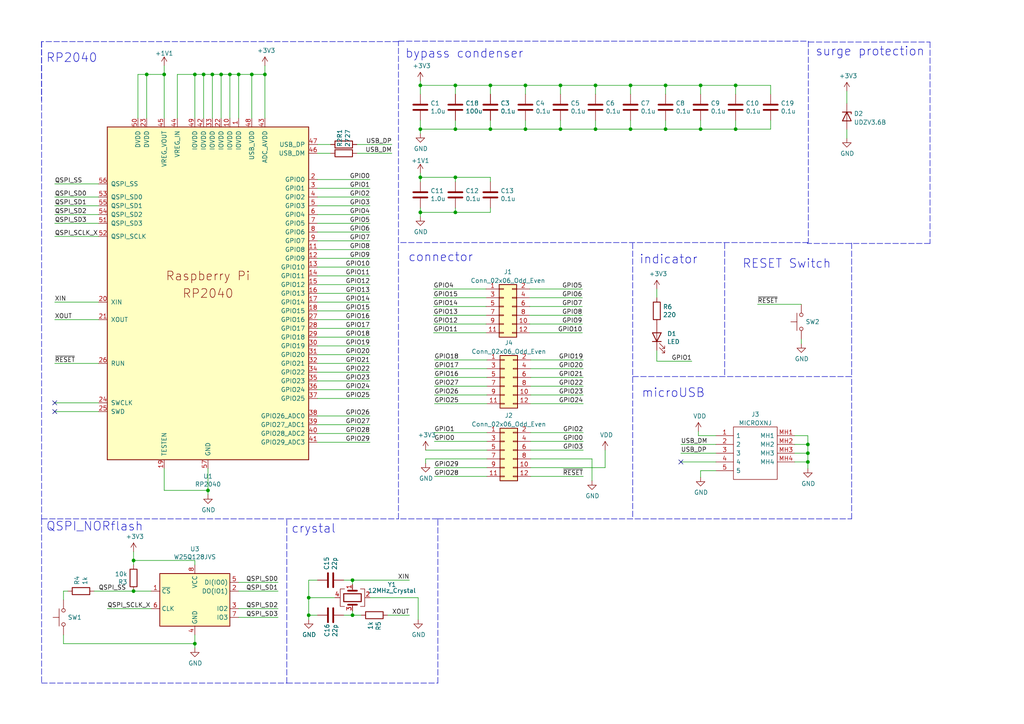
<source format=kicad_sch>
(kicad_sch (version 20211123) (generator eeschema)

  (uuid 9cd968a3-3035-44ac-9d64-2b60925a9806)

  (paper "A4")

  (lib_symbols
    (symbol "Connector_Generic:Conn_02x06_Odd_Even" (pin_names (offset 1.016) hide) (in_bom yes) (on_board yes)
      (property "Reference" "J" (id 0) (at 1.27 7.62 0)
        (effects (font (size 1.27 1.27)))
      )
      (property "Value" "Conn_02x06_Odd_Even" (id 1) (at 1.27 -10.16 0)
        (effects (font (size 1.27 1.27)))
      )
      (property "Footprint" "" (id 2) (at 0 0 0)
        (effects (font (size 1.27 1.27)) hide)
      )
      (property "Datasheet" "~" (id 3) (at 0 0 0)
        (effects (font (size 1.27 1.27)) hide)
      )
      (property "ki_keywords" "connector" (id 4) (at 0 0 0)
        (effects (font (size 1.27 1.27)) hide)
      )
      (property "ki_description" "Generic connector, double row, 02x06, odd/even pin numbering scheme (row 1 odd numbers, row 2 even numbers), script generated (kicad-library-utils/schlib/autogen/connector/)" (id 5) (at 0 0 0)
        (effects (font (size 1.27 1.27)) hide)
      )
      (property "ki_fp_filters" "Connector*:*_2x??_*" (id 6) (at 0 0 0)
        (effects (font (size 1.27 1.27)) hide)
      )
      (symbol "Conn_02x06_Odd_Even_1_1"
        (rectangle (start -1.27 -7.493) (end 0 -7.747)
          (stroke (width 0.1524) (type default) (color 0 0 0 0))
          (fill (type none))
        )
        (rectangle (start -1.27 -4.953) (end 0 -5.207)
          (stroke (width 0.1524) (type default) (color 0 0 0 0))
          (fill (type none))
        )
        (rectangle (start -1.27 -2.413) (end 0 -2.667)
          (stroke (width 0.1524) (type default) (color 0 0 0 0))
          (fill (type none))
        )
        (rectangle (start -1.27 0.127) (end 0 -0.127)
          (stroke (width 0.1524) (type default) (color 0 0 0 0))
          (fill (type none))
        )
        (rectangle (start -1.27 2.667) (end 0 2.413)
          (stroke (width 0.1524) (type default) (color 0 0 0 0))
          (fill (type none))
        )
        (rectangle (start -1.27 5.207) (end 0 4.953)
          (stroke (width 0.1524) (type default) (color 0 0 0 0))
          (fill (type none))
        )
        (rectangle (start -1.27 6.35) (end 3.81 -8.89)
          (stroke (width 0.254) (type default) (color 0 0 0 0))
          (fill (type background))
        )
        (rectangle (start 3.81 -7.493) (end 2.54 -7.747)
          (stroke (width 0.1524) (type default) (color 0 0 0 0))
          (fill (type none))
        )
        (rectangle (start 3.81 -4.953) (end 2.54 -5.207)
          (stroke (width 0.1524) (type default) (color 0 0 0 0))
          (fill (type none))
        )
        (rectangle (start 3.81 -2.413) (end 2.54 -2.667)
          (stroke (width 0.1524) (type default) (color 0 0 0 0))
          (fill (type none))
        )
        (rectangle (start 3.81 0.127) (end 2.54 -0.127)
          (stroke (width 0.1524) (type default) (color 0 0 0 0))
          (fill (type none))
        )
        (rectangle (start 3.81 2.667) (end 2.54 2.413)
          (stroke (width 0.1524) (type default) (color 0 0 0 0))
          (fill (type none))
        )
        (rectangle (start 3.81 5.207) (end 2.54 4.953)
          (stroke (width 0.1524) (type default) (color 0 0 0 0))
          (fill (type none))
        )
        (pin passive line (at -5.08 5.08 0) (length 3.81)
          (name "Pin_1" (effects (font (size 1.27 1.27))))
          (number "1" (effects (font (size 1.27 1.27))))
        )
        (pin passive line (at 7.62 -5.08 180) (length 3.81)
          (name "Pin_10" (effects (font (size 1.27 1.27))))
          (number "10" (effects (font (size 1.27 1.27))))
        )
        (pin passive line (at -5.08 -7.62 0) (length 3.81)
          (name "Pin_11" (effects (font (size 1.27 1.27))))
          (number "11" (effects (font (size 1.27 1.27))))
        )
        (pin passive line (at 7.62 -7.62 180) (length 3.81)
          (name "Pin_12" (effects (font (size 1.27 1.27))))
          (number "12" (effects (font (size 1.27 1.27))))
        )
        (pin passive line (at 7.62 5.08 180) (length 3.81)
          (name "Pin_2" (effects (font (size 1.27 1.27))))
          (number "2" (effects (font (size 1.27 1.27))))
        )
        (pin passive line (at -5.08 2.54 0) (length 3.81)
          (name "Pin_3" (effects (font (size 1.27 1.27))))
          (number "3" (effects (font (size 1.27 1.27))))
        )
        (pin passive line (at 7.62 2.54 180) (length 3.81)
          (name "Pin_4" (effects (font (size 1.27 1.27))))
          (number "4" (effects (font (size 1.27 1.27))))
        )
        (pin passive line (at -5.08 0 0) (length 3.81)
          (name "Pin_5" (effects (font (size 1.27 1.27))))
          (number "5" (effects (font (size 1.27 1.27))))
        )
        (pin passive line (at 7.62 0 180) (length 3.81)
          (name "Pin_6" (effects (font (size 1.27 1.27))))
          (number "6" (effects (font (size 1.27 1.27))))
        )
        (pin passive line (at -5.08 -2.54 0) (length 3.81)
          (name "Pin_7" (effects (font (size 1.27 1.27))))
          (number "7" (effects (font (size 1.27 1.27))))
        )
        (pin passive line (at 7.62 -2.54 180) (length 3.81)
          (name "Pin_8" (effects (font (size 1.27 1.27))))
          (number "8" (effects (font (size 1.27 1.27))))
        )
        (pin passive line (at -5.08 -5.08 0) (length 3.81)
          (name "Pin_9" (effects (font (size 1.27 1.27))))
          (number "9" (effects (font (size 1.27 1.27))))
        )
      )
    )
    (symbol "Cubic_Gen8_RP2040-rescue:+3.3V-power" (power) (pin_names (offset 0)) (in_bom yes) (on_board yes)
      (property "Reference" "#PWR" (id 0) (at 0 -3.81 0)
        (effects (font (size 1.27 1.27)) hide)
      )
      (property "Value" "+3.3V-power" (id 1) (at 0 3.556 0)
        (effects (font (size 1.27 1.27)))
      )
      (property "Footprint" "" (id 2) (at 0 0 0)
        (effects (font (size 1.27 1.27)) hide)
      )
      (property "Datasheet" "" (id 3) (at 0 0 0)
        (effects (font (size 1.27 1.27)) hide)
      )
      (symbol "+3.3V-power_0_1"
        (polyline
          (pts
            (xy -0.762 1.27)
            (xy 0 2.54)
          )
          (stroke (width 0) (type default) (color 0 0 0 0))
          (fill (type none))
        )
        (polyline
          (pts
            (xy 0 0)
            (xy 0 2.54)
          )
          (stroke (width 0) (type default) (color 0 0 0 0))
          (fill (type none))
        )
        (polyline
          (pts
            (xy 0 2.54)
            (xy 0.762 1.27)
          )
          (stroke (width 0) (type default) (color 0 0 0 0))
          (fill (type none))
        )
      )
      (symbol "+3.3V-power_1_1"
        (pin power_in line (at 0 0 90) (length 0) hide
          (name "+3V3" (effects (font (size 1.27 1.27))))
          (number "1" (effects (font (size 1.27 1.27))))
        )
      )
    )
    (symbol "Cubic_Gen8_RP2040-rescue:GND-DIP-SW04" (power) (pin_names (offset 0)) (in_bom yes) (on_board yes)
      (property "Reference" "#PWR" (id 0) (at 0 -6.35 0)
        (effects (font (size 1.27 1.27)) hide)
      )
      (property "Value" "GND-DIP-SW04" (id 1) (at 0 -3.81 0)
        (effects (font (size 1.27 1.27)))
      )
      (property "Footprint" "" (id 2) (at 0 0 0)
        (effects (font (size 1.27 1.27)))
      )
      (property "Datasheet" "" (id 3) (at 0 0 0)
        (effects (font (size 1.27 1.27)))
      )
      (symbol "GND-DIP-SW04_0_1"
        (polyline
          (pts
            (xy 0 0)
            (xy 0 -1.27)
            (xy 1.27 -1.27)
            (xy 0 -2.54)
            (xy -1.27 -1.27)
            (xy 0 -1.27)
          )
          (stroke (width 0) (type default) (color 0 0 0 0))
          (fill (type none))
        )
      )
      (symbol "GND-DIP-SW04_1_1"
        (pin power_in line (at 0 0 270) (length 0) hide
          (name "GND" (effects (font (size 1.27 1.27))))
          (number "1" (effects (font (size 1.27 1.27))))
        )
      )
    )
    (symbol "Cubic_Gen8_RP2040-rescue:RP2040-MCU_RaspberryPi_RP2040" (pin_names (offset 1.016)) (in_bom yes) (on_board yes)
      (property "Reference" "U" (id 0) (at -29.21 49.53 0)
        (effects (font (size 1.27 1.27)))
      )
      (property "Value" "RP2040-MCU_RaspberryPi_RP2040" (id 1) (at 24.13 -49.53 0)
        (effects (font (size 1.27 1.27)))
      )
      (property "Footprint" "RP2040_minimal:RP2040-QFN-56" (id 2) (at -19.05 0 0)
        (effects (font (size 1.27 1.27)) hide)
      )
      (property "Datasheet" "" (id 3) (at -19.05 0 0)
        (effects (font (size 1.27 1.27)) hide)
      )
      (symbol "RP2040-MCU_RaspberryPi_RP2040_0_0"
        (text "Raspberry Pi" (at 0 5.08 0)
          (effects (font (size 2.54 2.54)))
        )
        (text "RP2040" (at 0 0 0)
          (effects (font (size 2.54 2.54)))
        )
      )
      (symbol "RP2040-MCU_RaspberryPi_RP2040_0_1"
        (rectangle (start 29.21 48.26) (end -29.21 -48.26)
          (stroke (width 0.254) (type default) (color 0 0 0 0))
          (fill (type background))
        )
      )
      (symbol "RP2040-MCU_RaspberryPi_RP2040_1_1"
        (pin power_in line (at 8.89 50.8 270) (length 2.54)
          (name "IOVDD" (effects (font (size 1.27 1.27))))
          (number "1" (effects (font (size 1.27 1.27))))
        )
        (pin power_in line (at 6.35 50.8 270) (length 2.54)
          (name "IOVDD" (effects (font (size 1.27 1.27))))
          (number "10" (effects (font (size 1.27 1.27))))
        )
        (pin bidirectional line (at 31.75 12.7 180) (length 2.54)
          (name "GPIO8" (effects (font (size 1.27 1.27))))
          (number "11" (effects (font (size 1.27 1.27))))
        )
        (pin bidirectional line (at 31.75 10.16 180) (length 2.54)
          (name "GPIO9" (effects (font (size 1.27 1.27))))
          (number "12" (effects (font (size 1.27 1.27))))
        )
        (pin bidirectional line (at 31.75 7.62 180) (length 2.54)
          (name "GPIO10" (effects (font (size 1.27 1.27))))
          (number "13" (effects (font (size 1.27 1.27))))
        )
        (pin bidirectional line (at 31.75 5.08 180) (length 2.54)
          (name "GPIO11" (effects (font (size 1.27 1.27))))
          (number "14" (effects (font (size 1.27 1.27))))
        )
        (pin bidirectional line (at 31.75 2.54 180) (length 2.54)
          (name "GPIO12" (effects (font (size 1.27 1.27))))
          (number "15" (effects (font (size 1.27 1.27))))
        )
        (pin bidirectional line (at 31.75 0 180) (length 2.54)
          (name "GPIO13" (effects (font (size 1.27 1.27))))
          (number "16" (effects (font (size 1.27 1.27))))
        )
        (pin bidirectional line (at 31.75 -2.54 180) (length 2.54)
          (name "GPIO14" (effects (font (size 1.27 1.27))))
          (number "17" (effects (font (size 1.27 1.27))))
        )
        (pin bidirectional line (at 31.75 -5.08 180) (length 2.54)
          (name "GPIO15" (effects (font (size 1.27 1.27))))
          (number "18" (effects (font (size 1.27 1.27))))
        )
        (pin passive line (at -12.7 -50.8 90) (length 2.54)
          (name "TESTEN" (effects (font (size 1.27 1.27))))
          (number "19" (effects (font (size 1.27 1.27))))
        )
        (pin bidirectional line (at 31.75 33.02 180) (length 2.54)
          (name "GPIO0" (effects (font (size 1.27 1.27))))
          (number "2" (effects (font (size 1.27 1.27))))
        )
        (pin input line (at -31.75 -2.54 0) (length 2.54)
          (name "XIN" (effects (font (size 1.27 1.27))))
          (number "20" (effects (font (size 1.27 1.27))))
        )
        (pin passive line (at -31.75 -7.62 0) (length 2.54)
          (name "XOUT" (effects (font (size 1.27 1.27))))
          (number "21" (effects (font (size 1.27 1.27))))
        )
        (pin power_in line (at 3.81 50.8 270) (length 2.54)
          (name "IOVDD" (effects (font (size 1.27 1.27))))
          (number "22" (effects (font (size 1.27 1.27))))
        )
        (pin power_in line (at -17.78 50.8 270) (length 2.54)
          (name "DVDD" (effects (font (size 1.27 1.27))))
          (number "23" (effects (font (size 1.27 1.27))))
        )
        (pin output line (at -31.75 -31.75 0) (length 2.54)
          (name "SWCLK" (effects (font (size 1.27 1.27))))
          (number "24" (effects (font (size 1.27 1.27))))
        )
        (pin bidirectional line (at -31.75 -34.29 0) (length 2.54)
          (name "SWD" (effects (font (size 1.27 1.27))))
          (number "25" (effects (font (size 1.27 1.27))))
        )
        (pin input line (at -31.75 -20.32 0) (length 2.54)
          (name "RUN" (effects (font (size 1.27 1.27))))
          (number "26" (effects (font (size 1.27 1.27))))
        )
        (pin bidirectional line (at 31.75 -7.62 180) (length 2.54)
          (name "GPIO16" (effects (font (size 1.27 1.27))))
          (number "27" (effects (font (size 1.27 1.27))))
        )
        (pin bidirectional line (at 31.75 -10.16 180) (length 2.54)
          (name "GPIO17" (effects (font (size 1.27 1.27))))
          (number "28" (effects (font (size 1.27 1.27))))
        )
        (pin bidirectional line (at 31.75 -12.7 180) (length 2.54)
          (name "GPIO18" (effects (font (size 1.27 1.27))))
          (number "29" (effects (font (size 1.27 1.27))))
        )
        (pin bidirectional line (at 31.75 30.48 180) (length 2.54)
          (name "GPIO1" (effects (font (size 1.27 1.27))))
          (number "3" (effects (font (size 1.27 1.27))))
        )
        (pin bidirectional line (at 31.75 -15.24 180) (length 2.54)
          (name "GPIO19" (effects (font (size 1.27 1.27))))
          (number "30" (effects (font (size 1.27 1.27))))
        )
        (pin bidirectional line (at 31.75 -17.78 180) (length 2.54)
          (name "GPIO20" (effects (font (size 1.27 1.27))))
          (number "31" (effects (font (size 1.27 1.27))))
        )
        (pin bidirectional line (at 31.75 -20.32 180) (length 2.54)
          (name "GPIO21" (effects (font (size 1.27 1.27))))
          (number "32" (effects (font (size 1.27 1.27))))
        )
        (pin power_in line (at 1.27 50.8 270) (length 2.54)
          (name "IOVDD" (effects (font (size 1.27 1.27))))
          (number "33" (effects (font (size 1.27 1.27))))
        )
        (pin bidirectional line (at 31.75 -22.86 180) (length 2.54)
          (name "GPIO22" (effects (font (size 1.27 1.27))))
          (number "34" (effects (font (size 1.27 1.27))))
        )
        (pin bidirectional line (at 31.75 -25.4 180) (length 2.54)
          (name "GPIO23" (effects (font (size 1.27 1.27))))
          (number "35" (effects (font (size 1.27 1.27))))
        )
        (pin bidirectional line (at 31.75 -27.94 180) (length 2.54)
          (name "GPIO24" (effects (font (size 1.27 1.27))))
          (number "36" (effects (font (size 1.27 1.27))))
        )
        (pin bidirectional line (at 31.75 -30.48 180) (length 2.54)
          (name "GPIO25" (effects (font (size 1.27 1.27))))
          (number "37" (effects (font (size 1.27 1.27))))
        )
        (pin bidirectional line (at 31.75 -35.56 180) (length 2.54)
          (name "GPIO26_ADC0" (effects (font (size 1.27 1.27))))
          (number "38" (effects (font (size 1.27 1.27))))
        )
        (pin bidirectional line (at 31.75 -38.1 180) (length 2.54)
          (name "GPIO27_ADC1" (effects (font (size 1.27 1.27))))
          (number "39" (effects (font (size 1.27 1.27))))
        )
        (pin bidirectional line (at 31.75 27.94 180) (length 2.54)
          (name "GPIO2" (effects (font (size 1.27 1.27))))
          (number "4" (effects (font (size 1.27 1.27))))
        )
        (pin bidirectional line (at 31.75 -40.64 180) (length 2.54)
          (name "GPIO28_ADC2" (effects (font (size 1.27 1.27))))
          (number "40" (effects (font (size 1.27 1.27))))
        )
        (pin bidirectional line (at 31.75 -43.18 180) (length 2.54)
          (name "GPIO29_ADC3" (effects (font (size 1.27 1.27))))
          (number "41" (effects (font (size 1.27 1.27))))
        )
        (pin power_in line (at -1.27 50.8 270) (length 2.54)
          (name "IOVDD" (effects (font (size 1.27 1.27))))
          (number "42" (effects (font (size 1.27 1.27))))
        )
        (pin power_in line (at 16.51 50.8 270) (length 2.54)
          (name "ADC_AVDD" (effects (font (size 1.27 1.27))))
          (number "43" (effects (font (size 1.27 1.27))))
        )
        (pin power_in line (at -8.89 50.8 270) (length 2.54)
          (name "VREG_IN" (effects (font (size 1.27 1.27))))
          (number "44" (effects (font (size 1.27 1.27))))
        )
        (pin power_out line (at -12.7 50.8 270) (length 2.54)
          (name "VREG_VOUT" (effects (font (size 1.27 1.27))))
          (number "45" (effects (font (size 1.27 1.27))))
        )
        (pin bidirectional line (at 31.75 40.64 180) (length 2.54)
          (name "USB_DM" (effects (font (size 1.27 1.27))))
          (number "46" (effects (font (size 1.27 1.27))))
        )
        (pin bidirectional line (at 31.75 43.18 180) (length 2.54)
          (name "USB_DP" (effects (font (size 1.27 1.27))))
          (number "47" (effects (font (size 1.27 1.27))))
        )
        (pin power_in line (at 12.7 50.8 270) (length 2.54)
          (name "USB_VDD" (effects (font (size 1.27 1.27))))
          (number "48" (effects (font (size 1.27 1.27))))
        )
        (pin power_in line (at -3.81 50.8 270) (length 2.54)
          (name "IOVDD" (effects (font (size 1.27 1.27))))
          (number "49" (effects (font (size 1.27 1.27))))
        )
        (pin bidirectional line (at 31.75 25.4 180) (length 2.54)
          (name "GPIO3" (effects (font (size 1.27 1.27))))
          (number "5" (effects (font (size 1.27 1.27))))
        )
        (pin power_in line (at -20.32 50.8 270) (length 2.54)
          (name "DVDD" (effects (font (size 1.27 1.27))))
          (number "50" (effects (font (size 1.27 1.27))))
        )
        (pin bidirectional line (at -31.75 20.32 0) (length 2.54)
          (name "QSPI_SD3" (effects (font (size 1.27 1.27))))
          (number "51" (effects (font (size 1.27 1.27))))
        )
        (pin output line (at -31.75 16.51 0) (length 2.54)
          (name "QSPI_SCLK" (effects (font (size 1.27 1.27))))
          (number "52" (effects (font (size 1.27 1.27))))
        )
        (pin bidirectional line (at -31.75 27.94 0) (length 2.54)
          (name "QSPI_SD0" (effects (font (size 1.27 1.27))))
          (number "53" (effects (font (size 1.27 1.27))))
        )
        (pin bidirectional line (at -31.75 22.86 0) (length 2.54)
          (name "QSPI_SD2" (effects (font (size 1.27 1.27))))
          (number "54" (effects (font (size 1.27 1.27))))
        )
        (pin bidirectional line (at -31.75 25.4 0) (length 2.54)
          (name "QSPI_SD1" (effects (font (size 1.27 1.27))))
          (number "55" (effects (font (size 1.27 1.27))))
        )
        (pin bidirectional line (at -31.75 31.75 0) (length 2.54)
          (name "QSPI_SS" (effects (font (size 1.27 1.27))))
          (number "56" (effects (font (size 1.27 1.27))))
        )
        (pin power_in line (at 0 -50.8 90) (length 2.54)
          (name "GND" (effects (font (size 1.27 1.27))))
          (number "57" (effects (font (size 1.27 1.27))))
        )
        (pin bidirectional line (at 31.75 22.86 180) (length 2.54)
          (name "GPIO4" (effects (font (size 1.27 1.27))))
          (number "6" (effects (font (size 1.27 1.27))))
        )
        (pin bidirectional line (at 31.75 20.32 180) (length 2.54)
          (name "GPIO5" (effects (font (size 1.27 1.27))))
          (number "7" (effects (font (size 1.27 1.27))))
        )
        (pin bidirectional line (at 31.75 17.78 180) (length 2.54)
          (name "GPIO6" (effects (font (size 1.27 1.27))))
          (number "8" (effects (font (size 1.27 1.27))))
        )
        (pin bidirectional line (at 31.75 15.24 180) (length 2.54)
          (name "GPIO7" (effects (font (size 1.27 1.27))))
          (number "9" (effects (font (size 1.27 1.27))))
        )
      )
    )
    (symbol "Device:C" (pin_numbers hide) (pin_names (offset 0.254)) (in_bom yes) (on_board yes)
      (property "Reference" "C" (id 0) (at 0.635 2.54 0)
        (effects (font (size 1.27 1.27)) (justify left))
      )
      (property "Value" "C" (id 1) (at 0.635 -2.54 0)
        (effects (font (size 1.27 1.27)) (justify left))
      )
      (property "Footprint" "" (id 2) (at 0.9652 -3.81 0)
        (effects (font (size 1.27 1.27)) hide)
      )
      (property "Datasheet" "~" (id 3) (at 0 0 0)
        (effects (font (size 1.27 1.27)) hide)
      )
      (property "ki_keywords" "cap capacitor" (id 4) (at 0 0 0)
        (effects (font (size 1.27 1.27)) hide)
      )
      (property "ki_description" "Unpolarized capacitor" (id 5) (at 0 0 0)
        (effects (font (size 1.27 1.27)) hide)
      )
      (property "ki_fp_filters" "C_*" (id 6) (at 0 0 0)
        (effects (font (size 1.27 1.27)) hide)
      )
      (symbol "C_0_1"
        (polyline
          (pts
            (xy -2.032 -0.762)
            (xy 2.032 -0.762)
          )
          (stroke (width 0.508) (type default) (color 0 0 0 0))
          (fill (type none))
        )
        (polyline
          (pts
            (xy -2.032 0.762)
            (xy 2.032 0.762)
          )
          (stroke (width 0.508) (type default) (color 0 0 0 0))
          (fill (type none))
        )
      )
      (symbol "C_1_1"
        (pin passive line (at 0 3.81 270) (length 2.794)
          (name "~" (effects (font (size 1.27 1.27))))
          (number "1" (effects (font (size 1.27 1.27))))
        )
        (pin passive line (at 0 -3.81 90) (length 2.794)
          (name "~" (effects (font (size 1.27 1.27))))
          (number "2" (effects (font (size 1.27 1.27))))
        )
      )
    )
    (symbol "Device:Crystal_GND24" (pin_names (offset 1.016) hide) (in_bom yes) (on_board yes)
      (property "Reference" "Y" (id 0) (at 3.175 5.08 0)
        (effects (font (size 1.27 1.27)) (justify left))
      )
      (property "Value" "Crystal_GND24" (id 1) (at 3.175 3.175 0)
        (effects (font (size 1.27 1.27)) (justify left))
      )
      (property "Footprint" "" (id 2) (at 0 0 0)
        (effects (font (size 1.27 1.27)) hide)
      )
      (property "Datasheet" "~" (id 3) (at 0 0 0)
        (effects (font (size 1.27 1.27)) hide)
      )
      (property "ki_keywords" "quartz ceramic resonator oscillator" (id 4) (at 0 0 0)
        (effects (font (size 1.27 1.27)) hide)
      )
      (property "ki_description" "Four pin crystal, GND on pins 2 and 4" (id 5) (at 0 0 0)
        (effects (font (size 1.27 1.27)) hide)
      )
      (property "ki_fp_filters" "Crystal*" (id 6) (at 0 0 0)
        (effects (font (size 1.27 1.27)) hide)
      )
      (symbol "Crystal_GND24_0_1"
        (rectangle (start -1.143 2.54) (end 1.143 -2.54)
          (stroke (width 0.3048) (type default) (color 0 0 0 0))
          (fill (type none))
        )
        (polyline
          (pts
            (xy -2.54 0)
            (xy -2.032 0)
          )
          (stroke (width 0) (type default) (color 0 0 0 0))
          (fill (type none))
        )
        (polyline
          (pts
            (xy -2.032 -1.27)
            (xy -2.032 1.27)
          )
          (stroke (width 0.508) (type default) (color 0 0 0 0))
          (fill (type none))
        )
        (polyline
          (pts
            (xy 0 -3.81)
            (xy 0 -3.556)
          )
          (stroke (width 0) (type default) (color 0 0 0 0))
          (fill (type none))
        )
        (polyline
          (pts
            (xy 0 3.556)
            (xy 0 3.81)
          )
          (stroke (width 0) (type default) (color 0 0 0 0))
          (fill (type none))
        )
        (polyline
          (pts
            (xy 2.032 -1.27)
            (xy 2.032 1.27)
          )
          (stroke (width 0.508) (type default) (color 0 0 0 0))
          (fill (type none))
        )
        (polyline
          (pts
            (xy 2.032 0)
            (xy 2.54 0)
          )
          (stroke (width 0) (type default) (color 0 0 0 0))
          (fill (type none))
        )
        (polyline
          (pts
            (xy -2.54 -2.286)
            (xy -2.54 -3.556)
            (xy 2.54 -3.556)
            (xy 2.54 -2.286)
          )
          (stroke (width 0) (type default) (color 0 0 0 0))
          (fill (type none))
        )
        (polyline
          (pts
            (xy -2.54 2.286)
            (xy -2.54 3.556)
            (xy 2.54 3.556)
            (xy 2.54 2.286)
          )
          (stroke (width 0) (type default) (color 0 0 0 0))
          (fill (type none))
        )
      )
      (symbol "Crystal_GND24_1_1"
        (pin passive line (at -3.81 0 0) (length 1.27)
          (name "1" (effects (font (size 1.27 1.27))))
          (number "1" (effects (font (size 1.27 1.27))))
        )
        (pin passive line (at 0 5.08 270) (length 1.27)
          (name "2" (effects (font (size 1.27 1.27))))
          (number "2" (effects (font (size 1.27 1.27))))
        )
        (pin passive line (at 3.81 0 180) (length 1.27)
          (name "3" (effects (font (size 1.27 1.27))))
          (number "3" (effects (font (size 1.27 1.27))))
        )
        (pin passive line (at 0 -5.08 90) (length 1.27)
          (name "4" (effects (font (size 1.27 1.27))))
          (number "4" (effects (font (size 1.27 1.27))))
        )
      )
    )
    (symbol "Device:D_Zener" (pin_numbers hide) (pin_names (offset 1.016) hide) (in_bom yes) (on_board yes)
      (property "Reference" "D" (id 0) (at 0 2.54 0)
        (effects (font (size 1.27 1.27)))
      )
      (property "Value" "D_Zener" (id 1) (at 0 -2.54 0)
        (effects (font (size 1.27 1.27)))
      )
      (property "Footprint" "" (id 2) (at 0 0 0)
        (effects (font (size 1.27 1.27)) hide)
      )
      (property "Datasheet" "~" (id 3) (at 0 0 0)
        (effects (font (size 1.27 1.27)) hide)
      )
      (property "ki_keywords" "diode" (id 4) (at 0 0 0)
        (effects (font (size 1.27 1.27)) hide)
      )
      (property "ki_description" "Zener diode" (id 5) (at 0 0 0)
        (effects (font (size 1.27 1.27)) hide)
      )
      (property "ki_fp_filters" "TO-???* *_Diode_* *SingleDiode* D_*" (id 6) (at 0 0 0)
        (effects (font (size 1.27 1.27)) hide)
      )
      (symbol "D_Zener_0_1"
        (polyline
          (pts
            (xy 1.27 0)
            (xy -1.27 0)
          )
          (stroke (width 0) (type default) (color 0 0 0 0))
          (fill (type none))
        )
        (polyline
          (pts
            (xy -1.27 -1.27)
            (xy -1.27 1.27)
            (xy -0.762 1.27)
          )
          (stroke (width 0.254) (type default) (color 0 0 0 0))
          (fill (type none))
        )
        (polyline
          (pts
            (xy 1.27 -1.27)
            (xy 1.27 1.27)
            (xy -1.27 0)
            (xy 1.27 -1.27)
          )
          (stroke (width 0.254) (type default) (color 0 0 0 0))
          (fill (type none))
        )
      )
      (symbol "D_Zener_1_1"
        (pin passive line (at -3.81 0 0) (length 2.54)
          (name "K" (effects (font (size 1.27 1.27))))
          (number "1" (effects (font (size 1.27 1.27))))
        )
        (pin passive line (at 3.81 0 180) (length 2.54)
          (name "A" (effects (font (size 1.27 1.27))))
          (number "2" (effects (font (size 1.27 1.27))))
        )
      )
    )
    (symbol "Device:LED" (pin_numbers hide) (pin_names (offset 1.016) hide) (in_bom yes) (on_board yes)
      (property "Reference" "D" (id 0) (at 0 2.54 0)
        (effects (font (size 1.27 1.27)))
      )
      (property "Value" "LED" (id 1) (at 0 -2.54 0)
        (effects (font (size 1.27 1.27)))
      )
      (property "Footprint" "" (id 2) (at 0 0 0)
        (effects (font (size 1.27 1.27)) hide)
      )
      (property "Datasheet" "~" (id 3) (at 0 0 0)
        (effects (font (size 1.27 1.27)) hide)
      )
      (property "ki_keywords" "LED diode" (id 4) (at 0 0 0)
        (effects (font (size 1.27 1.27)) hide)
      )
      (property "ki_description" "Light emitting diode" (id 5) (at 0 0 0)
        (effects (font (size 1.27 1.27)) hide)
      )
      (property "ki_fp_filters" "LED* LED_SMD:* LED_THT:*" (id 6) (at 0 0 0)
        (effects (font (size 1.27 1.27)) hide)
      )
      (symbol "LED_0_1"
        (polyline
          (pts
            (xy -1.27 -1.27)
            (xy -1.27 1.27)
          )
          (stroke (width 0.254) (type default) (color 0 0 0 0))
          (fill (type none))
        )
        (polyline
          (pts
            (xy -1.27 0)
            (xy 1.27 0)
          )
          (stroke (width 0) (type default) (color 0 0 0 0))
          (fill (type none))
        )
        (polyline
          (pts
            (xy 1.27 -1.27)
            (xy 1.27 1.27)
            (xy -1.27 0)
            (xy 1.27 -1.27)
          )
          (stroke (width 0.254) (type default) (color 0 0 0 0))
          (fill (type none))
        )
        (polyline
          (pts
            (xy -3.048 -0.762)
            (xy -4.572 -2.286)
            (xy -3.81 -2.286)
            (xy -4.572 -2.286)
            (xy -4.572 -1.524)
          )
          (stroke (width 0) (type default) (color 0 0 0 0))
          (fill (type none))
        )
        (polyline
          (pts
            (xy -1.778 -0.762)
            (xy -3.302 -2.286)
            (xy -2.54 -2.286)
            (xy -3.302 -2.286)
            (xy -3.302 -1.524)
          )
          (stroke (width 0) (type default) (color 0 0 0 0))
          (fill (type none))
        )
      )
      (symbol "LED_1_1"
        (pin passive line (at -3.81 0 0) (length 2.54)
          (name "K" (effects (font (size 1.27 1.27))))
          (number "1" (effects (font (size 1.27 1.27))))
        )
        (pin passive line (at 3.81 0 180) (length 2.54)
          (name "A" (effects (font (size 1.27 1.27))))
          (number "2" (effects (font (size 1.27 1.27))))
        )
      )
    )
    (symbol "Device:R" (pin_numbers hide) (pin_names (offset 0)) (in_bom yes) (on_board yes)
      (property "Reference" "R" (id 0) (at 2.032 0 90)
        (effects (font (size 1.27 1.27)))
      )
      (property "Value" "R" (id 1) (at 0 0 90)
        (effects (font (size 1.27 1.27)))
      )
      (property "Footprint" "" (id 2) (at -1.778 0 90)
        (effects (font (size 1.27 1.27)) hide)
      )
      (property "Datasheet" "~" (id 3) (at 0 0 0)
        (effects (font (size 1.27 1.27)) hide)
      )
      (property "ki_keywords" "R res resistor" (id 4) (at 0 0 0)
        (effects (font (size 1.27 1.27)) hide)
      )
      (property "ki_description" "Resistor" (id 5) (at 0 0 0)
        (effects (font (size 1.27 1.27)) hide)
      )
      (property "ki_fp_filters" "R_*" (id 6) (at 0 0 0)
        (effects (font (size 1.27 1.27)) hide)
      )
      (symbol "R_0_1"
        (rectangle (start -1.016 -2.54) (end 1.016 2.54)
          (stroke (width 0.254) (type default) (color 0 0 0 0))
          (fill (type none))
        )
      )
      (symbol "R_1_1"
        (pin passive line (at 0 3.81 270) (length 1.27)
          (name "~" (effects (font (size 1.27 1.27))))
          (number "1" (effects (font (size 1.27 1.27))))
        )
        (pin passive line (at 0 -3.81 90) (length 1.27)
          (name "~" (effects (font (size 1.27 1.27))))
          (number "2" (effects (font (size 1.27 1.27))))
        )
      )
    )
    (symbol "MICROXNJ:MICROXNJ" (pin_names (offset 0.762)) (in_bom yes) (on_board yes)
      (property "Reference" "J" (id 0) (at 19.05 7.62 0)
        (effects (font (size 1.27 1.27)) (justify left))
      )
      (property "Value" "MICROXNJ" (id 1) (at 19.05 5.08 0)
        (effects (font (size 1.27 1.27)) (justify left))
      )
      (property "Footprint" "MICROXNJ" (id 2) (at 19.05 2.54 0)
        (effects (font (size 1.27 1.27)) (justify left) hide)
      )
      (property "Datasheet" "https://datasheet.lcsc.com/szlcsc/1912111437_SHOU-HAN-MicroXNJ_C404969.pdf" (id 3) (at 19.05 0 0)
        (effects (font (size 1.27 1.27)) (justify left) hide)
      )
      (property "Description" "MICRO-USB-SMD_MICROXNJ" (id 4) (at 19.05 -2.54 0)
        (effects (font (size 1.27 1.27)) (justify left) hide)
      )
      (property "Height" "2.425" (id 5) (at 19.05 -5.08 0)
        (effects (font (size 1.27 1.27)) (justify left) hide)
      )
      (property "Manufacturer_Name" "Shou Han" (id 6) (at 19.05 -7.62 0)
        (effects (font (size 1.27 1.27)) (justify left) hide)
      )
      (property "Manufacturer_Part_Number" "MICROXNJ" (id 7) (at 19.05 -10.16 0)
        (effects (font (size 1.27 1.27)) (justify left) hide)
      )
      (property "Mouser Part Number" "" (id 8) (at 19.05 -12.7 0)
        (effects (font (size 1.27 1.27)) (justify left) hide)
      )
      (property "Mouser Price/Stock" "" (id 9) (at 19.05 -15.24 0)
        (effects (font (size 1.27 1.27)) (justify left) hide)
      )
      (property "Arrow Part Number" "" (id 10) (at 19.05 -17.78 0)
        (effects (font (size 1.27 1.27)) (justify left) hide)
      )
      (property "Arrow Price/Stock" "" (id 11) (at 19.05 -20.32 0)
        (effects (font (size 1.27 1.27)) (justify left) hide)
      )
      (property "Mouser Testing Part Number" "" (id 12) (at 19.05 -22.86 0)
        (effects (font (size 1.27 1.27)) (justify left) hide)
      )
      (property "Mouser Testing Price/Stock" "" (id 13) (at 19.05 -25.4 0)
        (effects (font (size 1.27 1.27)) (justify left) hide)
      )
      (property "ki_description" "MICRO-USB-SMD_MICROXNJ" (id 14) (at 0 0 0)
        (effects (font (size 1.27 1.27)) hide)
      )
      (symbol "MICROXNJ_0_0"
        (pin passive line (at 0 0 0) (length 5.08)
          (name "1" (effects (font (size 1.27 1.27))))
          (number "1" (effects (font (size 1.27 1.27))))
        )
        (pin passive line (at 0 -2.54 0) (length 5.08)
          (name "2" (effects (font (size 1.27 1.27))))
          (number "2" (effects (font (size 1.27 1.27))))
        )
        (pin passive line (at 0 -5.08 0) (length 5.08)
          (name "3" (effects (font (size 1.27 1.27))))
          (number "3" (effects (font (size 1.27 1.27))))
        )
        (pin passive line (at 0 -7.62 0) (length 5.08)
          (name "4" (effects (font (size 1.27 1.27))))
          (number "4" (effects (font (size 1.27 1.27))))
        )
        (pin passive line (at 0 -10.16 0) (length 5.08)
          (name "5" (effects (font (size 1.27 1.27))))
          (number "5" (effects (font (size 1.27 1.27))))
        )
        (pin passive line (at 22.86 0 180) (length 5.08)
          (name "MH1" (effects (font (size 1.27 1.27))))
          (number "MH1" (effects (font (size 1.27 1.27))))
        )
        (pin passive line (at 22.86 -2.54 180) (length 5.08)
          (name "MH2" (effects (font (size 1.27 1.27))))
          (number "MH2" (effects (font (size 1.27 1.27))))
        )
        (pin passive line (at 22.86 -5.08 180) (length 5.08)
          (name "MH3" (effects (font (size 1.27 1.27))))
          (number "MH3" (effects (font (size 1.27 1.27))))
        )
        (pin passive line (at 22.86 -7.62 180) (length 5.08)
          (name "MH4" (effects (font (size 1.27 1.27))))
          (number "MH4" (effects (font (size 1.27 1.27))))
        )
      )
      (symbol "MICROXNJ_0_1"
        (polyline
          (pts
            (xy 5.08 2.54)
            (xy 17.78 2.54)
            (xy 17.78 -12.7)
            (xy 5.08 -12.7)
            (xy 5.08 2.54)
          )
          (stroke (width 0.1524) (type default) (color 0 0 0 0))
          (fill (type none))
        )
      )
    )
    (symbol "Memory_Flash:W25Q128JVS" (in_bom yes) (on_board yes)
      (property "Reference" "U" (id 0) (at -8.89 8.89 0)
        (effects (font (size 1.27 1.27)))
      )
      (property "Value" "W25Q128JVS" (id 1) (at 7.62 8.89 0)
        (effects (font (size 1.27 1.27)))
      )
      (property "Footprint" "Package_SO:SOIC-8_5.23x5.23mm_P1.27mm" (id 2) (at 0 0 0)
        (effects (font (size 1.27 1.27)) hide)
      )
      (property "Datasheet" "http://www.winbond.com/resource-files/w25q128jv_dtr%20revc%2003272018%20plus.pdf" (id 3) (at 0 0 0)
        (effects (font (size 1.27 1.27)) hide)
      )
      (property "ki_keywords" "flash memory SPI QPI DTR" (id 4) (at 0 0 0)
        (effects (font (size 1.27 1.27)) hide)
      )
      (property "ki_description" "128Mb Serial Flash Memory, Standard/Dual/Quad SPI, SOIC-8" (id 5) (at 0 0 0)
        (effects (font (size 1.27 1.27)) hide)
      )
      (property "ki_fp_filters" "SOIC*5.23x5.23mm*P1.27mm*" (id 6) (at 0 0 0)
        (effects (font (size 1.27 1.27)) hide)
      )
      (symbol "W25Q128JVS_0_1"
        (rectangle (start -10.16 7.62) (end 10.16 -7.62)
          (stroke (width 0.254) (type default) (color 0 0 0 0))
          (fill (type background))
        )
      )
      (symbol "W25Q128JVS_1_1"
        (pin input line (at -12.7 2.54 0) (length 2.54)
          (name "~{CS}" (effects (font (size 1.27 1.27))))
          (number "1" (effects (font (size 1.27 1.27))))
        )
        (pin bidirectional line (at 12.7 2.54 180) (length 2.54)
          (name "DO(IO1)" (effects (font (size 1.27 1.27))))
          (number "2" (effects (font (size 1.27 1.27))))
        )
        (pin bidirectional line (at 12.7 -2.54 180) (length 2.54)
          (name "IO2" (effects (font (size 1.27 1.27))))
          (number "3" (effects (font (size 1.27 1.27))))
        )
        (pin power_in line (at 0 -10.16 90) (length 2.54)
          (name "GND" (effects (font (size 1.27 1.27))))
          (number "4" (effects (font (size 1.27 1.27))))
        )
        (pin bidirectional line (at 12.7 5.08 180) (length 2.54)
          (name "DI(IO0)" (effects (font (size 1.27 1.27))))
          (number "5" (effects (font (size 1.27 1.27))))
        )
        (pin input line (at -12.7 -2.54 0) (length 2.54)
          (name "CLK" (effects (font (size 1.27 1.27))))
          (number "6" (effects (font (size 1.27 1.27))))
        )
        (pin bidirectional line (at 12.7 -5.08 180) (length 2.54)
          (name "IO3" (effects (font (size 1.27 1.27))))
          (number "7" (effects (font (size 1.27 1.27))))
        )
        (pin power_in line (at 0 10.16 270) (length 2.54)
          (name "VCC" (effects (font (size 1.27 1.27))))
          (number "8" (effects (font (size 1.27 1.27))))
        )
      )
    )
    (symbol "Switch:SW_Push" (pin_numbers hide) (pin_names (offset 1.016) hide) (in_bom yes) (on_board yes)
      (property "Reference" "SW" (id 0) (at 1.27 2.54 0)
        (effects (font (size 1.27 1.27)) (justify left))
      )
      (property "Value" "SW_Push" (id 1) (at 0 -1.524 0)
        (effects (font (size 1.27 1.27)))
      )
      (property "Footprint" "" (id 2) (at 0 5.08 0)
        (effects (font (size 1.27 1.27)) hide)
      )
      (property "Datasheet" "~" (id 3) (at 0 5.08 0)
        (effects (font (size 1.27 1.27)) hide)
      )
      (property "ki_keywords" "switch normally-open pushbutton push-button" (id 4) (at 0 0 0)
        (effects (font (size 1.27 1.27)) hide)
      )
      (property "ki_description" "Push button switch, generic, two pins" (id 5) (at 0 0 0)
        (effects (font (size 1.27 1.27)) hide)
      )
      (symbol "SW_Push_0_1"
        (circle (center -2.032 0) (radius 0.508)
          (stroke (width 0) (type default) (color 0 0 0 0))
          (fill (type none))
        )
        (polyline
          (pts
            (xy 0 1.27)
            (xy 0 3.048)
          )
          (stroke (width 0) (type default) (color 0 0 0 0))
          (fill (type none))
        )
        (polyline
          (pts
            (xy 2.54 1.27)
            (xy -2.54 1.27)
          )
          (stroke (width 0) (type default) (color 0 0 0 0))
          (fill (type none))
        )
        (circle (center 2.032 0) (radius 0.508)
          (stroke (width 0) (type default) (color 0 0 0 0))
          (fill (type none))
        )
        (pin passive line (at -5.08 0 0) (length 2.54)
          (name "1" (effects (font (size 1.27 1.27))))
          (number "1" (effects (font (size 1.27 1.27))))
        )
        (pin passive line (at 5.08 0 180) (length 2.54)
          (name "2" (effects (font (size 1.27 1.27))))
          (number "2" (effects (font (size 1.27 1.27))))
        )
      )
    )
    (symbol "power:+1V1" (power) (pin_names (offset 0)) (in_bom yes) (on_board yes)
      (property "Reference" "#PWR" (id 0) (at 0 -3.81 0)
        (effects (font (size 1.27 1.27)) hide)
      )
      (property "Value" "+1V1" (id 1) (at 0 3.556 0)
        (effects (font (size 1.27 1.27)))
      )
      (property "Footprint" "" (id 2) (at 0 0 0)
        (effects (font (size 1.27 1.27)) hide)
      )
      (property "Datasheet" "" (id 3) (at 0 0 0)
        (effects (font (size 1.27 1.27)) hide)
      )
      (property "ki_keywords" "power-flag" (id 4) (at 0 0 0)
        (effects (font (size 1.27 1.27)) hide)
      )
      (property "ki_description" "Power symbol creates a global label with name \"+1V1\"" (id 5) (at 0 0 0)
        (effects (font (size 1.27 1.27)) hide)
      )
      (symbol "+1V1_0_1"
        (polyline
          (pts
            (xy -0.762 1.27)
            (xy 0 2.54)
          )
          (stroke (width 0) (type default) (color 0 0 0 0))
          (fill (type none))
        )
        (polyline
          (pts
            (xy 0 0)
            (xy 0 2.54)
          )
          (stroke (width 0) (type default) (color 0 0 0 0))
          (fill (type none))
        )
        (polyline
          (pts
            (xy 0 2.54)
            (xy 0.762 1.27)
          )
          (stroke (width 0) (type default) (color 0 0 0 0))
          (fill (type none))
        )
      )
      (symbol "+1V1_1_1"
        (pin power_in line (at 0 0 90) (length 0) hide
          (name "+1V1" (effects (font (size 1.27 1.27))))
          (number "1" (effects (font (size 1.27 1.27))))
        )
      )
    )
    (symbol "power:+3V3" (power) (pin_names (offset 0)) (in_bom yes) (on_board yes)
      (property "Reference" "#PWR" (id 0) (at 0 -3.81 0)
        (effects (font (size 1.27 1.27)) hide)
      )
      (property "Value" "+3V3" (id 1) (at 0 3.556 0)
        (effects (font (size 1.27 1.27)))
      )
      (property "Footprint" "" (id 2) (at 0 0 0)
        (effects (font (size 1.27 1.27)) hide)
      )
      (property "Datasheet" "" (id 3) (at 0 0 0)
        (effects (font (size 1.27 1.27)) hide)
      )
      (property "ki_keywords" "power-flag" (id 4) (at 0 0 0)
        (effects (font (size 1.27 1.27)) hide)
      )
      (property "ki_description" "Power symbol creates a global label with name \"+3V3\"" (id 5) (at 0 0 0)
        (effects (font (size 1.27 1.27)) hide)
      )
      (symbol "+3V3_0_1"
        (polyline
          (pts
            (xy -0.762 1.27)
            (xy 0 2.54)
          )
          (stroke (width 0) (type default) (color 0 0 0 0))
          (fill (type none))
        )
        (polyline
          (pts
            (xy 0 0)
            (xy 0 2.54)
          )
          (stroke (width 0) (type default) (color 0 0 0 0))
          (fill (type none))
        )
        (polyline
          (pts
            (xy 0 2.54)
            (xy 0.762 1.27)
          )
          (stroke (width 0) (type default) (color 0 0 0 0))
          (fill (type none))
        )
      )
      (symbol "+3V3_1_1"
        (pin power_in line (at 0 0 90) (length 0) hide
          (name "+3V3" (effects (font (size 1.27 1.27))))
          (number "1" (effects (font (size 1.27 1.27))))
        )
      )
    )
    (symbol "power:VDD" (power) (pin_names (offset 0)) (in_bom yes) (on_board yes)
      (property "Reference" "#PWR" (id 0) (at 0 -3.81 0)
        (effects (font (size 1.27 1.27)) hide)
      )
      (property "Value" "VDD" (id 1) (at 0 3.81 0)
        (effects (font (size 1.27 1.27)))
      )
      (property "Footprint" "" (id 2) (at 0 0 0)
        (effects (font (size 1.27 1.27)) hide)
      )
      (property "Datasheet" "" (id 3) (at 0 0 0)
        (effects (font (size 1.27 1.27)) hide)
      )
      (property "ki_keywords" "power-flag" (id 4) (at 0 0 0)
        (effects (font (size 1.27 1.27)) hide)
      )
      (property "ki_description" "Power symbol creates a global label with name \"VDD\"" (id 5) (at 0 0 0)
        (effects (font (size 1.27 1.27)) hide)
      )
      (symbol "VDD_0_1"
        (polyline
          (pts
            (xy -0.762 1.27)
            (xy 0 2.54)
          )
          (stroke (width 0) (type default) (color 0 0 0 0))
          (fill (type none))
        )
        (polyline
          (pts
            (xy 0 0)
            (xy 0 2.54)
          )
          (stroke (width 0) (type default) (color 0 0 0 0))
          (fill (type none))
        )
        (polyline
          (pts
            (xy 0 2.54)
            (xy 0.762 1.27)
          )
          (stroke (width 0) (type default) (color 0 0 0 0))
          (fill (type none))
        )
      )
      (symbol "VDD_1_1"
        (pin power_in line (at 0 0 90) (length 0) hide
          (name "VDD" (effects (font (size 1.27 1.27))))
          (number "1" (effects (font (size 1.27 1.27))))
        )
      )
    )
  )

  (junction (at 213.36 37.465) (diameter 0) (color 0 0 0 0)
    (uuid 00b7e210-51d8-45ee-9b4b-486c18b96854)
  )
  (junction (at 121.92 24.765) (diameter 0) (color 0 0 0 0)
    (uuid 087cf099-9f16-455a-90d1-28ba981df6ea)
  )
  (junction (at 132.08 51.435) (diameter 0) (color 0 0 0 0)
    (uuid 12308b8e-7b65-4fb3-821c-ab3c34ce3951)
  )
  (junction (at 38.735 171.45) (diameter 0) (color 0 0 0 0)
    (uuid 1b98b9e2-aaf0-4550-a0e4-04961e60494f)
  )
  (junction (at 162.56 37.465) (diameter 0) (color 0 0 0 0)
    (uuid 1ef956d0-74cc-421a-8423-e3b8f81c0901)
  )
  (junction (at 56.515 21.59) (diameter 0) (color 0 0 0 0)
    (uuid 21178eec-d172-4b03-b604-d8f2a56ab83c)
  )
  (junction (at 193.04 24.765) (diameter 0) (color 0 0 0 0)
    (uuid 22ef3363-10c8-4205-bca8-aa1dd9f9b525)
  )
  (junction (at 132.08 61.595) (diameter 0) (color 0 0 0 0)
    (uuid 2c62363c-f7e2-4a39-9f98-9796ae1ae876)
  )
  (junction (at 64.135 21.59) (diameter 0) (color 0 0 0 0)
    (uuid 2eead2b5-89c0-4e18-8158-682bebeb2a99)
  )
  (junction (at 152.4 37.465) (diameter 0) (color 0 0 0 0)
    (uuid 3047815e-c773-44f0-a170-377a88c81efa)
  )
  (junction (at 38.735 162.56) (diameter 0) (color 0 0 0 0)
    (uuid 3087d2d0-ec3c-4dba-bb6e-9f58fc687dc5)
  )
  (junction (at 234.315 133.985) (diameter 0) (color 0 0 0 0)
    (uuid 313823c8-ed50-4ab6-864e-939c4dcd1a03)
  )
  (junction (at 132.08 24.765) (diameter 0) (color 0 0 0 0)
    (uuid 37671faf-0a61-4b85-b705-5b6baca2ac10)
  )
  (junction (at 203.2 24.765) (diameter 0) (color 0 0 0 0)
    (uuid 3c924f3e-e49a-4263-9d25-2b15d5849d97)
  )
  (junction (at 59.055 21.59) (diameter 0) (color 0 0 0 0)
    (uuid 3f1d24a0-943f-465b-afa7-71b2a1c71866)
  )
  (junction (at 121.92 61.595) (diameter 0) (color 0 0 0 0)
    (uuid 43135353-1e88-4c42-ae87-f017a1f0dd7f)
  )
  (junction (at 73.025 21.59) (diameter 0) (color 0 0 0 0)
    (uuid 45b67de3-1179-4165-84d6-43d39b6a4d9d)
  )
  (junction (at 121.92 37.465) (diameter 0) (color 0 0 0 0)
    (uuid 4ad5c4d8-4875-4e9d-be14-85096b973ccb)
  )
  (junction (at 102.235 178.435) (diameter 0) (color 0 0 0 0)
    (uuid 4df01772-5f24-4886-8010-bed0b3e4e461)
  )
  (junction (at 172.72 37.465) (diameter 0) (color 0 0 0 0)
    (uuid 503eabcd-8e54-4f16-85cb-0777e67e2815)
  )
  (junction (at 142.24 24.765) (diameter 0) (color 0 0 0 0)
    (uuid 539a3c33-c307-4f99-a72a-3583fb6e3ee2)
  )
  (junction (at 102.235 168.275) (diameter 0) (color 0 0 0 0)
    (uuid 53a7832d-67a6-49b3-a645-291b2308a46f)
  )
  (junction (at 89.535 178.435) (diameter 0) (color 0 0 0 0)
    (uuid 5e7766c2-23d8-4f44-b6e3-ab5af3a0b99f)
  )
  (junction (at 213.36 24.765) (diameter 0) (color 0 0 0 0)
    (uuid 62ec15d1-13f4-4aad-b3a9-dd10efc4fc71)
  )
  (junction (at 121.92 51.435) (diameter 0) (color 0 0 0 0)
    (uuid 67124524-49c0-432c-a232-5792381902fa)
  )
  (junction (at 193.04 37.465) (diameter 0) (color 0 0 0 0)
    (uuid 688e9b39-6dfd-4048-9e28-92e8275f0d34)
  )
  (junction (at 162.56 24.765) (diameter 0) (color 0 0 0 0)
    (uuid 69b961ac-bedd-47e8-b443-e66646a272df)
  )
  (junction (at 182.88 37.465) (diameter 0) (color 0 0 0 0)
    (uuid 72645b3e-4d9c-42f7-9871-0c300b02aa19)
  )
  (junction (at 76.835 21.59) (diameter 0) (color 0 0 0 0)
    (uuid 72905773-a042-42a1-bf42-4501a18c47f2)
  )
  (junction (at 66.675 21.59) (diameter 0) (color 0 0 0 0)
    (uuid 7daebcfa-1985-4223-be02-cc36b671a673)
  )
  (junction (at 182.88 24.765) (diameter 0) (color 0 0 0 0)
    (uuid 7df5b1fa-36fb-4666-a84c-e90e85f6090f)
  )
  (junction (at 60.325 142.24) (diameter 0) (color 0 0 0 0)
    (uuid 81b63d86-578d-4d58-81e8-98c8eaa9c53e)
  )
  (junction (at 89.535 173.355) (diameter 0) (color 0 0 0 0)
    (uuid 8995e812-9119-4aff-8a63-7c75e389bea1)
  )
  (junction (at 234.315 131.445) (diameter 0) (color 0 0 0 0)
    (uuid 8e0f7a55-21dd-4fbd-bc11-78e3d559746a)
  )
  (junction (at 203.2 37.465) (diameter 0) (color 0 0 0 0)
    (uuid 9b856ff2-38b1-46b8-855c-3df7b2a7d614)
  )
  (junction (at 132.08 37.465) (diameter 0) (color 0 0 0 0)
    (uuid a73876b2-5168-49e0-89f4-9d49d2232545)
  )
  (junction (at 56.515 186.69) (diameter 0) (color 0 0 0 0)
    (uuid b61f27a6-940c-4441-805c-45c2a079c3f8)
  )
  (junction (at 69.215 21.59) (diameter 0) (color 0 0 0 0)
    (uuid c23844fb-2975-4ea4-b706-e7fc74d06fa0)
  )
  (junction (at 61.595 21.59) (diameter 0) (color 0 0 0 0)
    (uuid d30ecfc0-c348-4c97-be79-20703a736949)
  )
  (junction (at 42.545 21.59) (diameter 0) (color 0 0 0 0)
    (uuid d3bf83ac-416f-4c47-b054-8df9d1407bbc)
  )
  (junction (at 234.315 128.905) (diameter 0) (color 0 0 0 0)
    (uuid dd385431-f136-4fc0-a740-46e3f08d2451)
  )
  (junction (at 47.625 21.59) (diameter 0) (color 0 0 0 0)
    (uuid de8ff91f-5dce-4160-bc77-53a8ca0fae61)
  )
  (junction (at 142.24 37.465) (diameter 0) (color 0 0 0 0)
    (uuid e3823491-a976-449f-9f7f-0cb41a272731)
  )
  (junction (at 152.4 24.765) (diameter 0) (color 0 0 0 0)
    (uuid ee247dc0-f7d5-4792-b20b-e78c468620e1)
  )
  (junction (at 172.72 24.765) (diameter 0) (color 0 0 0 0)
    (uuid efae7fa2-6783-4e2c-9d42-5667e44d0047)
  )

  (no_connect (at 197.485 133.985) (uuid 22ef1a43-0fb8-49eb-a1b4-ebbb4d25975f))
  (no_connect (at 15.875 119.38) (uuid 596dc6b6-6910-40f0-9450-ba16d6a8625b))
  (no_connect (at 15.875 116.84) (uuid 74042484-e244-4b8a-9386-c5171dba7f3e))

  (wire (pts (xy 40.005 21.59) (xy 42.545 21.59))
    (stroke (width 0) (type default) (color 0 0 0 0))
    (uuid 0053403f-1eff-4683-8699-8a4bf52e5b08)
  )
  (wire (pts (xy 193.04 37.465) (xy 203.2 37.465))
    (stroke (width 0) (type default) (color 0 0 0 0))
    (uuid 01e6b650-6d64-4e10-af6d-b0941c3a7af8)
  )
  (wire (pts (xy 153.924 112.014) (xy 169.164 112.014))
    (stroke (width 0) (type default) (color 0 0 0 0))
    (uuid 03b7edfe-214c-4d70-84be-4f43ac8ca3f3)
  )
  (wire (pts (xy 121.92 60.325) (xy 121.92 61.595))
    (stroke (width 0) (type default) (color 0 0 0 0))
    (uuid 046c4015-5b90-4249-b2d4-6e4a3bae192b)
  )
  (wire (pts (xy 245.618 37.592) (xy 245.618 40.132))
    (stroke (width 0) (type default) (color 0 0 0 0))
    (uuid 0492410a-b282-43f3-ba15-0f5f567fb2d3)
  )
  (wire (pts (xy 219.71 88.265) (xy 232.41 88.265))
    (stroke (width 0) (type default) (color 0 0 0 0))
    (uuid 05545ee9-85ca-4c8b-bb71-4b044c10f3cc)
  )
  (wire (pts (xy 69.215 21.59) (xy 73.025 21.59))
    (stroke (width 0) (type default) (color 0 0 0 0))
    (uuid 071ec174-b485-4332-b50a-4a46ba06b520)
  )
  (wire (pts (xy 92.075 57.15) (xy 107.315 57.15))
    (stroke (width 0) (type default) (color 0 0 0 0))
    (uuid 07d7c557-dda5-447b-a336-82868a9f91f7)
  )
  (wire (pts (xy 202.565 125.095) (xy 202.565 126.365))
    (stroke (width 0) (type default) (color 0 0 0 0))
    (uuid 090325c8-42ee-4afe-b01a-bd4ab7885275)
  )
  (wire (pts (xy 121.92 23.495) (xy 121.92 24.765))
    (stroke (width 0) (type default) (color 0 0 0 0))
    (uuid 09832977-7510-489f-9d20-46cc90fdd56e)
  )
  (wire (pts (xy 92.075 77.47) (xy 107.315 77.47))
    (stroke (width 0) (type default) (color 0 0 0 0))
    (uuid 0bed57fb-012a-4981-8d29-b610faaface3)
  )
  (wire (pts (xy 203.2 37.465) (xy 213.36 37.465))
    (stroke (width 0) (type default) (color 0 0 0 0))
    (uuid 0db6ba31-fd0b-434c-b9b4-90917ac224c1)
  )
  (wire (pts (xy 153.67 88.9) (xy 168.91 88.9))
    (stroke (width 0) (type default) (color 0 0 0 0))
    (uuid 0dfb8383-1d84-4dc3-a3bc-5666d1629683)
  )
  (wire (pts (xy 89.535 179.705) (xy 89.535 178.435))
    (stroke (width 0) (type default) (color 0 0 0 0))
    (uuid 0dfbf76a-5ba6-470e-a0d9-87608b743fce)
  )
  (polyline (pts (xy 183.515 70.485) (xy 183.515 150.495))
    (stroke (width 0) (type default) (color 0 0 0 0))
    (uuid 107b2695-bc40-4dd7-810e-2f763f1dcd26)
  )

  (wire (pts (xy 123.444 130.556) (xy 141.224 130.556))
    (stroke (width 0) (type default) (color 0 0 0 0))
    (uuid 10a6c75f-2846-4298-bc7d-8bb45b1961b3)
  )
  (wire (pts (xy 60.325 143.51) (xy 60.325 142.24))
    (stroke (width 0) (type default) (color 0 0 0 0))
    (uuid 1180fb93-a869-4324-9cbd-a7d27ce44926)
  )
  (wire (pts (xy 15.875 57.15) (xy 28.575 57.15))
    (stroke (width 0) (type default) (color 0 0 0 0))
    (uuid 122c499d-08fb-40ae-8551-721f983156bc)
  )
  (wire (pts (xy 213.36 24.765) (xy 223.52 24.765))
    (stroke (width 0) (type default) (color 0 0 0 0))
    (uuid 13005574-ac8a-46b7-9aaa-e408911667bc)
  )
  (wire (pts (xy 153.67 83.82) (xy 168.91 83.82))
    (stroke (width 0) (type default) (color 0 0 0 0))
    (uuid 1458a460-fef3-459b-9218-85c7bcc2df4d)
  )
  (wire (pts (xy 61.595 34.29) (xy 61.595 21.59))
    (stroke (width 0) (type default) (color 0 0 0 0))
    (uuid 146058ce-212a-4a23-a2e1-6e9dbb3fbe5a)
  )
  (wire (pts (xy 140.97 86.36) (xy 125.73 86.36))
    (stroke (width 0) (type default) (color 0 0 0 0))
    (uuid 17ed3e66-85a5-42b6-bb66-4b1ab8b72769)
  )
  (wire (pts (xy 103.505 41.91) (xy 113.665 41.91))
    (stroke (width 0) (type default) (color 0 0 0 0))
    (uuid 18112dd6-6782-43f6-9425-7c8a09f4d5b0)
  )
  (polyline (pts (xy 184.15 150.495) (xy 247.015 150.495))
    (stroke (width 0) (type default) (color 0 0 0 0))
    (uuid 19a84cc5-ac19-4825-81a4-9314a84d4d30)
  )

  (wire (pts (xy 141.224 135.636) (xy 125.984 135.636))
    (stroke (width 0) (type default) (color 0 0 0 0))
    (uuid 1aa3daf3-6cdd-4e79-82c3-49b25048b96d)
  )
  (wire (pts (xy 193.04 24.765) (xy 193.04 27.305))
    (stroke (width 0) (type default) (color 0 0 0 0))
    (uuid 1babd7aa-e9c7-48bf-a634-c0becca8b1eb)
  )
  (wire (pts (xy 92.075 74.93) (xy 107.315 74.93))
    (stroke (width 0) (type default) (color 0 0 0 0))
    (uuid 1d038316-de6c-4d6d-bc19-6c47a933e460)
  )
  (wire (pts (xy 69.215 168.91) (xy 80.645 168.91))
    (stroke (width 0) (type default) (color 0 0 0 0))
    (uuid 1d4a44e2-6b23-49b1-89c0-530eb1072c84)
  )
  (wire (pts (xy 162.56 34.925) (xy 162.56 37.465))
    (stroke (width 0) (type default) (color 0 0 0 0))
    (uuid 1e1e6b14-851a-4269-bef1-84dd079211ff)
  )
  (wire (pts (xy 59.055 21.59) (xy 61.595 21.59))
    (stroke (width 0) (type default) (color 0 0 0 0))
    (uuid 1f16d3fe-b220-459b-8387-dd415a98c444)
  )
  (wire (pts (xy 121.92 51.435) (xy 121.92 52.705))
    (stroke (width 0) (type default) (color 0 0 0 0))
    (uuid 1f9ab8a4-d3cc-437d-96a4-df9d876592ab)
  )
  (wire (pts (xy 121.92 24.765) (xy 121.92 27.305))
    (stroke (width 0) (type default) (color 0 0 0 0))
    (uuid 1ff65dad-1df2-430d-89d6-02e9acb3b646)
  )
  (wire (pts (xy 121.92 34.925) (xy 121.92 37.465))
    (stroke (width 0) (type default) (color 0 0 0 0))
    (uuid 214f20d7-de0f-487a-b1ee-a3859b7fed5f)
  )
  (wire (pts (xy 102.235 168.275) (xy 102.235 169.545))
    (stroke (width 0) (type default) (color 0 0 0 0))
    (uuid 2227f8cb-91e5-47f6-b38e-0bc46f880ed9)
  )
  (wire (pts (xy 142.24 24.765) (xy 152.4 24.765))
    (stroke (width 0) (type default) (color 0 0 0 0))
    (uuid 2337ec57-6926-46a7-924a-f84a35d10e1a)
  )
  (wire (pts (xy 153.924 114.554) (xy 169.164 114.554))
    (stroke (width 0) (type default) (color 0 0 0 0))
    (uuid 239893b6-7fea-4cb9-82d5-d730145ddea9)
  )
  (wire (pts (xy 141.224 117.094) (xy 125.984 117.094))
    (stroke (width 0) (type default) (color 0 0 0 0))
    (uuid 2629d903-b9cb-43ec-9062-962b61908f2e)
  )
  (wire (pts (xy 27.305 171.45) (xy 38.735 171.45))
    (stroke (width 0) (type default) (color 0 0 0 0))
    (uuid 273b0cd8-97de-4069-9f34-2c1e8126a497)
  )
  (wire (pts (xy 207.645 128.905) (xy 197.485 128.905))
    (stroke (width 0) (type default) (color 0 0 0 0))
    (uuid 28c1f1d3-ac88-4dae-93a0-f7090f2b77ad)
  )
  (wire (pts (xy 92.075 107.95) (xy 107.315 107.95))
    (stroke (width 0) (type default) (color 0 0 0 0))
    (uuid 29326358-87d8-4ccb-823b-116934f08044)
  )
  (polyline (pts (xy 12.065 150.495) (xy 12.065 198.12))
    (stroke (width 0) (type default) (color 0 0 0 0))
    (uuid 2946e0ab-a41a-4f53-aa95-978db59a596c)
  )

  (wire (pts (xy 121.92 50.165) (xy 121.92 51.435))
    (stroke (width 0) (type default) (color 0 0 0 0))
    (uuid 2a9237af-079a-4239-93e7-4043895b9a10)
  )
  (wire (pts (xy 182.88 34.925) (xy 182.88 37.465))
    (stroke (width 0) (type default) (color 0 0 0 0))
    (uuid 2aa6bcce-83ff-4775-bcfd-7677839564b4)
  )
  (wire (pts (xy 76.835 21.59) (xy 76.835 34.29))
    (stroke (width 0) (type default) (color 0 0 0 0))
    (uuid 2cac3853-2ace-4b6a-81c3-b1da1e60e950)
  )
  (wire (pts (xy 169.164 128.016) (xy 153.924 128.016))
    (stroke (width 0) (type default) (color 0 0 0 0))
    (uuid 2d250e03-eb80-43cd-b3e8-48923b6d37a1)
  )
  (wire (pts (xy 223.52 27.305) (xy 223.52 24.765))
    (stroke (width 0) (type default) (color 0 0 0 0))
    (uuid 2d3186c0-5c78-4c34-bc43-c688e2eac389)
  )
  (wire (pts (xy 142.24 34.925) (xy 142.24 37.465))
    (stroke (width 0) (type default) (color 0 0 0 0))
    (uuid 2e57966b-618b-4b8f-87f4-01b12df8f0e5)
  )
  (wire (pts (xy 153.67 86.36) (xy 168.91 86.36))
    (stroke (width 0) (type default) (color 0 0 0 0))
    (uuid 2e57e20a-254c-44ec-925e-3eeeba4ac676)
  )
  (wire (pts (xy 234.315 131.445) (xy 234.315 133.985))
    (stroke (width 0) (type default) (color 0 0 0 0))
    (uuid 2eaa14cb-2adc-4a1a-9607-ba2f1fb6882d)
  )
  (wire (pts (xy 153.924 133.096) (xy 171.704 133.096))
    (stroke (width 0) (type default) (color 0 0 0 0))
    (uuid 306a2f06-c219-4148-a175-f16fac6ff368)
  )
  (wire (pts (xy 73.025 21.59) (xy 76.835 21.59))
    (stroke (width 0) (type default) (color 0 0 0 0))
    (uuid 3235083b-562f-4377-b69a-e064c415137e)
  )
  (wire (pts (xy 56.515 34.29) (xy 56.515 21.59))
    (stroke (width 0) (type default) (color 0 0 0 0))
    (uuid 3321cea4-548b-4468-8502-66753be19576)
  )
  (wire (pts (xy 207.645 131.445) (xy 197.485 131.445))
    (stroke (width 0) (type default) (color 0 0 0 0))
    (uuid 33382196-3060-41b7-9e2c-b9367b3533c0)
  )
  (wire (pts (xy 92.075 97.79) (xy 107.315 97.79))
    (stroke (width 0) (type default) (color 0 0 0 0))
    (uuid 343aa304-6da9-4f3b-b1be-3624a8d55be4)
  )
  (wire (pts (xy 15.875 53.34) (xy 28.575 53.34))
    (stroke (width 0) (type default) (color 0 0 0 0))
    (uuid 34ff21a3-5d62-4068-ae6d-3a447422d2e8)
  )
  (wire (pts (xy 47.625 135.89) (xy 47.625 142.24))
    (stroke (width 0) (type default) (color 0 0 0 0))
    (uuid 3575169f-d3ca-457f-85be-73ece82e34fd)
  )
  (wire (pts (xy 153.67 91.44) (xy 168.91 91.44))
    (stroke (width 0) (type default) (color 0 0 0 0))
    (uuid 3651aba0-2f61-49d2-81c8-e8a809bfa9c2)
  )
  (wire (pts (xy 153.67 96.52) (xy 168.91 96.52))
    (stroke (width 0) (type default) (color 0 0 0 0))
    (uuid 37112527-1242-43aa-9258-0e3b89646d50)
  )
  (wire (pts (xy 59.055 21.59) (xy 59.055 34.29))
    (stroke (width 0) (type default) (color 0 0 0 0))
    (uuid 38cbd6b2-aef5-4ba1-b7ff-d8beb52955a1)
  )
  (wire (pts (xy 92.075 115.57) (xy 107.315 115.57))
    (stroke (width 0) (type default) (color 0 0 0 0))
    (uuid 3922f725-43fe-4dad-9a6a-2afb9f77e693)
  )
  (wire (pts (xy 18.415 184.15) (xy 18.415 186.69))
    (stroke (width 0) (type default) (color 0 0 0 0))
    (uuid 39d54a2d-99cd-491b-91d6-9da4ceb0be05)
  )
  (wire (pts (xy 152.4 24.765) (xy 152.4 27.305))
    (stroke (width 0) (type default) (color 0 0 0 0))
    (uuid 3d885b8b-01ec-4ab3-a87c-604c46fa85fc)
  )
  (wire (pts (xy 153.924 106.934) (xy 169.164 106.934))
    (stroke (width 0) (type default) (color 0 0 0 0))
    (uuid 3e20cda4-8040-4c5e-9a49-71f77596c5e2)
  )
  (wire (pts (xy 152.4 24.765) (xy 162.56 24.765))
    (stroke (width 0) (type default) (color 0 0 0 0))
    (uuid 3e5bbebf-77ee-4e60-8d01-22c7bb520c62)
  )
  (wire (pts (xy 92.075 85.09) (xy 107.315 85.09))
    (stroke (width 0) (type default) (color 0 0 0 0))
    (uuid 3eda584c-496e-4bae-b450-36aa2f016439)
  )
  (wire (pts (xy 234.315 135.89) (xy 234.315 133.985))
    (stroke (width 0) (type default) (color 0 0 0 0))
    (uuid 3f992164-f4fd-4ada-8d15-bc044f9fdb19)
  )
  (wire (pts (xy 132.08 34.925) (xy 132.08 37.465))
    (stroke (width 0) (type default) (color 0 0 0 0))
    (uuid 41c4e7b9-49f3-4507-a7be-63f687bb9f81)
  )
  (polyline (pts (xy 234.188 70.612) (xy 234.188 70.358))
    (stroke (width 0) (type default) (color 0 0 0 0))
    (uuid 457d7922-3bb5-4fcd-a269-f945d2343c92)
  )

  (wire (pts (xy 69.215 179.07) (xy 80.645 179.07))
    (stroke (width 0) (type default) (color 0 0 0 0))
    (uuid 466ae903-abf3-45e7-8e6a-7c3d1687815c)
  )
  (wire (pts (xy 92.075 105.41) (xy 107.315 105.41))
    (stroke (width 0) (type default) (color 0 0 0 0))
    (uuid 4678df83-264f-4cb4-9171-392ae3074e68)
  )
  (polyline (pts (xy 127 150.495) (xy 115.57 150.495))
    (stroke (width 0) (type default) (color 0 0 0 0))
    (uuid 47efa7e1-5def-4932-8bbe-8376adadda78)
  )

  (wire (pts (xy 43.815 171.45) (xy 38.735 171.45))
    (stroke (width 0) (type default) (color 0 0 0 0))
    (uuid 49623fb9-c6af-4c8d-97e3-faf58c9e03cf)
  )
  (wire (pts (xy 92.075 92.71) (xy 107.315 92.71))
    (stroke (width 0) (type default) (color 0 0 0 0))
    (uuid 4ef82944-fa9c-46e3-b94a-5cf9f0d61a16)
  )
  (wire (pts (xy 223.52 37.465) (xy 223.52 34.925))
    (stroke (width 0) (type default) (color 0 0 0 0))
    (uuid 4f21d569-281d-44cb-b645-2ed829657529)
  )
  (wire (pts (xy 172.72 24.765) (xy 182.88 24.765))
    (stroke (width 0) (type default) (color 0 0 0 0))
    (uuid 4f9736dd-fe31-4054-a6eb-dd3b98a78c94)
  )
  (wire (pts (xy 38.735 162.56) (xy 38.735 160.02))
    (stroke (width 0) (type default) (color 0 0 0 0))
    (uuid 50f6b571-92e2-4824-82e2-f5c85246a1a8)
  )
  (wire (pts (xy 230.505 128.905) (xy 234.315 128.905))
    (stroke (width 0) (type default) (color 0 0 0 0))
    (uuid 5162ea1b-21cf-4bcc-afc8-4a69f8514a36)
  )
  (wire (pts (xy 18.415 171.45) (xy 18.415 173.99))
    (stroke (width 0) (type default) (color 0 0 0 0))
    (uuid 51d723ae-5423-4698-b8d3-b2e03a5ee537)
  )
  (wire (pts (xy 31.115 176.53) (xy 43.815 176.53))
    (stroke (width 0) (type default) (color 0 0 0 0))
    (uuid 520d6dbe-f555-4364-8b0e-2b80775b2694)
  )
  (wire (pts (xy 230.505 126.365) (xy 234.315 126.365))
    (stroke (width 0) (type default) (color 0 0 0 0))
    (uuid 52306775-f0b6-4f9f-bf43-f758d44a5336)
  )
  (wire (pts (xy 153.924 109.474) (xy 169.164 109.474))
    (stroke (width 0) (type default) (color 0 0 0 0))
    (uuid 52e059ad-a455-4735-a079-ad7b6f4d3d34)
  )
  (wire (pts (xy 18.415 186.69) (xy 56.515 186.69))
    (stroke (width 0) (type default) (color 0 0 0 0))
    (uuid 52febe01-527d-4201-92f6-c52f63887852)
  )
  (wire (pts (xy 141.224 104.394) (xy 125.984 104.394))
    (stroke (width 0) (type default) (color 0 0 0 0))
    (uuid 55b47ad3-0c48-4058-9b83-c5f7c7644907)
  )
  (wire (pts (xy 142.24 60.325) (xy 142.24 61.595))
    (stroke (width 0) (type default) (color 0 0 0 0))
    (uuid 56e49903-c3fe-467b-8db9-733b4c86cb94)
  )
  (wire (pts (xy 92.075 128.27) (xy 107.315 128.27))
    (stroke (width 0) (type default) (color 0 0 0 0))
    (uuid 57711635-c896-4c60-a85c-8db0f15398ac)
  )
  (wire (pts (xy 47.625 19.05) (xy 47.625 21.59))
    (stroke (width 0) (type default) (color 0 0 0 0))
    (uuid 58a2b385-9384-4bc9-af10-462f61209153)
  )
  (wire (pts (xy 61.595 21.59) (xy 64.135 21.59))
    (stroke (width 0) (type default) (color 0 0 0 0))
    (uuid 5a0f2e53-ed33-428e-b197-cfb761b9b132)
  )
  (polyline (pts (xy 12.065 12.065) (xy 12.065 29.21))
    (stroke (width 0) (type default) (color 0 0 0 0))
    (uuid 5ebde146-17a6-4cd9-ac71-da5d4667cf57)
  )

  (wire (pts (xy 142.24 24.765) (xy 142.24 27.305))
    (stroke (width 0) (type default) (color 0 0 0 0))
    (uuid 622c97b2-c2fa-458a-8c57-5754ce2daaa6)
  )
  (wire (pts (xy 89.535 178.435) (xy 89.535 173.355))
    (stroke (width 0) (type default) (color 0 0 0 0))
    (uuid 63f8f45c-6c20-41c0-81d8-0d5f6bd3b71c)
  )
  (wire (pts (xy 141.224 109.474) (xy 125.984 109.474))
    (stroke (width 0) (type default) (color 0 0 0 0))
    (uuid 6407abf6-973c-4934-a8a7-53bf1bd5399c)
  )
  (polyline (pts (xy 12.065 150.495) (xy 115.57 150.495))
    (stroke (width 0) (type default) (color 0 0 0 0))
    (uuid 64e5e5d8-a673-4031-a43c-22331abf49c7)
  )

  (wire (pts (xy 102.235 178.435) (xy 102.235 177.165))
    (stroke (width 0) (type default) (color 0 0 0 0))
    (uuid 65364bcc-2501-4735-a98a-c7e225d73b0b)
  )
  (polyline (pts (xy 247.015 70.485) (xy 247.015 109.22))
    (stroke (width 0) (type default) (color 0 0 0 0))
    (uuid 657cef4e-5710-4a8e-853b-441f31099325)
  )

  (wire (pts (xy 89.535 168.275) (xy 92.075 168.275))
    (stroke (width 0) (type default) (color 0 0 0 0))
    (uuid 667c902d-1b1f-4638-8216-194a8c3b7a50)
  )
  (polyline (pts (xy 269.748 70.612) (xy 234.188 70.612))
    (stroke (width 0) (type default) (color 0 0 0 0))
    (uuid 6781961d-47bf-49ce-9754-2376a4bdbdcf)
  )

  (wire (pts (xy 203.2 24.765) (xy 213.36 24.765))
    (stroke (width 0) (type default) (color 0 0 0 0))
    (uuid 6955e26f-5bee-4645-96b1-1983783c8293)
  )
  (wire (pts (xy 103.505 44.45) (xy 113.665 44.45))
    (stroke (width 0) (type default) (color 0 0 0 0))
    (uuid 696f70ff-6d83-46d4-9758-65736114fd93)
  )
  (wire (pts (xy 234.315 128.905) (xy 234.315 131.445))
    (stroke (width 0) (type default) (color 0 0 0 0))
    (uuid 69edde00-b1db-45d7-abb9-141061f02e2f)
  )
  (polyline (pts (xy 115.57 150.495) (xy 115.57 12.065))
    (stroke (width 0) (type default) (color 0 0 0 0))
    (uuid 69ff438e-0509-460d-b410-dd68730bbd62)
  )

  (wire (pts (xy 42.545 21.59) (xy 47.625 21.59))
    (stroke (width 0) (type default) (color 0 0 0 0))
    (uuid 6a7c22cb-7276-4975-864d-81217ea12f4d)
  )
  (wire (pts (xy 89.535 173.355) (xy 97.155 173.355))
    (stroke (width 0) (type default) (color 0 0 0 0))
    (uuid 6b90e414-bc34-49ec-8aaf-0faeb0811085)
  )
  (wire (pts (xy 73.025 34.29) (xy 73.025 21.59))
    (stroke (width 0) (type default) (color 0 0 0 0))
    (uuid 6bfee4aa-43c2-4b69-982e-7431b1d096f2)
  )
  (wire (pts (xy 203.2 138.43) (xy 203.2 136.525))
    (stroke (width 0) (type default) (color 0 0 0 0))
    (uuid 6ee6a7b5-abcc-4fca-9905-67cd65cc9bcb)
  )
  (wire (pts (xy 171.704 133.096) (xy 171.704 139.446))
    (stroke (width 0) (type default) (color 0 0 0 0))
    (uuid 6fe0e5e9-94fe-4b77-b8af-36f34b64b103)
  )
  (wire (pts (xy 92.075 87.63) (xy 107.315 87.63))
    (stroke (width 0) (type default) (color 0 0 0 0))
    (uuid 7098a54a-bfa9-4887-95b5-2410a183aca8)
  )
  (polyline (pts (xy 210.185 70.485) (xy 210.185 109.22))
    (stroke (width 0) (type default) (color 0 0 0 0))
    (uuid 70a3e9e5-3aef-4431-b2cb-5c1ac22fe0c1)
  )

  (wire (pts (xy 213.36 27.305) (xy 213.36 24.765))
    (stroke (width 0) (type default) (color 0 0 0 0))
    (uuid 716bc629-0e33-4345-bed3-d1806fb39665)
  )
  (polyline (pts (xy 234.442 11.938) (xy 234.442 70.358))
    (stroke (width 0) (type default) (color 0 0 0 0))
    (uuid 7173e830-5fc8-4f34-9188-89b3741c175b)
  )

  (wire (pts (xy 152.4 37.465) (xy 162.56 37.465))
    (stroke (width 0) (type default) (color 0 0 0 0))
    (uuid 71840832-ebf0-4bef-965b-3850e8e1af08)
  )
  (wire (pts (xy 132.08 37.465) (xy 142.24 37.465))
    (stroke (width 0) (type default) (color 0 0 0 0))
    (uuid 723c9a74-9bf9-434b-9a35-f524e8b3b254)
  )
  (wire (pts (xy 153.924 117.094) (xy 169.164 117.094))
    (stroke (width 0) (type default) (color 0 0 0 0))
    (uuid 74af9f5e-7ad3-424b-8ccb-4cba1a8e2361)
  )
  (wire (pts (xy 92.075 52.07) (xy 107.315 52.07))
    (stroke (width 0) (type default) (color 0 0 0 0))
    (uuid 7576e434-f421-437b-9ae1-25fee7a214f5)
  )
  (wire (pts (xy 92.075 72.39) (xy 107.315 72.39))
    (stroke (width 0) (type default) (color 0 0 0 0))
    (uuid 7616d721-bfbb-4c7d-ad84-7dad248af8d4)
  )
  (wire (pts (xy 92.075 62.23) (xy 107.315 62.23))
    (stroke (width 0) (type default) (color 0 0 0 0))
    (uuid 7765b779-6791-43fa-8a56-ad041d90cc4e)
  )
  (wire (pts (xy 132.08 61.595) (xy 132.08 60.325))
    (stroke (width 0) (type default) (color 0 0 0 0))
    (uuid 7c9f0257-9306-488b-a564-45493b4a215e)
  )
  (wire (pts (xy 69.215 176.53) (xy 80.645 176.53))
    (stroke (width 0) (type default) (color 0 0 0 0))
    (uuid 7d446328-6afd-4744-866b-e0f22d174f95)
  )
  (wire (pts (xy 76.835 19.05) (xy 76.835 21.59))
    (stroke (width 0) (type default) (color 0 0 0 0))
    (uuid 7db46c6e-35fc-4bf4-82a7-3cf89a89689b)
  )
  (wire (pts (xy 232.41 98.425) (xy 232.41 99.695))
    (stroke (width 0) (type default) (color 0 0 0 0))
    (uuid 7e3b6bfb-3fa0-43ac-b9b4-f73f4aa1ca20)
  )
  (wire (pts (xy 15.875 119.38) (xy 28.575 119.38))
    (stroke (width 0) (type default) (color 0 0 0 0))
    (uuid 8040d138-467d-4aac-9af9-b5496e0eb2c8)
  )
  (wire (pts (xy 112.395 178.435) (xy 118.745 178.435))
    (stroke (width 0) (type default) (color 0 0 0 0))
    (uuid 81d3fbc9-d4ef-4d17-84b4-6d199c7438dd)
  )
  (wire (pts (xy 89.535 173.355) (xy 89.535 168.275))
    (stroke (width 0) (type default) (color 0 0 0 0))
    (uuid 81e9a5ed-e0b7-42d0-a6ea-53a23a9cefd1)
  )
  (wire (pts (xy 140.97 88.9) (xy 125.73 88.9))
    (stroke (width 0) (type default) (color 0 0 0 0))
    (uuid 8257a98e-0dc4-4e4b-825f-3ba38ded657c)
  )
  (polyline (pts (xy 269.748 12.192) (xy 269.748 70.612))
    (stroke (width 0) (type default) (color 0 0 0 0))
    (uuid 83aaa88a-3756-4e33-ad4f-d7576dd939b7)
  )

  (wire (pts (xy 121.285 173.355) (xy 121.285 179.705))
    (stroke (width 0) (type default) (color 0 0 0 0))
    (uuid 852ea9a2-56e0-4f81-8d1a-477ce1eddbb0)
  )
  (polyline (pts (xy 12.065 198.12) (xy 83.185 198.12))
    (stroke (width 0) (type default) (color 0 0 0 0))
    (uuid 86cad95d-0cff-413a-a369-bb67e4b7700e)
  )

  (wire (pts (xy 19.685 171.45) (xy 18.415 171.45))
    (stroke (width 0) (type default) (color 0 0 0 0))
    (uuid 87272169-68ad-439e-ab82-ed10a06bfca1)
  )
  (wire (pts (xy 92.075 82.55) (xy 107.315 82.55))
    (stroke (width 0) (type default) (color 0 0 0 0))
    (uuid 87e75615-4e7e-4bf4-8728-92874b6b5159)
  )
  (polyline (pts (xy 234.442 70.358) (xy 115.57 70.358))
    (stroke (width 0) (type default) (color 0 0 0 0))
    (uuid 8941b537-66a4-4907-958e-e27e02d2a916)
  )

  (wire (pts (xy 92.075 110.49) (xy 107.315 110.49))
    (stroke (width 0) (type default) (color 0 0 0 0))
    (uuid 8aad370c-efa2-4048-a77e-5d24452ac67f)
  )
  (wire (pts (xy 234.315 133.985) (xy 230.505 133.985))
    (stroke (width 0) (type default) (color 0 0 0 0))
    (uuid 8b5cbea4-eb11-406c-8481-2284281242cb)
  )
  (wire (pts (xy 190.5 104.775) (xy 200.66 104.775))
    (stroke (width 0) (type default) (color 0 0 0 0))
    (uuid 8b7dbb81-4bac-4f0f-9f02-63a899b6eb54)
  )
  (wire (pts (xy 51.435 34.29) (xy 51.435 21.59))
    (stroke (width 0) (type default) (color 0 0 0 0))
    (uuid 8bbb003d-3511-4e31-862d-011fc3a7bc8f)
  )
  (wire (pts (xy 92.075 69.85) (xy 107.315 69.85))
    (stroke (width 0) (type default) (color 0 0 0 0))
    (uuid 8f71f56e-e33c-4ddb-81ab-2aa9d411734e)
  )
  (wire (pts (xy 15.875 92.71) (xy 28.575 92.71))
    (stroke (width 0) (type default) (color 0 0 0 0))
    (uuid 9039379d-fc68-4921-ac41-16f6cf42460b)
  )
  (wire (pts (xy 66.675 34.29) (xy 66.675 21.59))
    (stroke (width 0) (type default) (color 0 0 0 0))
    (uuid 903f5721-d5bb-4a6e-ba1c-aa310b9bd993)
  )
  (wire (pts (xy 99.695 178.435) (xy 102.235 178.435))
    (stroke (width 0) (type default) (color 0 0 0 0))
    (uuid 907a4c9b-a21c-4eb6-84f2-db6aca13b43a)
  )
  (wire (pts (xy 56.515 21.59) (xy 59.055 21.59))
    (stroke (width 0) (type default) (color 0 0 0 0))
    (uuid 90e97bfc-8608-4836-8754-a1747451a344)
  )
  (wire (pts (xy 132.08 24.765) (xy 142.24 24.765))
    (stroke (width 0) (type default) (color 0 0 0 0))
    (uuid 92779542-2b81-4055-b795-f4f7005f481a)
  )
  (wire (pts (xy 193.04 24.765) (xy 203.2 24.765))
    (stroke (width 0) (type default) (color 0 0 0 0))
    (uuid 92f79e1d-a375-49fe-bd6f-8dc1fb1240ad)
  )
  (wire (pts (xy 89.535 178.435) (xy 92.075 178.435))
    (stroke (width 0) (type default) (color 0 0 0 0))
    (uuid 94223adf-8222-44e8-b78f-d54740a25d5d)
  )
  (wire (pts (xy 92.075 41.91) (xy 95.885 41.91))
    (stroke (width 0) (type default) (color 0 0 0 0))
    (uuid 94c9830a-5345-4e5f-b547-6e3b4ed456c7)
  )
  (polyline (pts (xy 83.185 198.12) (xy 83.185 150.495))
    (stroke (width 0) (type default) (color 0 0 0 0))
    (uuid 957256e8-386b-420e-a28f-770ff05d7dd8)
  )

  (wire (pts (xy 92.075 80.01) (xy 107.315 80.01))
    (stroke (width 0) (type default) (color 0 0 0 0))
    (uuid 95e7830b-93c0-481f-9304-9cf55a070b15)
  )
  (wire (pts (xy 92.075 100.33) (xy 107.315 100.33))
    (stroke (width 0) (type default) (color 0 0 0 0))
    (uuid 9637b3ca-ccd7-4d66-b085-1c4bdc54fda0)
  )
  (wire (pts (xy 92.075 44.45) (xy 95.885 44.45))
    (stroke (width 0) (type default) (color 0 0 0 0))
    (uuid 96e17075-f401-410e-aeeb-cc77198a729a)
  )
  (wire (pts (xy 40.005 34.29) (xy 40.005 21.59))
    (stroke (width 0) (type default) (color 0 0 0 0))
    (uuid 97de9dc7-2792-4075-9c72-04bf44c705e6)
  )
  (wire (pts (xy 162.56 24.765) (xy 172.72 24.765))
    (stroke (width 0) (type default) (color 0 0 0 0))
    (uuid 9905eacb-a93c-42b0-8c84-c763e76ed28e)
  )
  (wire (pts (xy 245.618 26.416) (xy 245.618 29.972))
    (stroke (width 0) (type default) (color 0 0 0 0))
    (uuid 9995811e-27f5-4f29-aa0b-76597851af44)
  )
  (wire (pts (xy 141.224 112.014) (xy 125.984 112.014))
    (stroke (width 0) (type default) (color 0 0 0 0))
    (uuid 9b3130dc-8958-48b4-b1c0-a4b5799c4283)
  )
  (wire (pts (xy 153.924 135.636) (xy 175.514 135.636))
    (stroke (width 0) (type default) (color 0 0 0 0))
    (uuid 9cd98a75-5263-4330-ae79-15fce640ed08)
  )
  (wire (pts (xy 203.2 136.525) (xy 207.645 136.525))
    (stroke (width 0) (type default) (color 0 0 0 0))
    (uuid 9e51701f-a7f0-4bed-8965-3be9bb2ac8b3)
  )
  (wire (pts (xy 121.92 61.595) (xy 121.92 62.865))
    (stroke (width 0) (type default) (color 0 0 0 0))
    (uuid 9fee7243-b581-42d2-8627-183db8b62b1f)
  )
  (wire (pts (xy 102.235 178.435) (xy 104.775 178.435))
    (stroke (width 0) (type default) (color 0 0 0 0))
    (uuid a23f65a1-18af-47e3-8006-71061852383f)
  )
  (wire (pts (xy 92.075 125.73) (xy 107.315 125.73))
    (stroke (width 0) (type default) (color 0 0 0 0))
    (uuid a2ade3b9-7723-477d-a4b9-8d0b0d6621eb)
  )
  (wire (pts (xy 182.88 37.465) (xy 193.04 37.465))
    (stroke (width 0) (type default) (color 0 0 0 0))
    (uuid a3a62edb-3a06-4be0-a554-870f4af108e5)
  )
  (polyline (pts (xy 247.015 150.495) (xy 247.015 109.22))
    (stroke (width 0) (type default) (color 0 0 0 0))
    (uuid a3f77a34-918b-45b2-b397-56bb0f5f2f57)
  )

  (wire (pts (xy 66.675 21.59) (xy 69.215 21.59))
    (stroke (width 0) (type default) (color 0 0 0 0))
    (uuid a419a3c0-ea20-4eba-a9c2-8358715ac617)
  )
  (wire (pts (xy 141.224 106.934) (xy 125.984 106.934))
    (stroke (width 0) (type default) (color 0 0 0 0))
    (uuid a6da7fc5-d565-4dcb-9a37-f667812b4da0)
  )
  (wire (pts (xy 92.075 123.19) (xy 107.315 123.19))
    (stroke (width 0) (type default) (color 0 0 0 0))
    (uuid a7d1627c-f4da-4f20-9a5f-024e80bbaf53)
  )
  (wire (pts (xy 42.545 34.29) (xy 42.545 21.59))
    (stroke (width 0) (type default) (color 0 0 0 0))
    (uuid a7d26c68-8945-4316-bad6-0a67f1413b1d)
  )
  (wire (pts (xy 15.875 68.58) (xy 28.575 68.58))
    (stroke (width 0) (type default) (color 0 0 0 0))
    (uuid a8777583-9273-43ac-a210-3d8bfa428d29)
  )
  (wire (pts (xy 190.5 86.36) (xy 190.5 83.82))
    (stroke (width 0) (type default) (color 0 0 0 0))
    (uuid aa3e7512-951a-4d1a-bd26-179ecd48de1f)
  )
  (wire (pts (xy 153.924 138.176) (xy 169.164 138.176))
    (stroke (width 0) (type default) (color 0 0 0 0))
    (uuid ab1da583-6467-4247-9108-b7c543c38957)
  )
  (wire (pts (xy 102.235 168.275) (xy 118.745 168.275))
    (stroke (width 0) (type default) (color 0 0 0 0))
    (uuid aca40636-e81b-4aa1-ae4f-30f3a7153b76)
  )
  (wire (pts (xy 153.924 125.476) (xy 169.164 125.476))
    (stroke (width 0) (type default) (color 0 0 0 0))
    (uuid ad607d53-3cd3-40c5-8ff0-291f8c92ceed)
  )
  (wire (pts (xy 121.92 37.465) (xy 121.92 38.735))
    (stroke (width 0) (type default) (color 0 0 0 0))
    (uuid b01a44ad-5181-4999-88cb-c6ba10019166)
  )
  (wire (pts (xy 153.924 130.556) (xy 169.164 130.556))
    (stroke (width 0) (type default) (color 0 0 0 0))
    (uuid b453c606-f2ad-41a5-9868-0985f14ff661)
  )
  (wire (pts (xy 140.97 93.98) (xy 125.73 93.98))
    (stroke (width 0) (type default) (color 0 0 0 0))
    (uuid b4d3a4ee-b2d2-4b27-a18c-3f93af6afdab)
  )
  (wire (pts (xy 15.875 64.77) (xy 28.575 64.77))
    (stroke (width 0) (type default) (color 0 0 0 0))
    (uuid b530a07e-ad25-424f-bab1-03970d35cb72)
  )
  (polyline (pts (xy 115.57 11.938) (xy 234.442 11.938))
    (stroke (width 0) (type default) (color 0 0 0 0))
    (uuid b5b5221d-88fb-4bed-be21-2224cf6d5f3b)
  )

  (wire (pts (xy 125.984 128.016) (xy 141.224 128.016))
    (stroke (width 0) (type default) (color 0 0 0 0))
    (uuid b648016a-33dd-460b-b0fc-856ebf10c178)
  )
  (wire (pts (xy 141.224 138.176) (xy 125.984 138.176))
    (stroke (width 0) (type default) (color 0 0 0 0))
    (uuid b6e972e6-4373-412b-b59b-acee54ec5f7c)
  )
  (wire (pts (xy 92.075 67.31) (xy 107.315 67.31))
    (stroke (width 0) (type default) (color 0 0 0 0))
    (uuid b7271832-0323-4fa0-9b0e-84c51003adc3)
  )
  (wire (pts (xy 64.135 21.59) (xy 64.135 34.29))
    (stroke (width 0) (type default) (color 0 0 0 0))
    (uuid b79f6a39-c991-4e17-beab-93bb084bad44)
  )
  (wire (pts (xy 182.88 24.765) (xy 182.88 27.305))
    (stroke (width 0) (type default) (color 0 0 0 0))
    (uuid bb0b58f9-3a23-44c4-a4b2-78e2fc717a82)
  )
  (wire (pts (xy 123.444 133.096) (xy 141.224 133.096))
    (stroke (width 0) (type default) (color 0 0 0 0))
    (uuid bb11c62d-00a3-407b-b977-669a7d09d16f)
  )
  (wire (pts (xy 190.5 101.6) (xy 190.5 104.775))
    (stroke (width 0) (type default) (color 0 0 0 0))
    (uuid bddec92b-eb65-4957-a0ae-d4e0ea80f860)
  )
  (wire (pts (xy 121.92 24.765) (xy 132.08 24.765))
    (stroke (width 0) (type default) (color 0 0 0 0))
    (uuid bed158e1-78ed-4aa0-aa63-a04af31f4bb3)
  )
  (wire (pts (xy 234.315 126.365) (xy 234.315 128.905))
    (stroke (width 0) (type default) (color 0 0 0 0))
    (uuid bfbb22cb-83e5-474f-a137-cb8f85fa5877)
  )
  (wire (pts (xy 56.515 184.15) (xy 56.515 186.69))
    (stroke (width 0) (type default) (color 0 0 0 0))
    (uuid bfff92c8-c1e3-4cb6-92d9-bac6200c251f)
  )
  (wire (pts (xy 140.97 83.82) (xy 125.73 83.82))
    (stroke (width 0) (type default) (color 0 0 0 0))
    (uuid c146f028-bab2-44b4-ba29-5d17d5a68c52)
  )
  (wire (pts (xy 132.08 51.435) (xy 142.24 51.435))
    (stroke (width 0) (type default) (color 0 0 0 0))
    (uuid c1799722-16a5-4d51-b5f8-bfd799ab9bf3)
  )
  (wire (pts (xy 92.075 64.77) (xy 107.315 64.77))
    (stroke (width 0) (type default) (color 0 0 0 0))
    (uuid c312acb2-880f-4396-a6b0-e819ef61f449)
  )
  (wire (pts (xy 15.875 59.69) (xy 28.575 59.69))
    (stroke (width 0) (type default) (color 0 0 0 0))
    (uuid c739d4ad-ee3a-4f04-be0b-582697d57434)
  )
  (wire (pts (xy 47.625 142.24) (xy 60.325 142.24))
    (stroke (width 0) (type default) (color 0 0 0 0))
    (uuid c794bfe1-a8eb-4b6e-a8d9-8483e683650a)
  )
  (wire (pts (xy 203.2 24.765) (xy 203.2 27.305))
    (stroke (width 0) (type default) (color 0 0 0 0))
    (uuid c7a71c9e-8eaf-47af-9e03-86acc34a02a5)
  )
  (polyline (pts (xy 115.57 12.065) (xy 12.065 12.065))
    (stroke (width 0) (type default) (color 0 0 0 0))
    (uuid c99b9072-bddc-46b2-8fcd-79d6e1086052)
  )

  (wire (pts (xy 56.515 186.69) (xy 56.515 187.96))
    (stroke (width 0) (type default) (color 0 0 0 0))
    (uuid c9e48bf6-e618-4d0c-91aa-d5e9af58e862)
  )
  (wire (pts (xy 142.24 37.465) (xy 152.4 37.465))
    (stroke (width 0) (type default) (color 0 0 0 0))
    (uuid ca502dad-ef55-4792-bb03-768d189ecd7a)
  )
  (polyline (pts (xy 234.442 12.192) (xy 269.748 12.192))
    (stroke (width 0) (type default) (color 0 0 0 0))
    (uuid cbb88dc3-a084-43cc-aa65-925f7dd54475)
  )

  (wire (pts (xy 56.515 163.83) (xy 56.515 162.56))
    (stroke (width 0) (type default) (color 0 0 0 0))
    (uuid cc51dd6f-2a38-48c9-a866-d58779915b52)
  )
  (wire (pts (xy 175.514 135.636) (xy 175.514 130.556))
    (stroke (width 0) (type default) (color 0 0 0 0))
    (uuid cdae23f5-4d58-486d-8eae-89a6f73f861a)
  )
  (wire (pts (xy 182.88 24.765) (xy 193.04 24.765))
    (stroke (width 0) (type default) (color 0 0 0 0))
    (uuid cf31267c-9777-4c87-903b-6cb23c15ca77)
  )
  (wire (pts (xy 162.56 37.465) (xy 172.72 37.465))
    (stroke (width 0) (type default) (color 0 0 0 0))
    (uuid cf53d9c8-13a2-4ab7-9e83-0b9385ebc52a)
  )
  (wire (pts (xy 153.924 104.394) (xy 169.164 104.394))
    (stroke (width 0) (type default) (color 0 0 0 0))
    (uuid d03d98e7-0cca-4808-8db1-62a591081e7c)
  )
  (wire (pts (xy 92.075 95.25) (xy 107.315 95.25))
    (stroke (width 0) (type default) (color 0 0 0 0))
    (uuid d1c72795-27ea-4fc4-bb6c-1b3018cf4bb5)
  )
  (wire (pts (xy 92.075 102.87) (xy 107.315 102.87))
    (stroke (width 0) (type default) (color 0 0 0 0))
    (uuid d5dfec5f-7600-4434-9000-c4e5795f9bad)
  )
  (wire (pts (xy 121.92 61.595) (xy 132.08 61.595))
    (stroke (width 0) (type default) (color 0 0 0 0))
    (uuid d627f675-0aea-4e86-ae43-b3a4e01de7b3)
  )
  (wire (pts (xy 132.08 52.705) (xy 132.08 51.435))
    (stroke (width 0) (type default) (color 0 0 0 0))
    (uuid d694451d-778d-4979-9051-e3fa4405c65d)
  )
  (wire (pts (xy 213.36 37.465) (xy 223.52 37.465))
    (stroke (width 0) (type default) (color 0 0 0 0))
    (uuid d76ffd19-1514-4d36-bf2c-9da6b69e6904)
  )
  (wire (pts (xy 107.315 173.355) (xy 121.285 173.355))
    (stroke (width 0) (type default) (color 0 0 0 0))
    (uuid d8721c93-1bf7-4f35-9a3e-12551b777ecd)
  )
  (wire (pts (xy 121.92 37.465) (xy 132.08 37.465))
    (stroke (width 0) (type default) (color 0 0 0 0))
    (uuid d9c763dc-c00f-410b-b917-f55efdd0cae4)
  )
  (wire (pts (xy 172.72 24.765) (xy 172.72 27.305))
    (stroke (width 0) (type default) (color 0 0 0 0))
    (uuid d9ff2f4b-0e19-4517-bbf1-9d2b90102948)
  )
  (wire (pts (xy 47.625 34.29) (xy 47.625 21.59))
    (stroke (width 0) (type default) (color 0 0 0 0))
    (uuid db374be5-f413-4aec-8024-20ac51d5f882)
  )
  (wire (pts (xy 142.24 61.595) (xy 132.08 61.595))
    (stroke (width 0) (type default) (color 0 0 0 0))
    (uuid dc26771a-9d7b-4f12-85f4-0e582ed1dc6d)
  )
  (wire (pts (xy 69.215 21.59) (xy 69.215 34.29))
    (stroke (width 0) (type default) (color 0 0 0 0))
    (uuid dd40f05b-441d-4400-85ea-9d938d2d0832)
  )
  (wire (pts (xy 141.224 125.476) (xy 125.984 125.476))
    (stroke (width 0) (type default) (color 0 0 0 0))
    (uuid dd581cc8-de43-4dab-8012-206d52a4974a)
  )
  (wire (pts (xy 230.505 131.445) (xy 234.315 131.445))
    (stroke (width 0) (type default) (color 0 0 0 0))
    (uuid ddd97fe8-fba0-4396-be6a-41d11a0b0b69)
  )
  (wire (pts (xy 92.075 90.17) (xy 107.315 90.17))
    (stroke (width 0) (type default) (color 0 0 0 0))
    (uuid de0772fb-8fb9-4c17-8d73-8fd8f4c162c2)
  )
  (wire (pts (xy 38.735 162.56) (xy 38.735 163.83))
    (stroke (width 0) (type default) (color 0 0 0 0))
    (uuid df024e3e-fdd2-439f-a890-8a47aec35ab9)
  )
  (wire (pts (xy 172.72 37.465) (xy 182.88 37.465))
    (stroke (width 0) (type default) (color 0 0 0 0))
    (uuid df69ca1f-56c2-4d63-988d-04f0705d58cf)
  )
  (polyline (pts (xy 83.185 198.12) (xy 127 198.12))
    (stroke (width 0) (type default) (color 0 0 0 0))
    (uuid dfdaa25a-58c0-41b8-b447-e7f1fd58c492)
  )

  (wire (pts (xy 207.645 126.365) (xy 202.565 126.365))
    (stroke (width 0) (type default) (color 0 0 0 0))
    (uuid e07272e6-912b-415f-a623-fba9e63adf65)
  )
  (wire (pts (xy 92.075 54.61) (xy 107.315 54.61))
    (stroke (width 0) (type default) (color 0 0 0 0))
    (uuid e086c5af-1cd8-40ad-b54d-8889ee146964)
  )
  (wire (pts (xy 92.075 113.03) (xy 107.315 113.03))
    (stroke (width 0) (type default) (color 0 0 0 0))
    (uuid e1609e98-a8e5-48df-898c-544997e49555)
  )
  (wire (pts (xy 92.075 59.69) (xy 107.315 59.69))
    (stroke (width 0) (type default) (color 0 0 0 0))
    (uuid e186fd91-2b4a-42a0-b2d7-f4644d8d22e0)
  )
  (wire (pts (xy 121.92 51.435) (xy 132.08 51.435))
    (stroke (width 0) (type default) (color 0 0 0 0))
    (uuid e1f17847-c17d-4f1d-80a6-6b93dce05aae)
  )
  (wire (pts (xy 142.24 51.435) (xy 142.24 52.705))
    (stroke (width 0) (type default) (color 0 0 0 0))
    (uuid e22a0e70-c149-43b0-a6cc-75cfc8ed898b)
  )
  (wire (pts (xy 92.075 120.65) (xy 107.315 120.65))
    (stroke (width 0) (type default) (color 0 0 0 0))
    (uuid e378f008-ab2c-4109-9504-7638671e868f)
  )
  (wire (pts (xy 152.4 34.925) (xy 152.4 37.465))
    (stroke (width 0) (type default) (color 0 0 0 0))
    (uuid e3899cd7-4719-41e6-b16a-401594f5f338)
  )
  (polyline (pts (xy 127 198.12) (xy 127 150.495))
    (stroke (width 0) (type default) (color 0 0 0 0))
    (uuid e43d7619-2ced-4d41-9905-4cbcfc31e3c0)
  )

  (wire (pts (xy 99.695 168.275) (xy 102.235 168.275))
    (stroke (width 0) (type default) (color 0 0 0 0))
    (uuid e456968f-c95f-4598-bc89-f0800077aa11)
  )
  (wire (pts (xy 69.215 171.45) (xy 80.645 171.45))
    (stroke (width 0) (type default) (color 0 0 0 0))
    (uuid e562cd79-bcfb-4f8c-80d5-144aaacc9e41)
  )
  (polyline (pts (xy 183.515 109.22) (xy 247.015 109.22))
    (stroke (width 0) (type default) (color 0 0 0 0))
    (uuid e72402f3-b289-4422-9b01-b6bc283ecad4)
  )
  (polyline (pts (xy 127 150.495) (xy 183.515 150.495))
    (stroke (width 0) (type default) (color 0 0 0 0))
    (uuid e8e0a7e5-a1ae-48bb-9658-dec166a6b173)
  )

  (wire (pts (xy 132.08 24.765) (xy 132.08 27.305))
    (stroke (width 0) (type default) (color 0 0 0 0))
    (uuid ea6a482b-0ad6-4842-9c7b-588094b3743e)
  )
  (wire (pts (xy 60.325 142.24) (xy 60.325 135.89))
    (stroke (width 0) (type default) (color 0 0 0 0))
    (uuid ede0b36e-c169-4956-b519-460616701e01)
  )
  (wire (pts (xy 140.97 91.44) (xy 125.73 91.44))
    (stroke (width 0) (type default) (color 0 0 0 0))
    (uuid eef3242e-acd0-4ce0-9758-125a7b350537)
  )
  (wire (pts (xy 153.67 93.98) (xy 168.91 93.98))
    (stroke (width 0) (type default) (color 0 0 0 0))
    (uuid efa34d8a-930f-42cb-96af-4d6093a2f95e)
  )
  (wire (pts (xy 64.135 21.59) (xy 66.675 21.59))
    (stroke (width 0) (type default) (color 0 0 0 0))
    (uuid f0a367f3-9483-4e76-b066-1ede7eb113bb)
  )
  (wire (pts (xy 140.97 96.52) (xy 125.73 96.52))
    (stroke (width 0) (type default) (color 0 0 0 0))
    (uuid f1ad2cae-4cfd-433a-94f5-8978e2e7d9d3)
  )
  (polyline (pts (xy 12.065 12.065) (xy 12.065 150.495))
    (stroke (width 0) (type default) (color 0 0 0 0))
    (uuid f2e8c0b2-3ecf-4dcc-8583-9c8651b3f27f)
  )

  (wire (pts (xy 207.645 133.985) (xy 197.485 133.985))
    (stroke (width 0) (type default) (color 0 0 0 0))
    (uuid f3157fc5-7a0e-43bc-b0a2-ae71e07cef61)
  )
  (wire (pts (xy 203.2 34.925) (xy 203.2 37.465))
    (stroke (width 0) (type default) (color 0 0 0 0))
    (uuid f3f1cfb8-cd16-4f44-96b4-8fe5bf6e63b4)
  )
  (wire (pts (xy 141.224 114.554) (xy 125.984 114.554))
    (stroke (width 0) (type default) (color 0 0 0 0))
    (uuid f46bfb86-24c8-4fad-974b-62b6feb40850)
  )
  (wire (pts (xy 172.72 34.925) (xy 172.72 37.465))
    (stroke (width 0) (type default) (color 0 0 0 0))
    (uuid f52367fa-1963-42cf-abdf-85e36bcad47a)
  )
  (wire (pts (xy 123.444 133.096) (xy 123.444 134.366))
    (stroke (width 0) (type default) (color 0 0 0 0))
    (uuid f6d28cc1-0c90-4f2f-96e5-954b0adb8e07)
  )
  (wire (pts (xy 15.875 116.84) (xy 28.575 116.84))
    (stroke (width 0) (type default) (color 0 0 0 0))
    (uuid f740395e-1888-4fad-b421-85e3881c6654)
  )
  (wire (pts (xy 213.36 37.465) (xy 213.36 34.925))
    (stroke (width 0) (type default) (color 0 0 0 0))
    (uuid f853305a-e790-423e-bf4f-609d86542cf7)
  )
  (wire (pts (xy 162.56 24.765) (xy 162.56 27.305))
    (stroke (width 0) (type default) (color 0 0 0 0))
    (uuid f90b8c91-f813-4458-a896-2d382a5d8ef5)
  )
  (wire (pts (xy 193.04 34.925) (xy 193.04 37.465))
    (stroke (width 0) (type default) (color 0 0 0 0))
    (uuid fab13df0-715c-44c7-a905-28c13ed227bb)
  )
  (wire (pts (xy 51.435 21.59) (xy 56.515 21.59))
    (stroke (width 0) (type default) (color 0 0 0 0))
    (uuid fc48eca0-3607-4378-90e6-53006e5ae0ea)
  )
  (wire (pts (xy 15.875 105.41) (xy 28.575 105.41))
    (stroke (width 0) (type default) (color 0 0 0 0))
    (uuid fc57db04-e6ba-4db4-b80e-e3a8d39843de)
  )
  (wire (pts (xy 15.875 87.63) (xy 28.575 87.63))
    (stroke (width 0) (type default) (color 0 0 0 0))
    (uuid fcb02873-ae72-4e53-bb7d-d685151b8923)
  )
  (wire (pts (xy 15.875 62.23) (xy 28.575 62.23))
    (stroke (width 0) (type default) (color 0 0 0 0))
    (uuid fdaf52ca-e9bf-4838-9f2d-634bef698489)
  )
  (wire (pts (xy 56.515 162.56) (xy 38.735 162.56))
    (stroke (width 0) (type default) (color 0 0 0 0))
    (uuid fe8f3ed4-18b5-43ef-b6cd-760f156a2ffc)
  )

  (text "RESET Switch" (at 215.265 78.105 0)
    (effects (font (size 2.54 2.54)) (justify left bottom))
    (uuid 17e7decb-da65-47a2-9ac8-a8e5f093f195)
  )
  (text "microUSB" (at 186.055 115.57 0)
    (effects (font (size 2.54 2.54)) (justify left bottom))
    (uuid 6b6a5de9-33b7-4a87-9714-62bc1fe136af)
  )
  (text "indicator" (at 185.42 76.835 0)
    (effects (font (size 2.54 2.54)) (justify left bottom))
    (uuid 83aa52d6-a901-432e-9025-4e0e43ea356e)
  )
  (text "surge protection" (at 236.474 16.51 0)
    (effects (font (size 2.54 2.54)) (justify left bottom))
    (uuid 8c75964b-a233-416c-81bd-6fe01acb52d2)
  )
  (text "connector" (at 118.364 76.2 0)
    (effects (font (size 2.54 2.54)) (justify left bottom))
    (uuid cfec62cc-4d70-4b0e-a948-d602684bc452)
  )
  (text "crystal" (at 84.455 154.94 0)
    (effects (font (size 2.54 2.54)) (justify left bottom))
    (uuid d4863ce6-6703-4347-9c23-f8589383b0bc)
  )
  (text "bypass condenser" (at 117.475 17.145 0)
    (effects (font (size 2.54 2.54)) (justify left bottom))
    (uuid db7f44fd-0a58-4e3e-8667-627826a585dc)
  )
  (text "RP2040" (at 13.335 18.415 0)
    (effects (font (size 2.54 2.54)) (justify left bottom))
    (uuid f0aecc1e-081f-475b-833c-6bb34f30abb3)
  )
  (text "QSPI_NORflash" (at 13.335 154.305 0)
    (effects (font (size 2.54 2.54)) (justify left bottom))
    (uuid fc6c00e4-4921-40d5-ab81-15a6a3ae6d45)
  )

  (label "GPIO28" (at 125.984 138.176 0)
    (effects (font (size 1.27 1.27)) (justify left bottom))
    (uuid 00b4daea-4bd7-4826-b7a9-9cbc0f705cf5)
  )
  (label "QSPI_SCLK_X" (at 15.875 68.58 0)
    (effects (font (size 1.27 1.27)) (justify left bottom))
    (uuid 01652f93-f2c5-43c8-94ab-ae7512ebcda2)
  )
  (label "GPIO5" (at 107.315 64.77 180)
    (effects (font (size 1.27 1.27)) (justify right bottom))
    (uuid 0a09492c-db90-47ce-bf95-d87997e31e3b)
  )
  (label "GPIO26" (at 125.984 114.554 0)
    (effects (font (size 1.27 1.27)) (justify left bottom))
    (uuid 0ae2c0c8-ea6b-4a8a-bae0-19bf6ae7e27a)
  )
  (label "GPIO0" (at 169.164 128.016 180)
    (effects (font (size 1.27 1.27)) (justify right bottom))
    (uuid 0ced2089-880c-4074-bad9-640aa3f7b2c2)
  )
  (label "GPIO11" (at 107.315 80.01 180)
    (effects (font (size 1.27 1.27)) (justify right bottom))
    (uuid 0d9d46ee-e4ca-4b43-b297-210b38fb0820)
  )
  (label "QSPI_SD2" (at 80.645 176.53 180)
    (effects (font (size 1.27 1.27)) (justify right bottom))
    (uuid 155a3bff-81e3-402c-a3a0-d45f9de1511e)
  )
  (label "GPIO21" (at 169.164 109.474 180)
    (effects (font (size 1.27 1.27)) (justify right bottom))
    (uuid 19810cad-cc87-451a-bddc-911fcc75025e)
  )
  (label "GPIO10" (at 168.91 96.52 180)
    (effects (font (size 1.27 1.27)) (justify right bottom))
    (uuid 19f5720a-7a5e-4951-a5dc-8820c0d36c90)
  )
  (label "GPIO2" (at 169.164 125.476 180)
    (effects (font (size 1.27 1.27)) (justify right bottom))
    (uuid 1ec06fa1-c801-42c0-b87c-6c8d77777515)
  )
  (label "GPIO2" (at 107.315 57.15 180)
    (effects (font (size 1.27 1.27)) (justify right bottom))
    (uuid 1f8c15ab-7f85-42d5-9ae3-af27be355e5a)
  )
  (label "QSPI_SD0" (at 15.875 57.15 0)
    (effects (font (size 1.27 1.27)) (justify left bottom))
    (uuid 2045b6f3-ecba-419f-b720-95eccd2fd912)
  )
  (label "GPIO13" (at 125.73 91.44 0)
    (effects (font (size 1.27 1.27)) (justify left bottom))
    (uuid 22cd8db4-29ee-4b2c-8822-67a95fc1104b)
  )
  (label "~{RESET}" (at 219.71 88.265 0)
    (effects (font (size 1.27 1.27)) (justify left bottom))
    (uuid 25c50edc-e814-413b-b5e7-45ddd5eeafd8)
  )
  (label "GPIO22" (at 107.315 107.95 180)
    (effects (font (size 1.27 1.27)) (justify right bottom))
    (uuid 26233e46-4f75-4b20-9128-fc4b3a5b0ce2)
  )
  (label "USB_DM" (at 113.665 44.45 180)
    (effects (font (size 1.27 1.27)) (justify right bottom))
    (uuid 30598d0f-fbda-48c0-bac8-5444188039e3)
  )
  (label "GPIO7" (at 168.91 88.9 180)
    (effects (font (size 1.27 1.27)) (justify right bottom))
    (uuid 31fa3719-18fe-4c92-b3d3-15640d7a72ac)
  )
  (label "GPIO23" (at 169.164 114.554 180)
    (effects (font (size 1.27 1.27)) (justify right bottom))
    (uuid 34601ac7-c7e4-4820-a881-cb5ae7ab03f2)
  )
  (label "GPIO9" (at 107.315 74.93 180)
    (effects (font (size 1.27 1.27)) (justify right bottom))
    (uuid 34e2096d-2343-41e7-88bb-3a90e54c67d9)
  )
  (label "GPIO29" (at 107.315 128.27 180)
    (effects (font (size 1.27 1.27)) (justify right bottom))
    (uuid 3a8a67a0-5355-48b1-9e1d-c91bd3e70883)
  )
  (label "GPIO10" (at 107.315 77.47 180)
    (effects (font (size 1.27 1.27)) (justify right bottom))
    (uuid 3e3faef0-9f5c-4eff-b092-e6cd0ba8d7c3)
  )
  (label "GPIO13" (at 107.315 85.09 180)
    (effects (font (size 1.27 1.27)) (justify right bottom))
    (uuid 3f3e8420-fcca-4c57-acb9-6e7667e1043a)
  )
  (label "GPIO1" (at 125.984 125.476 0)
    (effects (font (size 1.27 1.27)) (justify left bottom))
    (uuid 40d2f937-bb31-4562-82d3-8a0e94b873b4)
  )
  (label "GPIO12" (at 107.315 82.55 180)
    (effects (font (size 1.27 1.27)) (justify right bottom))
    (uuid 41b38d63-fdf2-44ad-99d0-bcffb5b08103)
  )
  (label "GPIO16" (at 125.984 109.474 0)
    (effects (font (size 1.27 1.27)) (justify left bottom))
    (uuid 45dc075f-7bd5-4fed-9a61-28820bb549b8)
  )
  (label "GPIO22" (at 169.164 112.014 180)
    (effects (font (size 1.27 1.27)) (justify right bottom))
    (uuid 47c05764-6d97-4481-ae0c-d36914dc45bc)
  )
  (label "XIN" (at 118.745 168.275 180)
    (effects (font (size 1.27 1.27)) (justify right bottom))
    (uuid 4855ff09-ac0f-4cf1-904e-c1e770d9d3f9)
  )
  (label "GPIO20" (at 169.164 106.934 180)
    (effects (font (size 1.27 1.27)) (justify right bottom))
    (uuid 4c6b4c63-f407-4828-84ae-62c59c8b7aa4)
  )
  (label "GPIO17" (at 125.984 106.934 0)
    (effects (font (size 1.27 1.27)) (justify left bottom))
    (uuid 4f3e9400-6899-4dac-b2dc-0f75507b26f4)
  )
  (label "USB_DM" (at 197.485 128.905 0)
    (effects (font (size 1.27 1.27)) (justify left bottom))
    (uuid 54bc83f7-e785-4b15-82b2-e36a84210661)
  )
  (label "QSPI_SS" (at 28.575 171.45 0)
    (effects (font (size 1.27 1.27)) (justify left bottom))
    (uuid 54d1fc7a-3220-44de-b3a2-1e227a8ffb26)
  )
  (label "GPIO25" (at 125.984 117.094 0)
    (effects (font (size 1.27 1.27)) (justify left bottom))
    (uuid 590e5a17-4fd4-4c0a-8246-b64d734eba71)
  )
  (label "GPIO11" (at 125.73 96.52 0)
    (effects (font (size 1.27 1.27)) (justify left bottom))
    (uuid 5a362f20-592e-435f-be9b-39bea2cd03dd)
  )
  (label "GPIO1" (at 107.315 54.61 180)
    (effects (font (size 1.27 1.27)) (justify right bottom))
    (uuid 5ac1f034-f189-47e5-b034-7839e1dbca53)
  )
  (label "GPIO27" (at 107.315 123.19 180)
    (effects (font (size 1.27 1.27)) (justify right bottom))
    (uuid 5d11543a-483a-491a-85c2-60186eb0dfd5)
  )
  (label "GPIO17" (at 107.315 95.25 180)
    (effects (font (size 1.27 1.27)) (justify right bottom))
    (uuid 60811856-4c60-4baf-966f-2d211f4b6c34)
  )
  (label "GPIO12" (at 125.73 93.98 0)
    (effects (font (size 1.27 1.27)) (justify left bottom))
    (uuid 63fa4771-3841-4e77-a74a-09cfbbaa5572)
  )
  (label "XOUT" (at 15.875 92.71 0)
    (effects (font (size 1.27 1.27)) (justify left bottom))
    (uuid 694319a5-e812-48af-895c-7ae84876b027)
  )
  (label "GPIO18" (at 107.315 97.79 180)
    (effects (font (size 1.27 1.27)) (justify right bottom))
    (uuid 69a89a7d-df5b-44cc-a39e-da718bc59d2c)
  )
  (label "QSPI_SD3" (at 15.875 64.77 0)
    (effects (font (size 1.27 1.27)) (justify left bottom))
    (uuid 6de8ca12-00d4-4851-9f65-c08d789aeb9a)
  )
  (label "GPIO21" (at 107.315 105.41 180)
    (effects (font (size 1.27 1.27)) (justify right bottom))
    (uuid 7c67c8c2-f2a0-4464-9e0f-b5bbd223d50f)
  )
  (label "GPIO3" (at 107.315 59.69 180)
    (effects (font (size 1.27 1.27)) (justify right bottom))
    (uuid 7d217939-79d9-45a6-82fb-6479752ed869)
  )
  (label "GPIO4" (at 107.315 62.23 180)
    (effects (font (size 1.27 1.27)) (justify right bottom))
    (uuid 829d1e5f-b996-46ee-97d9-382418aa4962)
  )
  (label "QSPI_SD0" (at 80.645 168.91 180)
    (effects (font (size 1.27 1.27)) (justify right bottom))
    (uuid 82bbe321-4027-4a25-b916-77d905dc2f1b)
  )
  (label "GPIO4" (at 125.73 83.82 0)
    (effects (font (size 1.27 1.27)) (justify left bottom))
    (uuid 835825b0-ecfd-4fe9-923c-c9b597ac4062)
  )
  (label "XOUT" (at 118.745 178.435 180)
    (effects (font (size 1.27 1.27)) (justify right bottom))
    (uuid 88d1ef66-a8b8-46cb-8324-f9ee1763981e)
  )
  (label "GPIO18" (at 125.984 104.394 0)
    (effects (font (size 1.27 1.27)) (justify left bottom))
    (uuid 8a9c7691-19a9-4fda-b90c-c9425b4eb790)
  )
  (label "~{RESET}" (at 15.875 105.41 0)
    (effects (font (size 1.27 1.27)) (justify left bottom))
    (uuid 9419d31d-cfa6-46c4-bc7f-716b6a67557a)
  )
  (label "GPIO8" (at 168.91 91.44 180)
    (effects (font (size 1.27 1.27)) (justify right bottom))
    (uuid 98314ddb-16fb-482f-9fac-fa636ff03176)
  )
  (label "GPIO29" (at 125.984 135.636 0)
    (effects (font (size 1.27 1.27)) (justify left bottom))
    (uuid a0e97080-6ca7-4b94-8dac-e7314d814732)
  )
  (label "GPIO15" (at 125.73 86.36 0)
    (effects (font (size 1.27 1.27)) (justify left bottom))
    (uuid a1daed2c-11a0-4c99-8d40-a97d016f106c)
  )
  (label "GPIO1" (at 200.66 104.775 180)
    (effects (font (size 1.27 1.27)) (justify right bottom))
    (uuid a45f5ad2-e605-4869-9a86-d32bed2d82d8)
  )
  (label "GPIO9" (at 168.91 93.98 180)
    (effects (font (size 1.27 1.27)) (justify right bottom))
    (uuid a485392f-3b2c-4175-ba64-8740cd59cac5)
  )
  (label "QSPI_SD1" (at 80.645 171.45 180)
    (effects (font (size 1.27 1.27)) (justify right bottom))
    (uuid a72e4ba5-4017-48d3-8ed7-e54bfa1f1198)
  )
  (label "GPIO6" (at 168.91 86.36 180)
    (effects (font (size 1.27 1.27)) (justify right bottom))
    (uuid a81eecfb-f0ff-4843-9304-dad975e6d22d)
  )
  (label "GPIO14" (at 107.315 87.63 180)
    (effects (font (size 1.27 1.27)) (justify right bottom))
    (uuid a8cfe49c-e196-4345-92d9-0a39b72d1880)
  )
  (label "GPIO28" (at 107.315 125.73 180)
    (effects (font (size 1.27 1.27)) (justify right bottom))
    (uuid ab1b1243-a029-4af9-93a6-399401d7a32b)
  )
  (label "GPIO0" (at 107.315 52.07 180)
    (effects (font (size 1.27 1.27)) (justify right bottom))
    (uuid af1868e8-dd68-452a-a371-8b122c418ae8)
  )
  (label "GPIO15" (at 107.315 90.17 180)
    (effects (font (size 1.27 1.27)) (justify right bottom))
    (uuid b2076298-a5a2-4951-be23-c0598366b344)
  )
  (label "QSPI_SS" (at 15.875 53.34 0)
    (effects (font (size 1.27 1.27)) (justify left bottom))
    (uuid b242958d-75ea-4037-b1fc-8ff97cc211a5)
  )
  (label "QSPI_SCLK_X" (at 31.115 176.53 0)
    (effects (font (size 1.27 1.27)) (justify left bottom))
    (uuid b5ae5bb5-f9ce-4e89-b775-de4dc528c8b6)
  )
  (label "GPIO8" (at 107.315 72.39 180)
    (effects (font (size 1.27 1.27)) (justify right bottom))
    (uuid ba26665b-71d6-424c-bf3f-8f3644b290f0)
  )
  (label "QSPI_SD1" (at 15.875 59.69 0)
    (effects (font (size 1.27 1.27)) (justify left bottom))
    (uuid bd54fca5-459e-4d73-b2de-c783d5b67964)
  )
  (label "USB_DP" (at 197.485 131.445 0)
    (effects (font (size 1.27 1.27)) (justify left bottom))
    (uuid bf4e2baa-2075-4ae9-8851-be1a4ecff530)
  )
  (label "GPIO19" (at 107.315 100.33 180)
    (effects (font (size 1.27 1.27)) (justify right bottom))
    (uuid bf51702c-0910-4471-99c0-ab84b5fd7a1b)
  )
  (label "GPIO3" (at 169.164 130.556 180)
    (effects (font (size 1.27 1.27)) (justify right bottom))
    (uuid bf860fc2-7eb7-40a0-8e23-a43601ef6dc7)
  )
  (label "USB_DP" (at 113.665 41.91 180)
    (effects (font (size 1.27 1.27)) (justify right bottom))
    (uuid c1b1b488-7328-49ec-8129-83aea257c863)
  )
  (label "~{RESET}" (at 169.164 138.176 180)
    (effects (font (size 1.27 1.27)) (justify right bottom))
    (uuid c5a43cdd-1011-44d0-ab0f-070d9b2d2f21)
  )
  (label "GPIO24" (at 169.164 117.094 180)
    (effects (font (size 1.27 1.27)) (justify right bottom))
    (uuid c69b9f83-7680-4c54-b229-6f4a5f90b138)
  )
  (label "GPIO27" (at 125.984 112.014 0)
    (effects (font (size 1.27 1.27)) (justify left bottom))
    (uuid cc36dd2b-ec1a-4d15-a8bd-4d2838e77a47)
  )
  (label "GPIO23" (at 107.315 110.49 180)
    (effects (font (size 1.27 1.27)) (justify right bottom))
    (uuid cf97406d-d689-4dc3-b241-5c0fe80c0930)
  )
  (label "GPIO16" (at 107.315 92.71 180)
    (effects (font (size 1.27 1.27)) (justify right bottom))
    (uuid d142b1d4-8496-4cf3-8ab6-390430699b1a)
  )
  (label "QSPI_SD2" (at 15.875 62.23 0)
    (effects (font (size 1.27 1.27)) (justify left bottom))
    (uuid d337cf82-8074-47eb-9acd-26b3bcd71ce4)
  )
  (label "GPIO7" (at 107.315 69.85 180)
    (effects (font (size 1.27 1.27)) (justify right bottom))
    (uuid dfe7367e-1d09-41bd-82cd-dfb5ca13fcb8)
  )
  (label "QSPI_SD3" (at 80.645 179.07 180)
    (effects (font (size 1.27 1.27)) (justify right bottom))
    (uuid dfe936a7-6b67-4b31-9b69-e9d01df59fa5)
  )
  (label "GPIO5" (at 168.91 83.82 180)
    (effects (font (size 1.27 1.27)) (justify right bottom))
    (uuid e9b167b1-126c-4fe4-aac7-daa8b03beb47)
  )
  (label "GPIO24" (at 107.315 113.03 180)
    (effects (font (size 1.27 1.27)) (justify right bottom))
    (uuid ef1df07f-f842-4304-86a6-f131d6118d22)
  )
  (label "GPIO25" (at 107.315 115.57 180)
    (effects (font (size 1.27 1.27)) (justify right bottom))
    (uuid ef6675c9-a67a-447a-aede-e0c942b480a5)
  )
  (label "GPIO26" (at 107.315 120.65 180)
    (effects (font (size 1.27 1.27)) (justify right bottom))
    (uuid f3b9014b-9f45-4e0e-a261-47891ca8efa6)
  )
  (label "GPIO20" (at 107.315 102.87 180)
    (effects (font (size 1.27 1.27)) (justify right bottom))
    (uuid f46dcaf1-0794-4de3-84ac-a0fd5fa4d0fb)
  )
  (label "GPIO14" (at 125.73 88.9 0)
    (effects (font (size 1.27 1.27)) (justify left bottom))
    (uuid f77d0193-3dba-4671-9933-c872e6f97f0a)
  )
  (label "GPIO0" (at 125.984 128.016 0)
    (effects (font (size 1.27 1.27)) (justify left bottom))
    (uuid f931196f-94ad-4315-a42e-87590e8e0a40)
  )
  (label "XIN" (at 15.875 87.63 0)
    (effects (font (size 1.27 1.27)) (justify left bottom))
    (uuid fa12e79d-a2bc-44b2-ab69-6d66aad712ec)
  )
  (label "GPIO19" (at 169.164 104.394 180)
    (effects (font (size 1.27 1.27)) (justify right bottom))
    (uuid fb316ed8-ce82-4b61-896a-e4bd838433dd)
  )
  (label "GPIO6" (at 107.315 67.31 180)
    (effects (font (size 1.27 1.27)) (justify right bottom))
    (uuid ff5561d9-8f6f-41c0-97d0-3806075c0c74)
  )

  (symbol (lib_id "Cubic_Gen8_RP2040-rescue:RP2040-MCU_RaspberryPi_RP2040") (at 60.325 85.09 0) (unit 1)
    (in_bom yes) (on_board yes)
    (uuid 00000000-0000-0000-0000-000062778d5c)
    (property "Reference" "U1" (id 0) (at 60.325 138.1506 0))
    (property "Value" "RP2040" (id 1) (at 60.325 140.462 0))
    (property "Footprint" "RP2040_minimal:RP2040-QFN-56" (id 2) (at 41.275 85.09 0)
      (effects (font (size 1.27 1.27)) hide)
    )
    (property "Datasheet" "" (id 3) (at 41.275 85.09 0)
      (effects (font (size 1.27 1.27)) hide)
    )
    (property "LCSC" "C2040" (id 4) (at 60.325 85.09 0)
      (effects (font (size 1.27 1.27)) hide)
    )
    (pin "1" (uuid c197cf78-7329-422e-9ee6-3ef1b8c9ca6c))
    (pin "10" (uuid a2aee323-e64d-4b82-b704-72c3bde6cd37))
    (pin "11" (uuid a1498f5a-bd73-41eb-970e-233bf4188bfa))
    (pin "12" (uuid b063eeb5-9441-4d58-85a8-6227231ed97b))
    (pin "13" (uuid a71a920f-f4ab-4356-9879-092291aba431))
    (pin "14" (uuid 56a77ce0-9d9e-4d57-9111-85718fa4e57a))
    (pin "15" (uuid 38cc38ee-6bd6-44df-8e2f-5a8c2a8b2b18))
    (pin "16" (uuid 2ca6fd31-d723-4675-89ee-978b4977b259))
    (pin "17" (uuid f3450ee9-329b-4341-adff-72d428b44467))
    (pin "18" (uuid 8b443037-1ac0-4e99-9dc0-1fb0ae23957f))
    (pin "19" (uuid 2e6d76cf-2966-4b59-8b61-05628ec0ba13))
    (pin "2" (uuid 5ec359a9-71f0-42a9-88c0-1aa421dd519b))
    (pin "20" (uuid 6f8ca3e5-9e48-480a-a92b-b82c121a143b))
    (pin "21" (uuid 67063532-45c0-4f43-9c50-69e68f26436f))
    (pin "22" (uuid 7e6b61a4-3515-47df-bb66-9711ad276601))
    (pin "23" (uuid 9dff96b3-d269-47bd-adba-5dd14a99808e))
    (pin "24" (uuid 3a26a8a0-db3c-4d1e-9c89-fb987f8a3953))
    (pin "25" (uuid 8cb9867b-8fd4-4b61-ac58-653d24b6bdd0))
    (pin "26" (uuid c9a39b06-72db-41d7-8afe-460332f6753b))
    (pin "27" (uuid 5862294d-9348-49fb-9855-8bc7fb3416bd))
    (pin "28" (uuid 6a5d3367-5922-41ad-8fc8-972d71a39d83))
    (pin "29" (uuid b3cbb242-384d-430a-9817-b7b2ad032cd6))
    (pin "3" (uuid 949dbf51-2581-4600-a575-b393f7bdc145))
    (pin "30" (uuid 1c97658f-df4a-4199-b9ea-7da2607e825f))
    (pin "31" (uuid c7a79de6-56ab-41f0-9dec-3a9333a47c07))
    (pin "32" (uuid 27a9cb03-5cc4-4cbb-896a-8a7e332a82f5))
    (pin "33" (uuid 0d6fb59a-6022-4e8b-a66e-ac27838ba837))
    (pin "34" (uuid 0e52339d-6af7-44f1-bb50-761aebbf6ae3))
    (pin "35" (uuid 952012da-e5f3-4d93-a9b4-31f4d322e89c))
    (pin "36" (uuid 46956618-c294-467b-bd88-c6b1e5f6210b))
    (pin "37" (uuid d7ff9a25-38f1-4b98-b9c5-d37d07cc45ca))
    (pin "38" (uuid 24c489f4-f36b-45b5-a82e-fd6d765bcc43))
    (pin "39" (uuid 7fd969a1-bc21-4da8-839d-420578dd6b67))
    (pin "4" (uuid 64b2f72e-3707-4fb8-aab5-2efcb16bc4be))
    (pin "40" (uuid e38a33bc-5284-47f8-9958-0193287dfbb4))
    (pin "41" (uuid 81d863b6-17eb-4c5c-8db0-783bdea93701))
    (pin "42" (uuid 77056cfd-073a-4200-bccc-d74a1166363a))
    (pin "43" (uuid 7d342f3a-5a38-458a-a5c0-1fcf61cc714f))
    (pin "44" (uuid 7826caaa-448d-45f9-ab7f-ce1cbe7da4fd))
    (pin "45" (uuid 4f02185e-9a03-4b6b-be66-06791c30743c))
    (pin "46" (uuid 180dd807-ab7d-43a1-b9e8-0a3dbec7d3d7))
    (pin "47" (uuid 1126d65b-ebe0-45c3-80be-5d487da5cdf2))
    (pin "48" (uuid b41adc46-245e-417d-be3e-5be0d17baa14))
    (pin "49" (uuid 24f3c44a-6fa6-4fa9-a9be-4c87b7df758c))
    (pin "5" (uuid 377648cf-6d5c-420b-b624-dfc635d519bb))
    (pin "50" (uuid 5406ac8b-5204-4192-a6b1-1f4656593a57))
    (pin "51" (uuid a60aa9a0-f66f-4cbd-9a11-a572fe15e631))
    (pin "52" (uuid 6f997f76-5a84-4e7d-882f-5dd210f4eafc))
    (pin "53" (uuid 926f43d4-256b-4931-a902-d411c81b8bf3))
    (pin "54" (uuid 948367b0-6bbe-46f5-80a6-3b25197c62f0))
    (pin "55" (uuid bf7469db-1157-4707-b3ca-31280f2a17e8))
    (pin "56" (uuid f5291303-fd58-4518-a7ff-d6f86130d4b4))
    (pin "57" (uuid f6a620bd-2c6d-4d87-b848-9bf60b0b61e6))
    (pin "6" (uuid 9db61648-dc91-46da-9881-2c6a4e14748b))
    (pin "7" (uuid d89a6273-d4bc-4649-adbe-f47b1e675018))
    (pin "8" (uuid abd0cc61-3f53-4383-ac48-655651f82e2e))
    (pin "9" (uuid 404ba9e9-c230-42d7-9a3c-f8b431ec21bd))
  )

  (symbol (lib_id "Memory_Flash:W25Q128JVS") (at 56.515 173.99 0) (unit 1)
    (in_bom yes) (on_board yes)
    (uuid 00000000-0000-0000-0000-0000628bbbba)
    (property "Reference" "U3" (id 0) (at 56.515 159.2326 0))
    (property "Value" "W25Q128JVS" (id 1) (at 56.515 161.544 0))
    (property "Footprint" "Package_SO:SOIC-8_5.23x5.23mm_P1.27mm" (id 2) (at 56.515 173.99 0)
      (effects (font (size 1.27 1.27)) hide)
    )
    (property "Datasheet" "http://www.winbond.com/resource-files/w25q128jv_dtr%20revc%2003272018%20plus.pdf" (id 3) (at 56.515 173.99 0)
      (effects (font (size 1.27 1.27)) hide)
    )
    (property "LCSC" "C97521" (id 4) (at 56.515 173.99 0)
      (effects (font (size 1.27 1.27)) hide)
    )
    (pin "1" (uuid a1d40c89-473f-4571-bde0-b04becf18b66))
    (pin "2" (uuid 3d592ac6-6522-4ccc-9572-dbfe68a0e9d0))
    (pin "3" (uuid ddcc12c9-6844-4d0c-97f5-4350054a00b5))
    (pin "4" (uuid ce55efbd-2e95-4a43-92e1-253ad789f677))
    (pin "5" (uuid e695fa2a-b443-4ded-88c8-d7a62d4e9191))
    (pin "6" (uuid 02a53766-510f-4e56-9ed9-65a174eb58df))
    (pin "7" (uuid 8cc77b1f-efda-49d5-98ad-43c629598b54))
    (pin "8" (uuid 6d60b563-04f4-416c-a497-b3862573543b))
  )

  (symbol (lib_id "Device:R") (at 38.735 167.64 180) (unit 1)
    (in_bom yes) (on_board yes)
    (uuid 00000000-0000-0000-0000-0000628f7bdf)
    (property "Reference" "R3" (id 0) (at 36.957 168.8084 0)
      (effects (font (size 1.27 1.27)) (justify left))
    )
    (property "Value" "10k" (id 1) (at 36.957 166.497 0)
      (effects (font (size 1.27 1.27)) (justify left))
    )
    (property "Footprint" "Resistor_SMD:R_0603_1608Metric" (id 2) (at 40.513 167.64 90)
      (effects (font (size 1.27 1.27)) hide)
    )
    (property "Datasheet" "~" (id 3) (at 38.735 167.64 0)
      (effects (font (size 1.27 1.27)) hide)
    )
    (property "LCSC" "C25804" (id 4) (at 38.735 167.64 0)
      (effects (font (size 1.27 1.27)) hide)
    )
    (pin "1" (uuid ffa2937f-47a1-4ea1-8861-c99b0d2b9904))
    (pin "2" (uuid 477a55fb-f7ac-419d-9d0d-f192934bbd9b))
  )

  (symbol (lib_id "Device:R") (at 23.495 171.45 90) (unit 1)
    (in_bom yes) (on_board yes)
    (uuid 00000000-0000-0000-0000-000062925233)
    (property "Reference" "R4" (id 0) (at 22.3266 169.672 0)
      (effects (font (size 1.27 1.27)) (justify left))
    )
    (property "Value" "1k" (id 1) (at 24.638 169.672 0)
      (effects (font (size 1.27 1.27)) (justify left))
    )
    (property "Footprint" "Resistor_SMD:R_0603_1608Metric" (id 2) (at 23.495 173.228 90)
      (effects (font (size 1.27 1.27)) hide)
    )
    (property "Datasheet" "~" (id 3) (at 23.495 171.45 0)
      (effects (font (size 1.27 1.27)) hide)
    )
    (property "LCSC" "C21190" (id 4) (at 23.495 171.45 0)
      (effects (font (size 1.27 1.27)) hide)
    )
    (pin "1" (uuid beeeaa34-3ebc-41d4-8321-0df538e94635))
    (pin "2" (uuid 3d495c08-f65e-4d44-b41b-6393af316c09))
  )

  (symbol (lib_id "Cubic_Gen8_RP2040-rescue:+3.3V-power") (at 38.735 160.02 0) (unit 1)
    (in_bom yes) (on_board yes)
    (uuid 00000000-0000-0000-0000-0000629c6b60)
    (property "Reference" "#PWR0106" (id 0) (at 38.735 163.83 0)
      (effects (font (size 1.27 1.27)) hide)
    )
    (property "Value" "+3.3V" (id 1) (at 39.116 155.6258 0))
    (property "Footprint" "" (id 2) (at 38.735 160.02 0)
      (effects (font (size 1.27 1.27)) hide)
    )
    (property "Datasheet" "" (id 3) (at 38.735 160.02 0)
      (effects (font (size 1.27 1.27)) hide)
    )
    (pin "1" (uuid 383369c8-3e16-443c-a0e2-c63f47b285ba))
  )

  (symbol (lib_id "Switch:SW_Push") (at 18.415 179.07 90) (unit 1)
    (in_bom yes) (on_board yes)
    (uuid 00000000-0000-0000-0000-000062a0f937)
    (property "Reference" "SW1" (id 0) (at 19.6342 179.07 90)
      (effects (font (size 1.27 1.27)) (justify right))
    )
    (property "Value" "SW_Push" (id 1) (at 19.6342 180.213 90)
      (effects (font (size 1.27 1.27)) (justify right) hide)
    )
    (property "Footprint" "Button_Switch_THT:SW_DIP_SPSTx01_Slide_9.78x4.72mm_W7.62mm_P2.54mm" (id 2) (at 13.335 179.07 0)
      (effects (font (size 1.27 1.27)) hide)
    )
    (property "Datasheet" "~" (id 3) (at 13.335 179.07 0)
      (effects (font (size 1.27 1.27)) hide)
    )
    (pin "1" (uuid 3fac18fd-eeec-4734-8a1d-f083c601f63e))
    (pin "2" (uuid 69b6e7e0-4a84-4fa9-ad18-53592d2912d7))
  )

  (symbol (lib_id "power:VDD") (at 202.565 125.095 0) (unit 1)
    (in_bom yes) (on_board yes)
    (uuid 00000000-0000-0000-0000-000062c133ba)
    (property "Reference" "#PWR0110" (id 0) (at 202.565 128.905 0)
      (effects (font (size 1.27 1.27)) hide)
    )
    (property "Value" "VDD" (id 1) (at 202.946 120.7008 0))
    (property "Footprint" "" (id 2) (at 202.565 125.095 0)
      (effects (font (size 1.27 1.27)) hide)
    )
    (property "Datasheet" "" (id 3) (at 202.565 125.095 0)
      (effects (font (size 1.27 1.27)) hide)
    )
    (pin "1" (uuid 92a64603-5b96-4b5b-acc6-d36e37ce3223))
  )

  (symbol (lib_id "Device:R") (at 108.585 178.435 270) (unit 1)
    (in_bom yes) (on_board yes)
    (uuid 00000000-0000-0000-0000-000062f0dc78)
    (property "Reference" "R5" (id 0) (at 109.7534 180.213 0)
      (effects (font (size 1.27 1.27)) (justify left))
    )
    (property "Value" "1k" (id 1) (at 107.442 180.213 0)
      (effects (font (size 1.27 1.27)) (justify left))
    )
    (property "Footprint" "Resistor_SMD:R_0603_1608Metric" (id 2) (at 108.585 176.657 90)
      (effects (font (size 1.27 1.27)) hide)
    )
    (property "Datasheet" "~" (id 3) (at 108.585 178.435 0)
      (effects (font (size 1.27 1.27)) hide)
    )
    (property "LCSC" "C21190" (id 4) (at 108.585 178.435 0)
      (effects (font (size 1.27 1.27)) hide)
    )
    (pin "1" (uuid f57285d4-e7d5-45aa-8c39-b437573690b9))
    (pin "2" (uuid 9cc254a4-06b3-4099-a7bd-8fae48c2446f))
  )

  (symbol (lib_id "power:+3V3") (at 76.835 19.05 0) (unit 1)
    (in_bom yes) (on_board yes)
    (uuid 00000000-0000-0000-0000-000063768766)
    (property "Reference" "#PWR0105" (id 0) (at 76.835 22.86 0)
      (effects (font (size 1.27 1.27)) hide)
    )
    (property "Value" "+3V3" (id 1) (at 77.216 14.6558 0))
    (property "Footprint" "" (id 2) (at 76.835 19.05 0)
      (effects (font (size 1.27 1.27)) hide)
    )
    (property "Datasheet" "" (id 3) (at 76.835 19.05 0)
      (effects (font (size 1.27 1.27)) hide)
    )
    (pin "1" (uuid 43867fe5-bdac-40b0-800d-9a022a135a7b))
  )

  (symbol (lib_id "Device:R") (at 99.695 41.91 90) (unit 1)
    (in_bom yes) (on_board yes)
    (uuid 00000000-0000-0000-0000-00006378fe63)
    (property "Reference" "R1" (id 0) (at 98.5266 40.132 0)
      (effects (font (size 1.27 1.27)) (justify left))
    )
    (property "Value" "27" (id 1) (at 100.838 40.132 0)
      (effects (font (size 1.27 1.27)) (justify left))
    )
    (property "Footprint" "Resistor_SMD:R_0603_1608Metric" (id 2) (at 99.695 43.688 90)
      (effects (font (size 1.27 1.27)) hide)
    )
    (property "Datasheet" "~" (id 3) (at 99.695 41.91 0)
      (effects (font (size 1.27 1.27)) hide)
    )
    (property "LCSC" "C25190" (id 4) (at 99.695 41.91 0)
      (effects (font (size 1.27 1.27)) hide)
    )
    (pin "1" (uuid 6c3801a8-f505-4a82-a485-bf78e9841a05))
    (pin "2" (uuid 119a40fa-6b22-42d5-aeb7-14681259c0c6))
  )

  (symbol (lib_id "Device:R") (at 99.695 44.45 90) (unit 1)
    (in_bom yes) (on_board yes)
    (uuid 00000000-0000-0000-0000-0000637b3f76)
    (property "Reference" "R2" (id 0) (at 98.5266 42.672 0)
      (effects (font (size 1.27 1.27)) (justify left))
    )
    (property "Value" "27" (id 1) (at 100.838 42.672 0)
      (effects (font (size 1.27 1.27)) (justify left))
    )
    (property "Footprint" "Resistor_SMD:R_0603_1608Metric" (id 2) (at 99.695 46.228 90)
      (effects (font (size 1.27 1.27)) hide)
    )
    (property "Datasheet" "~" (id 3) (at 99.695 44.45 0)
      (effects (font (size 1.27 1.27)) hide)
    )
    (property "LCSC" "C25190" (id 4) (at 99.695 44.45 0)
      (effects (font (size 1.27 1.27)) hide)
    )
    (pin "1" (uuid eeef7026-1ae3-4bb6-ba33-d569e2275b27))
    (pin "2" (uuid fa751ef5-0955-4765-8320-ada8bc21b8cd))
  )

  (symbol (lib_id "Device:C") (at 95.885 168.275 90) (unit 1)
    (in_bom yes) (on_board yes)
    (uuid 00000000-0000-0000-0000-0000638e2955)
    (property "Reference" "C15" (id 0) (at 94.7166 165.354 0)
      (effects (font (size 1.27 1.27)) (justify left))
    )
    (property "Value" "22p" (id 1) (at 97.028 165.354 0)
      (effects (font (size 1.27 1.27)) (justify left))
    )
    (property "Footprint" "Capacitor_SMD:C_0402_1005Metric_Pad0.74x0.62mm_HandSolder" (id 2) (at 98.1964 165.354 0)
      (effects (font (size 1.27 1.27)) (justify left) hide)
    )
    (property "Datasheet" "~" (id 3) (at 95.885 168.275 0)
      (effects (font (size 1.27 1.27)) hide)
    )
    (property "LCSC" "C1555" (id 4) (at 95.885 168.275 0)
      (effects (font (size 1.27 1.27)) hide)
    )
    (pin "1" (uuid 52d0a756-853e-4424-881f-03c1acefc1b5))
    (pin "2" (uuid 37f80d06-3a6d-4fe6-b344-41bd4c63a2d5))
  )

  (symbol (lib_id "Device:C") (at 95.885 178.435 90) (unit 1)
    (in_bom yes) (on_board yes)
    (uuid 00000000-0000-0000-0000-00006390828b)
    (property "Reference" "C16" (id 0) (at 94.8436 184.785 0)
      (effects (font (size 1.27 1.27)) (justify left))
    )
    (property "Value" "22p" (id 1) (at 97.155 184.785 0)
      (effects (font (size 1.27 1.27)) (justify left))
    )
    (property "Footprint" "Capacitor_SMD:C_0402_1005Metric_Pad0.74x0.62mm_HandSolder" (id 2) (at 98.1964 175.514 0)
      (effects (font (size 1.27 1.27)) (justify left) hide)
    )
    (property "Datasheet" "~" (id 3) (at 95.885 178.435 0)
      (effects (font (size 1.27 1.27)) hide)
    )
    (property "LCSC" "C1555" (id 4) (at 95.885 178.435 0)
      (effects (font (size 1.27 1.27)) hide)
    )
    (pin "1" (uuid 3065759a-b6e0-4826-b291-b8e2c47536e3))
    (pin "2" (uuid 042ac3c5-7167-452f-ba4f-2ee10402ce83))
  )

  (symbol (lib_id "Device:C") (at 121.92 31.115 0) (unit 1)
    (in_bom yes) (on_board yes)
    (uuid 00000000-0000-0000-0000-000063d7629e)
    (property "Reference" "C1" (id 0) (at 124.841 29.9466 0)
      (effects (font (size 1.27 1.27)) (justify left))
    )
    (property "Value" "1.0u" (id 1) (at 124.841 32.258 0)
      (effects (font (size 1.27 1.27)) (justify left))
    )
    (property "Footprint" "Capacitor_SMD:C_0805_2012Metric" (id 2) (at 124.841 33.4264 0)
      (effects (font (size 1.27 1.27)) (justify left) hide)
    )
    (property "Datasheet" "~" (id 3) (at 121.92 31.115 0)
      (effects (font (size 1.27 1.27)) hide)
    )
    (property "LCSC" "C28323" (id 4) (at 121.92 31.115 0)
      (effects (font (size 1.27 1.27)) hide)
    )
    (pin "1" (uuid ec22f547-7328-4345-89a3-65a595a236f5))
    (pin "2" (uuid cb3ffae2-a44d-40f1-9ae0-bb35775250b1))
  )

  (symbol (lib_id "Cubic_Gen8_RP2040-rescue:GND-DIP-SW04") (at 234.315 135.89 0) (unit 1)
    (in_bom yes) (on_board yes)
    (uuid 176c7b07-5c56-4341-84eb-29ca9ab362b5)
    (property "Reference" "#PWR0120" (id 0) (at 234.315 142.24 0)
      (effects (font (size 1.27 1.27)) hide)
    )
    (property "Value" "GND" (id 1) (at 234.442 140.2842 0))
    (property "Footprint" "" (id 2) (at 234.315 135.89 0))
    (property "Datasheet" "" (id 3) (at 234.315 135.89 0))
    (pin "1" (uuid df4d9056-68e3-407f-8b5b-06d3526f78ea))
  )

  (symbol (lib_id "Cubic_Gen8_RP2040-rescue:GND-DIP-SW04") (at 121.92 62.865 0) (unit 1)
    (in_bom yes) (on_board yes)
    (uuid 1bb51469-9a6e-4a40-b70a-ff03d36dbf0b)
    (property "Reference" "#PWR0116" (id 0) (at 121.92 69.215 0)
      (effects (font (size 1.27 1.27)) hide)
    )
    (property "Value" "GND" (id 1) (at 122.047 67.2592 0))
    (property "Footprint" "" (id 2) (at 121.92 62.865 0))
    (property "Datasheet" "" (id 3) (at 121.92 62.865 0))
    (pin "1" (uuid 9aa06e75-43c7-47a7-aab4-dae12cd1a3b0))
  )

  (symbol (lib_id "Cubic_Gen8_RP2040-rescue:GND-DIP-SW04") (at 121.285 179.705 0) (unit 1)
    (in_bom yes) (on_board yes)
    (uuid 20ed1c72-a190-4888-ba45-700d80e9680d)
    (property "Reference" "#PWR0121" (id 0) (at 121.285 186.055 0)
      (effects (font (size 1.27 1.27)) hide)
    )
    (property "Value" "GND" (id 1) (at 121.412 184.0992 0))
    (property "Footprint" "" (id 2) (at 121.285 179.705 0))
    (property "Datasheet" "" (id 3) (at 121.285 179.705 0))
    (pin "1" (uuid 570645f3-1e06-45f8-8757-68db22ab9d18))
  )

  (symbol (lib_id "Device:C") (at 213.36 31.115 0) (unit 1)
    (in_bom yes) (on_board yes)
    (uuid 2fb7a71a-6639-4b17-a8d2-2b14e09992d0)
    (property "Reference" "C10" (id 0) (at 216.281 29.9466 0)
      (effects (font (size 1.27 1.27)) (justify left))
    )
    (property "Value" "0.1u" (id 1) (at 216.281 32.258 0)
      (effects (font (size 1.27 1.27)) (justify left))
    )
    (property "Footprint" "Capacitor_SMD:C_0402_1005Metric_Pad0.74x0.62mm_HandSolder" (id 2) (at 216.281 33.4264 0)
      (effects (font (size 1.27 1.27)) (justify left) hide)
    )
    (property "Datasheet" "~" (id 3) (at 213.36 31.115 0)
      (effects (font (size 1.27 1.27)) hide)
    )
    (property "LCSC" "C307331" (id 4) (at 213.36 31.115 0)
      (effects (font (size 1.27 1.27)) hide)
    )
    (pin "1" (uuid 2950abd4-9b73-4d4f-9ccb-3bb5aa68a65b))
    (pin "2" (uuid f1d16a16-3033-4e3b-90ab-109ba2312b75))
  )

  (symbol (lib_id "Device:C") (at 121.92 56.515 0) (unit 1)
    (in_bom yes) (on_board yes)
    (uuid 4377406b-45a1-4f6e-bddc-d69c607fb983)
    (property "Reference" "C11" (id 0) (at 124.841 55.3466 0)
      (effects (font (size 1.27 1.27)) (justify left))
    )
    (property "Value" "1.0u" (id 1) (at 124.841 57.658 0)
      (effects (font (size 1.27 1.27)) (justify left))
    )
    (property "Footprint" "Capacitor_SMD:C_0805_2012Metric" (id 2) (at 124.841 58.8264 0)
      (effects (font (size 1.27 1.27)) (justify left) hide)
    )
    (property "Datasheet" "~" (id 3) (at 121.92 56.515 0)
      (effects (font (size 1.27 1.27)) hide)
    )
    (property "LCSC" "C28323" (id 4) (at 121.92 56.515 0)
      (effects (font (size 1.27 1.27)) hide)
    )
    (pin "1" (uuid ba5b9094-d62e-42e2-80e9-d00b58caa425))
    (pin "2" (uuid 17de2537-0f24-4b1f-8a13-a1d9fa978dcc))
  )

  (symbol (lib_id "Device:LED") (at 190.5 97.79 90) (unit 1)
    (in_bom yes) (on_board yes)
    (uuid 43acb3e9-b8b5-4a87-8699-be4e8a6b723f)
    (property "Reference" "D1" (id 0) (at 193.4972 96.7994 90)
      (effects (font (size 1.27 1.27)) (justify right))
    )
    (property "Value" "LED" (id 1) (at 193.4972 99.1108 90)
      (effects (font (size 1.27 1.27)) (justify right))
    )
    (property "Footprint" "LED_SMD:LED_0603_1608Metric_Pad1.05x0.95mm_HandSolder" (id 2) (at 190.5 97.79 0)
      (effects (font (size 1.27 1.27)) hide)
    )
    (property "Datasheet" "~" (id 3) (at 190.5 97.79 0)
      (effects (font (size 1.27 1.27)) hide)
    )
    (property "LCSC" "C72041" (id 4) (at 190.5 97.79 0)
      (effects (font (size 1.27 1.27)) hide)
    )
    (pin "1" (uuid bcf76e5e-aa7f-4428-961d-117b948da189))
    (pin "2" (uuid 8132b885-d246-4e39-bf66-1621e84509f0))
  )

  (symbol (lib_id "Cubic_Gen8_RP2040-rescue:GND-DIP-SW04") (at 171.704 139.446 0) (unit 1)
    (in_bom yes) (on_board yes)
    (uuid 4bab8c08-2989-49d0-80df-952fec1d2a38)
    (property "Reference" "#PWR0109" (id 0) (at 171.704 145.796 0)
      (effects (font (size 1.27 1.27)) hide)
    )
    (property "Value" "GND" (id 1) (at 171.831 143.8402 0))
    (property "Footprint" "" (id 2) (at 171.704 139.446 0))
    (property "Datasheet" "" (id 3) (at 171.704 139.446 0))
    (pin "1" (uuid ff987d61-85a3-41f4-9aa9-cba4b1e0e4ba))
  )

  (symbol (lib_id "Device:C") (at 193.04 31.115 0) (unit 1)
    (in_bom yes) (on_board yes)
    (uuid 52b5ad29-c599-457b-8437-2d279bb6299a)
    (property "Reference" "C8" (id 0) (at 195.961 29.9466 0)
      (effects (font (size 1.27 1.27)) (justify left))
    )
    (property "Value" "0.1u" (id 1) (at 195.961 32.258 0)
      (effects (font (size 1.27 1.27)) (justify left))
    )
    (property "Footprint" "Capacitor_SMD:C_0402_1005Metric_Pad0.74x0.62mm_HandSolder" (id 2) (at 195.961 33.4264 0)
      (effects (font (size 1.27 1.27)) (justify left) hide)
    )
    (property "Datasheet" "~" (id 3) (at 193.04 31.115 0)
      (effects (font (size 1.27 1.27)) hide)
    )
    (property "LCSC" "C307331" (id 4) (at 193.04 31.115 0)
      (effects (font (size 1.27 1.27)) hide)
    )
    (pin "1" (uuid 494ec61f-023a-438a-8107-74a64d375878))
    (pin "2" (uuid b69cf12c-ef9a-47ad-bedd-70b1232cd7b7))
  )

  (symbol (lib_id "Cubic_Gen8_RP2040-rescue:GND-DIP-SW04") (at 232.41 99.695 0) (unit 1)
    (in_bom yes) (on_board yes)
    (uuid 6717bf32-7fcd-4369-afd9-ff0598848546)
    (property "Reference" "#PWR0118" (id 0) (at 232.41 106.045 0)
      (effects (font (size 1.27 1.27)) hide)
    )
    (property "Value" "GND" (id 1) (at 232.537 104.0892 0))
    (property "Footprint" "" (id 2) (at 232.41 99.695 0))
    (property "Datasheet" "" (id 3) (at 232.41 99.695 0))
    (pin "1" (uuid 9dfe73c4-c52e-49f0-9a17-18abe6d4df74))
  )

  (symbol (lib_id "Device:C") (at 182.88 31.115 0) (unit 1)
    (in_bom yes) (on_board yes)
    (uuid 6911697b-dbd6-48df-9119-0589bfb1e186)
    (property "Reference" "C7" (id 0) (at 185.801 29.9466 0)
      (effects (font (size 1.27 1.27)) (justify left))
    )
    (property "Value" "0.1u" (id 1) (at 185.801 32.258 0)
      (effects (font (size 1.27 1.27)) (justify left))
    )
    (property "Footprint" "Capacitor_SMD:C_0402_1005Metric_Pad0.74x0.62mm_HandSolder" (id 2) (at 185.801 33.4264 0)
      (effects (font (size 1.27 1.27)) (justify left) hide)
    )
    (property "Datasheet" "~" (id 3) (at 182.88 31.115 0)
      (effects (font (size 1.27 1.27)) hide)
    )
    (property "LCSC" "C307331" (id 4) (at 182.88 31.115 0)
      (effects (font (size 1.27 1.27)) hide)
    )
    (pin "1" (uuid f22e5502-a89a-49fc-a885-abd2c1c0d3eb))
    (pin "2" (uuid 94d5a223-9962-4198-8089-e18cd157ad1c))
  )

  (symbol (lib_id "Cubic_Gen8_RP2040-rescue:GND-DIP-SW04") (at 203.2 138.43 0) (unit 1)
    (in_bom yes) (on_board yes)
    (uuid 6f7d04fe-3a3c-4ada-9859-a8ab7a0139b9)
    (property "Reference" "#PWR0101" (id 0) (at 203.2 144.78 0)
      (effects (font (size 1.27 1.27)) hide)
    )
    (property "Value" "GND" (id 1) (at 203.327 142.8242 0))
    (property "Footprint" "" (id 2) (at 203.2 138.43 0))
    (property "Datasheet" "" (id 3) (at 203.2 138.43 0))
    (pin "1" (uuid 0e645956-9e4a-42fc-8729-7824c971cf2a))
  )

  (symbol (lib_id "Device:Crystal_GND24") (at 102.235 173.355 270) (unit 1)
    (in_bom yes) (on_board yes)
    (uuid 7a3b7b54-1efd-4c02-a78f-18a18b1acae1)
    (property "Reference" "Y1" (id 0) (at 113.665 169.545 90))
    (property "Value" "12MHz_Crystal" (id 1) (at 113.6839 171.303 90))
    (property "Footprint" "Crystal:Crystal_SMD_3225-4Pin_3.2x2.5mm" (id 2) (at 102.235 173.355 0)
      (effects (font (size 1.27 1.27)) hide)
    )
    (property "Datasheet" "~" (id 3) (at 102.235 173.355 0)
      (effects (font (size 1.27 1.27)) hide)
    )
    (property "LCSC" "C9002" (id 4) (at 102.235 173.355 0)
      (effects (font (size 1.27 1.27)) hide)
    )
    (pin "1" (uuid 95d26c02-bc4e-4c1b-930e-5d0dabb414fb))
    (pin "2" (uuid 11cf5a0e-d599-4cb3-85eb-3e7312ac1882))
    (pin "3" (uuid 2aae54a9-4823-4282-8865-da3041924cbb))
    (pin "4" (uuid bc4892c8-70f5-4adc-a364-9fd14d573980))
  )

  (symbol (lib_id "Device:D_Zener") (at 245.618 33.782 270) (unit 1)
    (in_bom yes) (on_board yes) (fields_autoplaced)
    (uuid 7b87b18c-84b9-45fc-9021-ba2783d682c1)
    (property "Reference" "D2" (id 0) (at 247.65 32.9473 90)
      (effects (font (size 1.27 1.27)) (justify left))
    )
    (property "Value" "UDZV3.6B" (id 1) (at 247.65 35.4842 90)
      (effects (font (size 1.27 1.27)) (justify left))
    )
    (property "Footprint" "Diode_SMD:D_SOD-323_HandSoldering" (id 2) (at 245.618 33.782 0)
      (effects (font (size 1.27 1.27)) hide)
    )
    (property "Datasheet" "~" (id 3) (at 245.618 33.782 0)
      (effects (font (size 1.27 1.27)) hide)
    )
    (pin "1" (uuid 2342c662-3275-4efa-8a19-d7b22d890623))
    (pin "2" (uuid 30d00c06-a5a5-4623-a86f-1b8e838a3dd1))
  )

  (symbol (lib_id "Cubic_Gen8_RP2040-rescue:+3.3V-power") (at 190.5 83.82 0) (unit 1)
    (in_bom yes) (on_board yes)
    (uuid 82afd56d-c021-4df8-a0e4-cc9bc7200721)
    (property "Reference" "#PWR0113" (id 0) (at 190.5 87.63 0)
      (effects (font (size 1.27 1.27)) hide)
    )
    (property "Value" "+3.3V" (id 1) (at 190.881 79.4258 0))
    (property "Footprint" "" (id 2) (at 190.5 83.82 0)
      (effects (font (size 1.27 1.27)) hide)
    )
    (property "Datasheet" "" (id 3) (at 190.5 83.82 0)
      (effects (font (size 1.27 1.27)) hide)
    )
    (pin "1" (uuid 6b817ee8-9ce8-4440-b997-1fcb77e08257))
  )

  (symbol (lib_id "Connector_Generic:Conn_02x06_Odd_Even") (at 146.304 130.556 0) (unit 1)
    (in_bom yes) (on_board yes) (fields_autoplaced)
    (uuid 8603f926-25ae-4e27-88d2-da313ccc119b)
    (property "Reference" "J2" (id 0) (at 147.574 120.5062 0))
    (property "Value" "Conn_02x06_Odd_Even" (id 1) (at 147.574 123.0431 0))
    (property "Footprint" "Connector_PinHeader_1.27mm:PinHeader_2x06_P1.27mm_Vertical" (id 2) (at 146.304 130.556 0)
      (effects (font (size 1.27 1.27)) hide)
    )
    (property "Datasheet" "~" (id 3) (at 146.304 130.556 0)
      (effects (font (size 1.27 1.27)) hide)
    )
    (pin "1" (uuid 0fd54093-7272-4c5a-a2f3-93161fa7ee8d))
    (pin "10" (uuid e6317154-ad62-4601-a12f-9de4e2e5a19d))
    (pin "11" (uuid a7a02e60-8fb3-4daa-84cc-302f07eff8e2))
    (pin "12" (uuid 75d517a8-6989-4275-90f9-1cd7938062b9))
    (pin "2" (uuid 40936a6d-5db6-41f0-b801-76e81af7a433))
    (pin "3" (uuid 091647cd-4167-4717-9065-625867bf2313))
    (pin "4" (uuid e5ec5433-275f-44a0-bdea-a16785d4085b))
    (pin "5" (uuid 966dc376-cd16-4528-8f11-8a5869fcc444))
    (pin "6" (uuid c37c6e10-f34e-43d5-a0d7-52afd273e78a))
    (pin "7" (uuid 9f01a92f-26ed-4c94-8691-d848ec7df204))
    (pin "8" (uuid 33ab9d1f-091f-4958-9ce9-8cceba7f94f2))
    (pin "9" (uuid 57fd611c-abc7-4d1c-8384-eac7a048a3b0))
  )

  (symbol (lib_id "Switch:SW_Push") (at 232.41 93.345 90) (unit 1)
    (in_bom yes) (on_board yes)
    (uuid 86091e22-6f3d-47cc-a423-37c6c1b6ebf1)
    (property "Reference" "SW2" (id 0) (at 233.6292 93.345 90)
      (effects (font (size 1.27 1.27)) (justify right))
    )
    (property "Value" "SW_Push" (id 1) (at 233.6292 94.488 90)
      (effects (font (size 1.27 1.27)) (justify right) hide)
    )
    (property "Footprint" "Button_Switch_THT:SW_DIP_SPSTx01_Slide_9.78x4.72mm_W7.62mm_P2.54mm" (id 2) (at 227.33 93.345 0)
      (effects (font (size 1.27 1.27)) hide)
    )
    (property "Datasheet" "~" (id 3) (at 227.33 93.345 0)
      (effects (font (size 1.27 1.27)) hide)
    )
    (pin "1" (uuid e5009f4e-6e83-4888-8d92-e13978c9c738))
    (pin "2" (uuid c3d60475-8fc0-49bc-9c45-c5a7dbd51889))
  )

  (symbol (lib_id "Cubic_Gen8_RP2040-rescue:GND-DIP-SW04") (at 121.92 38.735 0) (unit 1)
    (in_bom yes) (on_board yes)
    (uuid 8c831f80-06cd-4e54-b464-9c197c2bf744)
    (property "Reference" "#PWR0111" (id 0) (at 121.92 45.085 0)
      (effects (font (size 1.27 1.27)) hide)
    )
    (property "Value" "GND" (id 1) (at 122.047 43.1292 0))
    (property "Footprint" "" (id 2) (at 121.92 38.735 0))
    (property "Datasheet" "" (id 3) (at 121.92 38.735 0))
    (pin "1" (uuid cf98c9cc-1b5d-4f09-82ba-5edbff58577e))
  )

  (symbol (lib_id "power:+1V1") (at 121.92 50.165 0) (unit 1)
    (in_bom yes) (on_board yes) (fields_autoplaced)
    (uuid 8df71232-85a1-44fc-a2b8-8990f5302047)
    (property "Reference" "#PWR0104" (id 0) (at 121.92 53.975 0)
      (effects (font (size 1.27 1.27)) hide)
    )
    (property "Value" "+1V1" (id 1) (at 121.92 46.5892 0))
    (property "Footprint" "" (id 2) (at 121.92 50.165 0)
      (effects (font (size 1.27 1.27)) hide)
    )
    (property "Datasheet" "" (id 3) (at 121.92 50.165 0)
      (effects (font (size 1.27 1.27)) hide)
    )
    (pin "1" (uuid 3922ac47-ac4d-4897-bbf5-07daace9b051))
  )

  (symbol (lib_id "Device:C") (at 152.4 31.115 0) (unit 1)
    (in_bom yes) (on_board yes)
    (uuid 8f03384c-6b2a-4dc7-803e-f76762e2f9e7)
    (property "Reference" "C4" (id 0) (at 155.321 29.9466 0)
      (effects (font (size 1.27 1.27)) (justify left))
    )
    (property "Value" "0.1u" (id 1) (at 155.321 32.258 0)
      (effects (font (size 1.27 1.27)) (justify left))
    )
    (property "Footprint" "Capacitor_SMD:C_0402_1005Metric_Pad0.74x0.62mm_HandSolder" (id 2) (at 155.321 33.4264 0)
      (effects (font (size 1.27 1.27)) (justify left) hide)
    )
    (property "Datasheet" "~" (id 3) (at 152.4 31.115 0)
      (effects (font (size 1.27 1.27)) hide)
    )
    (property "LCSC" "C307331" (id 4) (at 152.4 31.115 0)
      (effects (font (size 1.27 1.27)) hide)
    )
    (pin "1" (uuid 53a464c1-9dbf-450e-a544-4c5d19c61675))
    (pin "2" (uuid c872d641-4e5a-47ed-8e07-96c3576974c6))
  )

  (symbol (lib_id "Cubic_Gen8_RP2040-rescue:GND-DIP-SW04") (at 60.325 143.51 0) (unit 1)
    (in_bom yes) (on_board yes)
    (uuid 993fcda0-0da0-40ca-82d4-bbdc174a3e07)
    (property "Reference" "#PWR0107" (id 0) (at 60.325 149.86 0)
      (effects (font (size 1.27 1.27)) hide)
    )
    (property "Value" "GND" (id 1) (at 60.452 147.9042 0))
    (property "Footprint" "" (id 2) (at 60.325 143.51 0))
    (property "Datasheet" "" (id 3) (at 60.325 143.51 0))
    (pin "1" (uuid 72b97b98-6169-4150-87eb-6b3d58e8ca2e))
  )

  (symbol (lib_id "Device:C") (at 162.56 31.115 0) (unit 1)
    (in_bom yes) (on_board yes)
    (uuid 9c61df43-534e-4979-8275-60b8ad7d18b1)
    (property "Reference" "C5" (id 0) (at 165.481 29.9466 0)
      (effects (font (size 1.27 1.27)) (justify left))
    )
    (property "Value" "0.1u" (id 1) (at 165.481 32.258 0)
      (effects (font (size 1.27 1.27)) (justify left))
    )
    (property "Footprint" "Capacitor_SMD:C_0402_1005Metric_Pad0.74x0.62mm_HandSolder" (id 2) (at 165.481 33.4264 0)
      (effects (font (size 1.27 1.27)) (justify left) hide)
    )
    (property "Datasheet" "~" (id 3) (at 162.56 31.115 0)
      (effects (font (size 1.27 1.27)) hide)
    )
    (property "LCSC" "C307331" (id 4) (at 162.56 31.115 0)
      (effects (font (size 1.27 1.27)) hide)
    )
    (pin "1" (uuid 4f59febe-636d-407a-bfc1-a350e31cf877))
    (pin "2" (uuid 7ea70e9f-205a-42b3-898c-e338193fd32d))
  )

  (symbol (lib_id "power:+3V3") (at 123.444 130.556 0) (unit 1)
    (in_bom yes) (on_board yes)
    (uuid a3d69ac7-77f9-4c2b-88c6-9e9b6e8ae69f)
    (property "Reference" "#PWR0114" (id 0) (at 123.444 134.366 0)
      (effects (font (size 1.27 1.27)) hide)
    )
    (property "Value" "+3V3" (id 1) (at 123.825 126.1618 0))
    (property "Footprint" "" (id 2) (at 123.444 130.556 0)
      (effects (font (size 1.27 1.27)) hide)
    )
    (property "Datasheet" "" (id 3) (at 123.444 130.556 0)
      (effects (font (size 1.27 1.27)) hide)
    )
    (pin "1" (uuid 000448a0-b94e-4eba-98b3-2cbfb256ae1a))
  )

  (symbol (lib_id "Device:C") (at 142.24 31.115 0) (unit 1)
    (in_bom yes) (on_board yes)
    (uuid a42a5b00-7b59-4113-83cc-3f4e3003b974)
    (property "Reference" "C3" (id 0) (at 145.161 29.9466 0)
      (effects (font (size 1.27 1.27)) (justify left))
    )
    (property "Value" "0.1u" (id 1) (at 145.161 32.258 0)
      (effects (font (size 1.27 1.27)) (justify left))
    )
    (property "Footprint" "Capacitor_SMD:C_0402_1005Metric_Pad0.74x0.62mm_HandSolder" (id 2) (at 145.161 33.4264 0)
      (effects (font (size 1.27 1.27)) (justify left) hide)
    )
    (property "Datasheet" "~" (id 3) (at 142.24 31.115 0)
      (effects (font (size 1.27 1.27)) hide)
    )
    (property "LCSC" "C307331" (id 4) (at 142.24 31.115 0)
      (effects (font (size 1.27 1.27)) hide)
    )
    (pin "1" (uuid 2661c769-5b2b-4445-9790-788b9530592f))
    (pin "2" (uuid e6a0fda6-2366-4dce-8556-0557ced00284))
  )

  (symbol (lib_id "Device:C") (at 132.08 56.515 0) (unit 1)
    (in_bom yes) (on_board yes)
    (uuid aa0c06d3-5910-4109-8c1b-f05eea6a1081)
    (property "Reference" "C12" (id 0) (at 135.001 55.3466 0)
      (effects (font (size 1.27 1.27)) (justify left))
    )
    (property "Value" "0.1u" (id 1) (at 135.001 57.658 0)
      (effects (font (size 1.27 1.27)) (justify left))
    )
    (property "Footprint" "Capacitor_SMD:C_0402_1005Metric_Pad0.74x0.62mm_HandSolder" (id 2) (at 135.001 58.8264 0)
      (effects (font (size 1.27 1.27)) (justify left) hide)
    )
    (property "Datasheet" "~" (id 3) (at 132.08 56.515 0)
      (effects (font (size 1.27 1.27)) hide)
    )
    (property "LCSC" "C307331" (id 4) (at 132.08 56.515 0)
      (effects (font (size 1.27 1.27)) hide)
    )
    (pin "1" (uuid 7992bd57-0d83-4f17-832a-806c62026275))
    (pin "2" (uuid f207948c-3aa2-4829-ade4-777eac50ad46))
  )

  (symbol (lib_id "Device:C") (at 132.08 31.115 0) (unit 1)
    (in_bom yes) (on_board yes)
    (uuid b7979f18-6b45-4ba1-ada2-06deb6f3b452)
    (property "Reference" "C18" (id 0) (at 135.001 29.9466 0)
      (effects (font (size 1.27 1.27)) (justify left))
    )
    (property "Value" "100u" (id 1) (at 135.001 32.258 0)
      (effects (font (size 1.27 1.27)) (justify left))
    )
    (property "Footprint" "Capacitor_SMD:C_1206_3216Metric" (id 2) (at 135.001 33.4264 0)
      (effects (font (size 1.27 1.27)) (justify left) hide)
    )
    (property "Datasheet" "~" (id 3) (at 132.08 31.115 0)
      (effects (font (size 1.27 1.27)) hide)
    )
    (property "LCSC" "C15008" (id 4) (at 132.08 31.115 0)
      (effects (font (size 1.27 1.27)) hide)
    )
    (pin "1" (uuid 19f63eaf-20c0-4bb3-bdee-c4268ac38930))
    (pin "2" (uuid b8030a15-59c1-45dc-b65a-237993b9e67d))
  )

  (symbol (lib_id "Device:C") (at 142.24 56.515 0) (unit 1)
    (in_bom yes) (on_board yes)
    (uuid bb914940-edcc-4f9d-a964-f28325e35a8a)
    (property "Reference" "C13" (id 0) (at 145.161 55.3466 0)
      (effects (font (size 1.27 1.27)) (justify left))
    )
    (property "Value" "0.1u" (id 1) (at 145.161 57.658 0)
      (effects (font (size 1.27 1.27)) (justify left))
    )
    (property "Footprint" "Capacitor_SMD:C_0402_1005Metric_Pad0.74x0.62mm_HandSolder" (id 2) (at 145.161 58.8264 0)
      (effects (font (size 1.27 1.27)) (justify left) hide)
    )
    (property "Datasheet" "~" (id 3) (at 142.24 56.515 0)
      (effects (font (size 1.27 1.27)) hide)
    )
    (property "LCSC" "C307331" (id 4) (at 142.24 56.515 0)
      (effects (font (size 1.27 1.27)) hide)
    )
    (pin "1" (uuid c52efcf5-037f-4924-94f8-c3ef6eb3d49b))
    (pin "2" (uuid 4aab3e20-001c-47d8-9d79-3508945a76b8))
  )

  (symbol (lib_id "power:+3V3") (at 121.92 23.495 0) (unit 1)
    (in_bom yes) (on_board yes)
    (uuid bc2d10cf-ba15-4882-adb0-41f884b090ee)
    (property "Reference" "#PWR0102" (id 0) (at 121.92 27.305 0)
      (effects (font (size 1.27 1.27)) hide)
    )
    (property "Value" "+3V3" (id 1) (at 122.301 19.1008 0))
    (property "Footprint" "" (id 2) (at 121.92 23.495 0)
      (effects (font (size 1.27 1.27)) hide)
    )
    (property "Datasheet" "" (id 3) (at 121.92 23.495 0)
      (effects (font (size 1.27 1.27)) hide)
    )
    (pin "1" (uuid f3d24391-ba5d-418d-974b-17b8fe21499f))
  )

  (symbol (lib_id "power:+1V1") (at 47.625 19.05 0) (unit 1)
    (in_bom yes) (on_board yes) (fields_autoplaced)
    (uuid be9cccb3-0ee4-4422-b0a8-b175c9c3d8ac)
    (property "Reference" "#PWR0117" (id 0) (at 47.625 22.86 0)
      (effects (font (size 1.27 1.27)) hide)
    )
    (property "Value" "+1V1" (id 1) (at 47.625 15.4742 0))
    (property "Footprint" "" (id 2) (at 47.625 19.05 0)
      (effects (font (size 1.27 1.27)) hide)
    )
    (property "Datasheet" "" (id 3) (at 47.625 19.05 0)
      (effects (font (size 1.27 1.27)) hide)
    )
    (pin "1" (uuid fbdaf9b7-c85f-4ef7-9665-02f500debce8))
  )

  (symbol (lib_id "Device:C") (at 223.52 31.115 0) (unit 1)
    (in_bom yes) (on_board yes)
    (uuid c21579eb-1c8f-4e28-86a5-00b3c0a1dff3)
    (property "Reference" "C19" (id 0) (at 226.441 29.9466 0)
      (effects (font (size 1.27 1.27)) (justify left))
    )
    (property "Value" "0.1u" (id 1) (at 226.441 32.258 0)
      (effects (font (size 1.27 1.27)) (justify left))
    )
    (property "Footprint" "Capacitor_SMD:C_0402_1005Metric_Pad0.74x0.62mm_HandSolder" (id 2) (at 226.441 33.4264 0)
      (effects (font (size 1.27 1.27)) (justify left) hide)
    )
    (property "Datasheet" "~" (id 3) (at 223.52 31.115 0)
      (effects (font (size 1.27 1.27)) hide)
    )
    (property "LCSC" "C307331" (id 4) (at 223.52 31.115 0)
      (effects (font (size 1.27 1.27)) hide)
    )
    (pin "1" (uuid ed29f282-a57c-4b5d-8e9c-b91d2dd6c826))
    (pin "2" (uuid c3cb939c-acec-4b2e-8fd3-82f42ee5df7f))
  )

  (symbol (lib_id "Connector_Generic:Conn_02x06_Odd_Even") (at 146.304 109.474 0) (unit 1)
    (in_bom yes) (on_board yes) (fields_autoplaced)
    (uuid c2a19830-f2a4-48cc-a24a-ec6fd748acb1)
    (property "Reference" "J4" (id 0) (at 147.574 99.4242 0))
    (property "Value" "Conn_02x06_Odd_Even" (id 1) (at 147.574 101.9611 0))
    (property "Footprint" "Connector_PinHeader_1.27mm:PinHeader_2x06_P1.27mm_Vertical" (id 2) (at 146.304 109.474 0)
      (effects (font (size 1.27 1.27)) hide)
    )
    (property "Datasheet" "~" (id 3) (at 146.304 109.474 0)
      (effects (font (size 1.27 1.27)) hide)
    )
    (pin "1" (uuid 521c8d37-991f-4f08-88f5-7ebc91f9db9f))
    (pin "10" (uuid 09e60e57-c18e-4d6d-91ea-8941adea0ef6))
    (pin "11" (uuid ca35f1d7-f826-4860-a821-7428cd69d72b))
    (pin "12" (uuid 004961cf-5fc3-41d1-a674-1c5a59abf3d0))
    (pin "2" (uuid bb39c391-fb52-4952-b0d9-d5c24783a4f2))
    (pin "3" (uuid 18464893-31fc-4856-af5f-6d077f51218c))
    (pin "4" (uuid 39b59f11-a5c3-4606-8fee-d4d8b2fe2266))
    (pin "5" (uuid 8587cba8-a3e8-4fd5-a165-eef0747f4f9e))
    (pin "6" (uuid 01eb4e98-31b8-44af-a30d-a455ccec0b80))
    (pin "7" (uuid 28b197c9-cccd-41f5-a9c2-f62043e1c915))
    (pin "8" (uuid 89fa1cb8-a01c-43a4-8bb4-84fa2d5607cb))
    (pin "9" (uuid b44c3187-ba22-4a98-af12-28ea5c917b86))
  )

  (symbol (lib_id "MICROXNJ:MICROXNJ") (at 207.645 126.365 0) (unit 1)
    (in_bom yes) (on_board yes) (fields_autoplaced)
    (uuid ceca3a08-aaa1-4850-9a11-ec39f128261d)
    (property "Reference" "J3" (id 0) (at 219.075 120.176 0))
    (property "Value" "MICROXNJ" (id 1) (at 219.075 122.7129 0))
    (property "Footprint" "MICROXNJ" (id 2) (at 226.695 123.825 0)
      (effects (font (size 1.27 1.27)) (justify left) hide)
    )
    (property "Datasheet" "https://datasheet.lcsc.com/szlcsc/1912111437_SHOU-HAN-MicroXNJ_C404969.pdf" (id 3) (at 226.695 126.365 0)
      (effects (font (size 1.27 1.27)) (justify left) hide)
    )
    (property "Description" "MICRO-USB-SMD_MICROXNJ" (id 4) (at 226.695 128.905 0)
      (effects (font (size 1.27 1.27)) (justify left) hide)
    )
    (property "Height" "2.425" (id 5) (at 226.695 131.445 0)
      (effects (font (size 1.27 1.27)) (justify left) hide)
    )
    (property "Manufacturer_Name" "Shou Han" (id 6) (at 226.695 133.985 0)
      (effects (font (size 1.27 1.27)) (justify left) hide)
    )
    (property "Manufacturer_Part_Number" "MICROXNJ" (id 7) (at 226.695 136.525 0)
      (effects (font (size 1.27 1.27)) (justify left) hide)
    )
    (property "Mouser Part Number" "" (id 8) (at 226.695 139.065 0)
      (effects (font (size 1.27 1.27)) (justify left) hide)
    )
    (property "Mouser Price/Stock" "" (id 9) (at 226.695 141.605 0)
      (effects (font (size 1.27 1.27)) (justify left) hide)
    )
    (property "Arrow Part Number" "" (id 10) (at 226.695 144.145 0)
      (effects (font (size 1.27 1.27)) (justify left) hide)
    )
    (property "Arrow Price/Stock" "" (id 11) (at 226.695 146.685 0)
      (effects (font (size 1.27 1.27)) (justify left) hide)
    )
    (property "Mouser Testing Part Number" "" (id 12) (at 226.695 149.225 0)
      (effects (font (size 1.27 1.27)) (justify left) hide)
    )
    (property "Mouser Testing Price/Stock" "" (id 13) (at 226.695 151.765 0)
      (effects (font (size 1.27 1.27)) (justify left) hide)
    )
    (property "LCSC" "C404969" (id 14) (at 207.645 126.365 0)
      (effects (font (size 1.27 1.27)) hide)
    )
    (pin "1" (uuid 8cd50077-ddb5-4b4f-b8ca-77436b317ad9))
    (pin "2" (uuid 1e2843ba-7c51-4703-89b6-67565d524788))
    (pin "3" (uuid 5aa84a4b-5769-4bf0-ba91-2b4325ff2955))
    (pin "4" (uuid d9a43a80-8150-4278-a0c0-093731ed43f5))
    (pin "5" (uuid ab8b2e52-4ec1-4436-b10e-3f467883c82d))
    (pin "MH1" (uuid 832e6761-a6ba-41fc-9528-f05778dc1c9c))
    (pin "MH2" (uuid 48d00087-8c21-4828-9562-50f0cedc6b86))
    (pin "MH3" (uuid 849adefd-36a5-4881-9286-60aaf3ae6abc))
    (pin "MH4" (uuid e33878a6-4301-44a9-86d9-206d8513e7ad))
  )

  (symbol (lib_id "power:+3V3") (at 245.618 26.416 0) (unit 1)
    (in_bom yes) (on_board yes)
    (uuid d0a6a166-69ef-445f-9798-2de9e976ad35)
    (property "Reference" "#PWR?" (id 0) (at 245.618 30.226 0)
      (effects (font (size 1.27 1.27)) hide)
    )
    (property "Value" "+3V3" (id 1) (at 245.999 22.0218 0))
    (property "Footprint" "" (id 2) (at 245.618 26.416 0)
      (effects (font (size 1.27 1.27)) hide)
    )
    (property "Datasheet" "" (id 3) (at 245.618 26.416 0)
      (effects (font (size 1.27 1.27)) hide)
    )
    (pin "1" (uuid 2e7755f1-9985-4311-b40e-b6ae53892b0f))
  )

  (symbol (lib_id "Cubic_Gen8_RP2040-rescue:GND-DIP-SW04") (at 245.618 40.132 0) (unit 1)
    (in_bom yes) (on_board yes)
    (uuid d49c777d-7018-4f71-a99c-6bab49c1ab8f)
    (property "Reference" "#PWR?" (id 0) (at 245.618 46.482 0)
      (effects (font (size 1.27 1.27)) hide)
    )
    (property "Value" "GND" (id 1) (at 245.745 44.5262 0))
    (property "Footprint" "" (id 2) (at 245.618 40.132 0))
    (property "Datasheet" "" (id 3) (at 245.618 40.132 0))
    (pin "1" (uuid 13b822ef-a1c8-43d9-904a-d3bde59cf157))
  )

  (symbol (lib_id "Cubic_Gen8_RP2040-rescue:GND-DIP-SW04") (at 123.444 134.366 0) (unit 1)
    (in_bom yes) (on_board yes)
    (uuid d8eb02e1-582e-4da2-95ae-4f3814c5eaab)
    (property "Reference" "#PWR0115" (id 0) (at 123.444 140.716 0)
      (effects (font (size 1.27 1.27)) hide)
    )
    (property "Value" "GND" (id 1) (at 123.571 138.7602 0))
    (property "Footprint" "" (id 2) (at 123.444 134.366 0))
    (property "Datasheet" "" (id 3) (at 123.444 134.366 0))
    (pin "1" (uuid 71e9fbf1-d7ab-43d4-b4e3-ab7cbfd2ff9e))
  )

  (symbol (lib_id "Cubic_Gen8_RP2040-rescue:GND-DIP-SW04") (at 89.535 179.705 0) (unit 1)
    (in_bom yes) (on_board yes)
    (uuid d9d9ddc3-764d-469b-956c-e239a0ad3c9e)
    (property "Reference" "#PWR0108" (id 0) (at 89.535 186.055 0)
      (effects (font (size 1.27 1.27)) hide)
    )
    (property "Value" "GND" (id 1) (at 89.662 184.0992 0))
    (property "Footprint" "" (id 2) (at 89.535 179.705 0))
    (property "Datasheet" "" (id 3) (at 89.535 179.705 0))
    (pin "1" (uuid 73747f68-331b-42bd-8cdf-e25ce3f3f388))
  )

  (symbol (lib_id "Connector_Generic:Conn_02x06_Odd_Even") (at 146.05 88.9 0) (unit 1)
    (in_bom yes) (on_board yes) (fields_autoplaced)
    (uuid df6499da-cc39-4756-a8e1-0d76329edba1)
    (property "Reference" "J1" (id 0) (at 147.32 78.8502 0))
    (property "Value" "Conn_02x06_Odd_Even" (id 1) (at 147.32 81.3871 0))
    (property "Footprint" "Connector_PinHeader_1.27mm:PinHeader_2x06_P1.27mm_Vertical" (id 2) (at 146.05 88.9 0)
      (effects (font (size 1.27 1.27)) hide)
    )
    (property "Datasheet" "~" (id 3) (at 146.05 88.9 0)
      (effects (font (size 1.27 1.27)) hide)
    )
    (pin "1" (uuid 19ea9bfe-eebc-4975-aea1-fb498285d35d))
    (pin "10" (uuid 322a71f7-f29a-42b8-b530-de23423e6061))
    (pin "11" (uuid 406e4831-52a8-4c00-b858-66bf358a9f29))
    (pin "12" (uuid 785a2bdd-3def-475a-a02a-684426163c6f))
    (pin "2" (uuid 252f13a8-b487-4981-8370-8ad3d57b73d8))
    (pin "3" (uuid 1084c48b-6839-4f6b-8f01-78f193f1f6e1))
    (pin "4" (uuid 303a753c-d0b5-4a9c-8131-714555c4c8fa))
    (pin "5" (uuid 8ec5b025-1f9e-4094-a2fd-74bf53761028))
    (pin "6" (uuid 640bf7dd-8519-4e13-a8e8-b0674df008fc))
    (pin "7" (uuid cf065c9c-9390-41fd-b3c4-03dba757daec))
    (pin "8" (uuid 56b3067e-f12f-45be-b1f6-9df2157192d9))
    (pin "9" (uuid 6a0f0140-579f-4418-80a7-f6485c1785d1))
  )

  (symbol (lib_id "power:VDD") (at 175.514 130.556 0) (unit 1)
    (in_bom yes) (on_board yes)
    (uuid e444912c-a380-4d78-bbd7-0963c2aad6dd)
    (property "Reference" "#PWR0112" (id 0) (at 175.514 134.366 0)
      (effects (font (size 1.27 1.27)) hide)
    )
    (property "Value" "VDD" (id 1) (at 175.895 126.1618 0))
    (property "Footprint" "" (id 2) (at 175.514 130.556 0)
      (effects (font (size 1.27 1.27)) hide)
    )
    (property "Datasheet" "" (id 3) (at 175.514 130.556 0)
      (effects (font (size 1.27 1.27)) hide)
    )
    (pin "1" (uuid a6507f06-c802-4e69-b1ea-a34ba0076b74))
  )

  (symbol (lib_id "Device:C") (at 172.72 31.115 0) (unit 1)
    (in_bom yes) (on_board yes)
    (uuid e6891387-521a-42ca-9119-f88b2c1f0924)
    (property "Reference" "C6" (id 0) (at 175.641 29.9466 0)
      (effects (font (size 1.27 1.27)) (justify left))
    )
    (property "Value" "0.1u" (id 1) (at 175.641 32.258 0)
      (effects (font (size 1.27 1.27)) (justify left))
    )
    (property "Footprint" "Capacitor_SMD:C_0402_1005Metric_Pad0.74x0.62mm_HandSolder" (id 2) (at 175.641 33.4264 0)
      (effects (font (size 1.27 1.27)) (justify left) hide)
    )
    (property "Datasheet" "~" (id 3) (at 172.72 31.115 0)
      (effects (font (size 1.27 1.27)) hide)
    )
    (property "LCSC" "C307331" (id 4) (at 172.72 31.115 0)
      (effects (font (size 1.27 1.27)) hide)
    )
    (pin "1" (uuid 333832f1-51d2-4966-9132-62ddd53f6d82))
    (pin "2" (uuid 6903e8c0-8092-4c2f-a4dd-7dd69956643a))
  )

  (symbol (lib_id "Cubic_Gen8_RP2040-rescue:GND-DIP-SW04") (at 56.515 187.96 0) (unit 1)
    (in_bom yes) (on_board yes)
    (uuid e9fe3acf-f6a6-4580-8b69-3067f592acdb)
    (property "Reference" "#PWR0103" (id 0) (at 56.515 194.31 0)
      (effects (font (size 1.27 1.27)) hide)
    )
    (property "Value" "GND" (id 1) (at 56.642 192.3542 0))
    (property "Footprint" "" (id 2) (at 56.515 187.96 0))
    (property "Datasheet" "" (id 3) (at 56.515 187.96 0))
    (pin "1" (uuid 0ce86815-7d31-441d-a637-6d5db09cc129))
  )

  (symbol (lib_id "Device:R") (at 190.5 90.17 0) (unit 1)
    (in_bom yes) (on_board yes)
    (uuid fe4b677f-da85-4279-b293-b348883d351a)
    (property "Reference" "R6" (id 0) (at 192.278 89.0016 0)
      (effects (font (size 1.27 1.27)) (justify left))
    )
    (property "Value" "220" (id 1) (at 192.278 91.313 0)
      (effects (font (size 1.27 1.27)) (justify left))
    )
    (property "Footprint" "Resistor_SMD:R_0603_1608Metric" (id 2) (at 188.722 90.17 90)
      (effects (font (size 1.27 1.27)) hide)
    )
    (property "Datasheet" "~" (id 3) (at 190.5 90.17 0)
      (effects (font (size 1.27 1.27)) hide)
    )
    (property "LCSC" "C22962" (id 4) (at 190.5 90.17 0)
      (effects (font (size 1.27 1.27)) hide)
    )
    (pin "1" (uuid 38f93224-3019-41cd-9357-e251204578ac))
    (pin "2" (uuid c4aec978-b90b-4c66-9975-b7636ab69973))
  )

  (symbol (lib_id "Device:C") (at 203.2 31.115 0) (unit 1)
    (in_bom yes) (on_board yes)
    (uuid fe540956-62a1-41e4-ae51-3cf53ca9be60)
    (property "Reference" "C9" (id 0) (at 206.121 29.9466 0)
      (effects (font (size 1.27 1.27)) (justify left))
    )
    (property "Value" "0.1u" (id 1) (at 206.121 32.258 0)
      (effects (font (size 1.27 1.27)) (justify left))
    )
    (property "Footprint" "Capacitor_SMD:C_0402_1005Metric_Pad0.74x0.62mm_HandSolder" (id 2) (at 206.121 33.4264 0)
      (effects (font (size 1.27 1.27)) (justify left) hide)
    )
    (property "Datasheet" "~" (id 3) (at 203.2 31.115 0)
      (effects (font (size 1.27 1.27)) hide)
    )
    (property "LCSC" "C307331" (id 4) (at 203.2 31.115 0)
      (effects (font (size 1.27 1.27)) hide)
    )
    (pin "1" (uuid d878d103-b539-48c9-8463-263d023e8d37))
    (pin "2" (uuid 2ea7f7db-5648-44e1-a14f-a7551d131e37))
  )

  (sheet_instances
    (path "/" (page "1"))
  )

  (symbol_instances
    (path "/6f7d04fe-3a3c-4ada-9859-a8ab7a0139b9"
      (reference "#PWR0101") (unit 1) (value "GND") (footprint "")
    )
    (path "/bc2d10cf-ba15-4882-adb0-41f884b090ee"
      (reference "#PWR0102") (unit 1) (value "+3V3") (footprint "")
    )
    (path "/e9fe3acf-f6a6-4580-8b69-3067f592acdb"
      (reference "#PWR0103") (unit 1) (value "GND") (footprint "")
    )
    (path "/8df71232-85a1-44fc-a2b8-8990f5302047"
      (reference "#PWR0104") (unit 1) (value "+1V1") (footprint "")
    )
    (path "/00000000-0000-0000-0000-000063768766"
      (reference "#PWR0105") (unit 1) (value "+3V3") (footprint "")
    )
    (path "/00000000-0000-0000-0000-0000629c6b60"
      (reference "#PWR0106") (unit 1) (value "+3.3V") (footprint "")
    )
    (path "/993fcda0-0da0-40ca-82d4-bbdc174a3e07"
      (reference "#PWR0107") (unit 1) (value "GND") (footprint "")
    )
    (path "/d9d9ddc3-764d-469b-956c-e239a0ad3c9e"
      (reference "#PWR0108") (unit 1) (value "GND") (footprint "")
    )
    (path "/4bab8c08-2989-49d0-80df-952fec1d2a38"
      (reference "#PWR0109") (unit 1) (value "GND") (footprint "")
    )
    (path "/00000000-0000-0000-0000-000062c133ba"
      (reference "#PWR0110") (unit 1) (value "VDD") (footprint "")
    )
    (path "/8c831f80-06cd-4e54-b464-9c197c2bf744"
      (reference "#PWR0111") (unit 1) (value "GND") (footprint "")
    )
    (path "/e444912c-a380-4d78-bbd7-0963c2aad6dd"
      (reference "#PWR0112") (unit 1) (value "VDD") (footprint "")
    )
    (path "/82afd56d-c021-4df8-a0e4-cc9bc7200721"
      (reference "#PWR0113") (unit 1) (value "+3.3V") (footprint "")
    )
    (path "/a3d69ac7-77f9-4c2b-88c6-9e9b6e8ae69f"
      (reference "#PWR0114") (unit 1) (value "+3V3") (footprint "")
    )
    (path "/d8eb02e1-582e-4da2-95ae-4f3814c5eaab"
      (reference "#PWR0115") (unit 1) (value "GND") (footprint "")
    )
    (path "/1bb51469-9a6e-4a40-b70a-ff03d36dbf0b"
      (reference "#PWR0116") (unit 1) (value "GND") (footprint "")
    )
    (path "/be9cccb3-0ee4-4422-b0a8-b175c9c3d8ac"
      (reference "#PWR0117") (unit 1) (value "+1V1") (footprint "")
    )
    (path "/6717bf32-7fcd-4369-afd9-ff0598848546"
      (reference "#PWR0118") (unit 1) (value "GND") (footprint "")
    )
    (path "/176c7b07-5c56-4341-84eb-29ca9ab362b5"
      (reference "#PWR0120") (unit 1) (value "GND") (footprint "")
    )
    (path "/20ed1c72-a190-4888-ba45-700d80e9680d"
      (reference "#PWR0121") (unit 1) (value "GND") (footprint "")
    )
    (path "/d0a6a166-69ef-445f-9798-2de9e976ad35"
      (reference "#PWR?") (unit 1) (value "+3V3") (footprint "")
    )
    (path "/d49c777d-7018-4f71-a99c-6bab49c1ab8f"
      (reference "#PWR?") (unit 1) (value "GND") (footprint "")
    )
    (path "/00000000-0000-0000-0000-000063d7629e"
      (reference "C1") (unit 1) (value "1.0u") (footprint "Capacitor_SMD:C_0805_2012Metric")
    )
    (path "/a42a5b00-7b59-4113-83cc-3f4e3003b974"
      (reference "C3") (unit 1) (value "0.1u") (footprint "Capacitor_SMD:C_0402_1005Metric_Pad0.74x0.62mm_HandSolder")
    )
    (path "/8f03384c-6b2a-4dc7-803e-f76762e2f9e7"
      (reference "C4") (unit 1) (value "0.1u") (footprint "Capacitor_SMD:C_0402_1005Metric_Pad0.74x0.62mm_HandSolder")
    )
    (path "/9c61df43-534e-4979-8275-60b8ad7d18b1"
      (reference "C5") (unit 1) (value "0.1u") (footprint "Capacitor_SMD:C_0402_1005Metric_Pad0.74x0.62mm_HandSolder")
    )
    (path "/e6891387-521a-42ca-9119-f88b2c1f0924"
      (reference "C6") (unit 1) (value "0.1u") (footprint "Capacitor_SMD:C_0402_1005Metric_Pad0.74x0.62mm_HandSolder")
    )
    (path "/6911697b-dbd6-48df-9119-0589bfb1e186"
      (reference "C7") (unit 1) (value "0.1u") (footprint "Capacitor_SMD:C_0402_1005Metric_Pad0.74x0.62mm_HandSolder")
    )
    (path "/52b5ad29-c599-457b-8437-2d279bb6299a"
      (reference "C8") (unit 1) (value "0.1u") (footprint "Capacitor_SMD:C_0402_1005Metric_Pad0.74x0.62mm_HandSolder")
    )
    (path "/fe540956-62a1-41e4-ae51-3cf53ca9be60"
      (reference "C9") (unit 1) (value "0.1u") (footprint "Capacitor_SMD:C_0402_1005Metric_Pad0.74x0.62mm_HandSolder")
    )
    (path "/2fb7a71a-6639-4b17-a8d2-2b14e09992d0"
      (reference "C10") (unit 1) (value "0.1u") (footprint "Capacitor_SMD:C_0402_1005Metric_Pad0.74x0.62mm_HandSolder")
    )
    (path "/4377406b-45a1-4f6e-bddc-d69c607fb983"
      (reference "C11") (unit 1) (value "1.0u") (footprint "Capacitor_SMD:C_0805_2012Metric")
    )
    (path "/aa0c06d3-5910-4109-8c1b-f05eea6a1081"
      (reference "C12") (unit 1) (value "0.1u") (footprint "Capacitor_SMD:C_0402_1005Metric_Pad0.74x0.62mm_HandSolder")
    )
    (path "/bb914940-edcc-4f9d-a964-f28325e35a8a"
      (reference "C13") (unit 1) (value "0.1u") (footprint "Capacitor_SMD:C_0402_1005Metric_Pad0.74x0.62mm_HandSolder")
    )
    (path "/00000000-0000-0000-0000-0000638e2955"
      (reference "C15") (unit 1) (value "22p") (footprint "Capacitor_SMD:C_0402_1005Metric_Pad0.74x0.62mm_HandSolder")
    )
    (path "/00000000-0000-0000-0000-00006390828b"
      (reference "C16") (unit 1) (value "22p") (footprint "Capacitor_SMD:C_0402_1005Metric_Pad0.74x0.62mm_HandSolder")
    )
    (path "/b7979f18-6b45-4ba1-ada2-06deb6f3b452"
      (reference "C18") (unit 1) (value "100u") (footprint "Capacitor_SMD:C_1206_3216Metric")
    )
    (path "/c21579eb-1c8f-4e28-86a5-00b3c0a1dff3"
      (reference "C19") (unit 1) (value "0.1u") (footprint "Capacitor_SMD:C_0402_1005Metric_Pad0.74x0.62mm_HandSolder")
    )
    (path "/43acb3e9-b8b5-4a87-8699-be4e8a6b723f"
      (reference "D1") (unit 1) (value "LED") (footprint "LED_SMD:LED_0603_1608Metric_Pad1.05x0.95mm_HandSolder")
    )
    (path "/7b87b18c-84b9-45fc-9021-ba2783d682c1"
      (reference "D2") (unit 1) (value "UDZV3.6B") (footprint "Diode_SMD:D_SOD-323_HandSoldering")
    )
    (path "/df6499da-cc39-4756-a8e1-0d76329edba1"
      (reference "J1") (unit 1) (value "Conn_02x06_Odd_Even") (footprint "Connector_PinHeader_1.27mm:PinHeader_2x06_P1.27mm_Vertical")
    )
    (path "/8603f926-25ae-4e27-88d2-da313ccc119b"
      (reference "J2") (unit 1) (value "Conn_02x06_Odd_Even") (footprint "Connector_PinHeader_1.27mm:PinHeader_2x06_P1.27mm_Vertical")
    )
    (path "/ceca3a08-aaa1-4850-9a11-ec39f128261d"
      (reference "J3") (unit 1) (value "MICROXNJ") (footprint "MICROXNJ")
    )
    (path "/c2a19830-f2a4-48cc-a24a-ec6fd748acb1"
      (reference "J4") (unit 1) (value "Conn_02x06_Odd_Even") (footprint "Connector_PinHeader_1.27mm:PinHeader_2x06_P1.27mm_Vertical")
    )
    (path "/00000000-0000-0000-0000-00006378fe63"
      (reference "R1") (unit 1) (value "27") (footprint "Resistor_SMD:R_0603_1608Metric")
    )
    (path "/00000000-0000-0000-0000-0000637b3f76"
      (reference "R2") (unit 1) (value "27") (footprint "Resistor_SMD:R_0603_1608Metric")
    )
    (path "/00000000-0000-0000-0000-0000628f7bdf"
      (reference "R3") (unit 1) (value "10k") (footprint "Resistor_SMD:R_0603_1608Metric")
    )
    (path "/00000000-0000-0000-0000-000062925233"
      (reference "R4") (unit 1) (value "1k") (footprint "Resistor_SMD:R_0603_1608Metric")
    )
    (path "/00000000-0000-0000-0000-000062f0dc78"
      (reference "R5") (unit 1) (value "1k") (footprint "Resistor_SMD:R_0603_1608Metric")
    )
    (path "/fe4b677f-da85-4279-b293-b348883d351a"
      (reference "R6") (unit 1) (value "220") (footprint "Resistor_SMD:R_0603_1608Metric")
    )
    (path "/00000000-0000-0000-0000-000062a0f937"
      (reference "SW1") (unit 1) (value "SW_Push") (footprint "Button_Switch_THT:SW_DIP_SPSTx01_Slide_9.78x4.72mm_W7.62mm_P2.54mm")
    )
    (path "/86091e22-6f3d-47cc-a423-37c6c1b6ebf1"
      (reference "SW2") (unit 1) (value "SW_Push") (footprint "Button_Switch_THT:SW_DIP_SPSTx01_Slide_9.78x4.72mm_W7.62mm_P2.54mm")
    )
    (path "/00000000-0000-0000-0000-000062778d5c"
      (reference "U1") (unit 1) (value "RP2040") (footprint "RP2040_minimal:RP2040-QFN-56")
    )
    (path "/00000000-0000-0000-0000-0000628bbbba"
      (reference "U3") (unit 1) (value "W25Q128JVS") (footprint "Package_SO:SOIC-8_5.23x5.23mm_P1.27mm")
    )
    (path "/7a3b7b54-1efd-4c02-a78f-18a18b1acae1"
      (reference "Y1") (unit 1) (value "12MHz_Crystal") (footprint "Crystal:Crystal_SMD_3225-4Pin_3.2x2.5mm")
    )
  )
)

</source>
